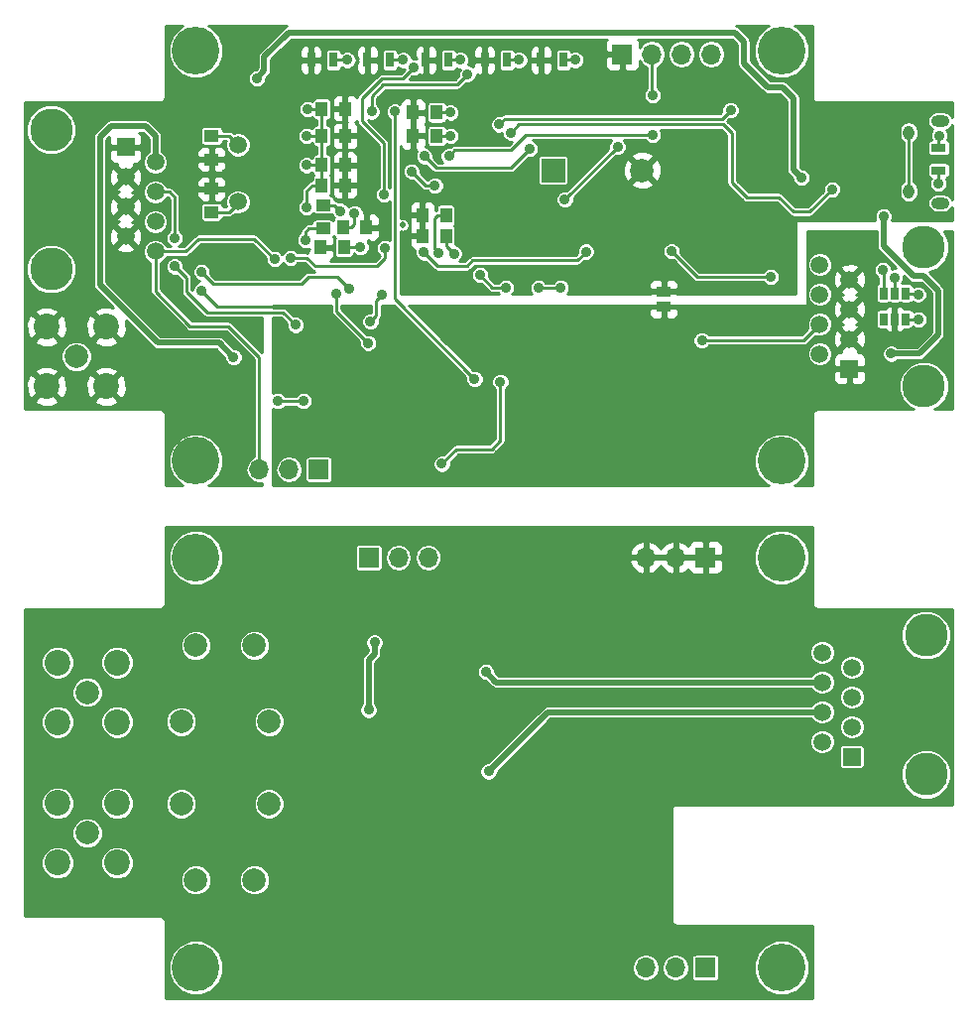
<source format=gbl>
G04 #@! TF.FileFunction,Copper,L2,Bot,Signal*
%FSLAX46Y46*%
G04 Gerber Fmt 4.6, Leading zero omitted, Abs format (unit mm)*
G04 Created by KiCad (PCBNEW 4.0.6) date Fri Apr 28 14:46:48 2017*
%MOMM*%
%LPD*%
G01*
G04 APERTURE LIST*
%ADD10C,0.100000*%
%ADD11C,4.064000*%
%ADD12R,2.000000X2.000000*%
%ADD13C,2.000000*%
%ADD14R,1.000000X1.250000*%
%ADD15R,1.250000X1.000000*%
%ADD16C,3.650000*%
%ADD17R,1.500000X1.500000*%
%ADD18C,1.500000*%
%ADD19R,1.700000X1.700000*%
%ADD20O,1.700000X1.700000*%
%ADD21R,1.270000X0.970000*%
%ADD22R,1.300000X0.700000*%
%ADD23R,0.700000X1.300000*%
%ADD24R,0.650000X1.060000*%
%ADD25O,0.950000X1.250000*%
%ADD26O,1.550000X1.000000*%
%ADD27C,2.200000*%
%ADD28C,0.900000*%
%ADD29C,0.500000*%
%ADD30C,0.250000*%
%ADD31C,0.254000*%
G04 APERTURE END LIST*
D10*
D11*
X92750000Y-59750000D03*
X42750000Y-59750000D03*
X92750000Y-24750000D03*
D12*
X73250000Y-34950000D03*
D13*
X80850000Y-34950000D03*
D14*
X53500000Y-32025000D03*
X55500000Y-32025000D03*
X53500000Y-29725000D03*
X55500000Y-29725000D03*
X63300000Y-30025000D03*
X61300000Y-30025000D03*
X53500000Y-36225000D03*
X55500000Y-36225000D03*
X53500000Y-34525000D03*
X55500000Y-34525000D03*
X55400000Y-41525000D03*
X53400000Y-41525000D03*
X64100000Y-40550000D03*
X62100000Y-40550000D03*
X55300000Y-39825000D03*
X57300000Y-39825000D03*
X64100000Y-38775000D03*
X62100000Y-38775000D03*
X63300000Y-32025000D03*
X61300000Y-32025000D03*
D15*
X44100000Y-32025000D03*
X44100000Y-34025000D03*
X44100000Y-38525000D03*
X44100000Y-36525000D03*
X53600000Y-39925000D03*
X53600000Y-37925000D03*
D16*
X30400000Y-43380000D03*
X30400000Y-31510000D03*
D17*
X36750000Y-33000000D03*
D18*
X39290000Y-34270000D03*
X36750000Y-35540000D03*
X39290000Y-36810000D03*
X36750000Y-38080000D03*
X39290000Y-39350000D03*
X36750000Y-40620000D03*
X39290000Y-41890000D03*
D19*
X79150000Y-25050000D03*
D20*
X81690000Y-25050000D03*
X84230000Y-25050000D03*
X86770000Y-25050000D03*
D21*
X82700000Y-45310000D03*
X82700000Y-46590000D03*
D22*
X106150000Y-33050000D03*
X106150000Y-34950000D03*
D23*
X64300000Y-25550000D03*
X62400000Y-25550000D03*
X69300000Y-25550000D03*
X67400000Y-25550000D03*
X74100000Y-25550000D03*
X72200000Y-25550000D03*
X59300000Y-25550000D03*
X57400000Y-25550000D03*
X54500000Y-25550000D03*
X52600000Y-25550000D03*
D18*
X46350000Y-32775000D03*
X46350000Y-37655000D03*
D11*
X42750000Y-24750000D03*
D24*
X103350000Y-47650000D03*
X102400000Y-47650000D03*
X101450000Y-47650000D03*
X101450000Y-45450000D03*
X103350000Y-45450000D03*
X102400000Y-45450000D03*
D16*
X104900000Y-41520000D03*
X104900000Y-53390000D03*
D17*
X98550000Y-51900000D03*
D18*
X96010000Y-50630000D03*
X98550000Y-49360000D03*
X96010000Y-48090000D03*
X98550000Y-46820000D03*
X96010000Y-45550000D03*
X98550000Y-44280000D03*
X96010000Y-43010000D03*
D25*
X103600000Y-36750000D03*
X103600000Y-31750000D03*
D26*
X106300000Y-37750000D03*
X106300000Y-30750000D03*
D27*
X30010000Y-53390000D03*
X30010000Y-48310000D03*
X35090000Y-48310000D03*
X35090000Y-53390000D03*
D13*
X32550000Y-50850000D03*
D19*
X53250000Y-60500000D03*
D20*
X50710000Y-60500000D03*
X48170000Y-60500000D03*
D11*
X92750000Y-103000000D03*
X92750000Y-68000000D03*
X42750000Y-103000000D03*
D13*
X49000000Y-89000000D03*
X41500000Y-89000000D03*
X49000000Y-82000000D03*
X41500000Y-82000000D03*
D27*
X30960000Y-94040000D03*
X30960000Y-88960000D03*
X36040000Y-88960000D03*
X36040000Y-94040000D03*
D13*
X33500000Y-91500000D03*
D27*
X30960000Y-82040000D03*
X30960000Y-76960000D03*
X36040000Y-76960000D03*
X36040000Y-82040000D03*
D13*
X33500000Y-79500000D03*
D19*
X86250000Y-68000000D03*
D20*
X83710000Y-68000000D03*
X81170000Y-68000000D03*
D19*
X86250000Y-103000000D03*
D20*
X83710000Y-103000000D03*
X81170000Y-103000000D03*
D16*
X105100000Y-74620000D03*
X105100000Y-86490000D03*
D17*
X98750000Y-85000000D03*
D18*
X96210000Y-83730000D03*
X98750000Y-82460000D03*
X96210000Y-81190000D03*
X98750000Y-79920000D03*
X96210000Y-78650000D03*
X98750000Y-77380000D03*
X96210000Y-76110000D03*
D19*
X57500000Y-68000000D03*
D20*
X60040000Y-68000000D03*
X62580000Y-68000000D03*
D13*
X42750000Y-95500000D03*
X47750000Y-95500000D03*
X42750000Y-75500000D03*
X47750000Y-75500000D03*
D11*
X42750000Y-68000000D03*
D28*
X51400000Y-43525000D03*
X42750000Y-40000000D03*
X43750000Y-41750000D03*
X99100000Y-37750000D03*
X98050000Y-30350000D03*
X105000000Y-31950000D03*
X68950000Y-29050000D03*
X48650000Y-33350000D03*
X92250000Y-38750000D03*
X50950000Y-25550000D03*
X45350000Y-35250000D03*
X73900000Y-44975000D03*
X72000000Y-44975000D03*
X69200000Y-44975000D03*
X67000000Y-43900000D03*
X56800000Y-41525000D03*
X64775000Y-42075000D03*
X52300000Y-29725000D03*
X52200000Y-32025000D03*
X64500000Y-30025000D03*
X52200000Y-34525000D03*
X52200000Y-38125000D03*
X45975000Y-50925000D03*
X47950000Y-27100000D03*
X94450000Y-35600000D03*
X101450000Y-38900000D03*
X102100000Y-50600000D03*
X106150000Y-36100000D03*
X82250000Y-74500000D03*
X60500000Y-81250000D03*
X55250000Y-95250000D03*
X55250000Y-83250000D03*
X52500000Y-83250000D03*
X52500000Y-95250000D03*
X55300000Y-52250000D03*
X43250000Y-45200000D03*
X70400000Y-58550000D03*
X86200000Y-53500000D03*
X84500000Y-52250000D03*
X94600000Y-53500000D03*
X69675000Y-48700000D03*
X60950000Y-53450000D03*
X61650000Y-56950000D03*
X66975000Y-50750000D03*
X75650000Y-47850000D03*
X75650000Y-50750000D03*
X80750000Y-56950000D03*
X55100000Y-38425000D03*
X54750000Y-45500000D03*
X57475000Y-49700000D03*
X56300000Y-38625000D03*
X63475000Y-42000000D03*
X64500000Y-32025000D03*
X51950000Y-54650000D03*
X49750000Y-54650000D03*
X102400000Y-44100000D03*
X52100000Y-40925000D03*
X63750000Y-60000000D03*
X68750000Y-53000000D03*
X71250000Y-33150000D03*
X62250000Y-33750000D03*
X68650000Y-31050000D03*
X88400000Y-29850000D03*
X106200000Y-32000000D03*
X97050000Y-36600000D03*
X69650000Y-31750000D03*
X59750000Y-29950000D03*
X66550000Y-52750000D03*
X60450000Y-25550000D03*
X58800000Y-37050000D03*
X61350000Y-26200000D03*
X65350000Y-25550000D03*
X63150000Y-36250000D03*
X61150000Y-35050000D03*
X57750000Y-29950000D03*
X65950000Y-26750000D03*
X70350000Y-25550000D03*
X78750000Y-32950000D03*
X74250000Y-37450000D03*
X75150000Y-25550000D03*
X55650000Y-25550000D03*
X40950000Y-40750000D03*
X40950000Y-43150000D03*
X51250000Y-48150000D03*
X57650000Y-47850000D03*
X58650000Y-45550000D03*
X43250000Y-43650000D03*
X55850000Y-45050000D03*
X49475000Y-42550000D03*
X81750000Y-28550000D03*
X81750000Y-31950000D03*
X64350000Y-33750000D03*
X104450000Y-47700000D03*
X85950000Y-49450000D03*
X104400000Y-45550000D03*
X50825000Y-42425000D03*
X58900000Y-41600000D03*
X76050000Y-41900000D03*
X83375000Y-41875000D03*
X91825000Y-44050000D03*
X62225000Y-41975000D03*
X101400000Y-43450000D03*
X58000000Y-75250000D03*
X57500000Y-81000000D03*
X67750000Y-86250000D03*
X67500000Y-77750000D03*
D29*
X60400000Y-39650000D02*
X60400000Y-39600000D01*
D30*
X51400000Y-43525000D02*
X48775000Y-43525000D01*
X47000000Y-41750000D02*
X43750000Y-41750000D01*
X48775000Y-43525000D02*
X47000000Y-41750000D01*
X55450000Y-30850000D02*
X54450000Y-30850000D01*
X55500000Y-30900000D02*
X55450000Y-30850000D01*
X55500000Y-32025000D02*
X55500000Y-30900000D01*
X55550000Y-33250000D02*
X56550000Y-33250000D01*
X55500000Y-33300000D02*
X55550000Y-33250000D01*
X55500000Y-34525000D02*
X55500000Y-33300000D01*
X55450000Y-33250000D02*
X54550000Y-33250000D01*
X55500000Y-33300000D02*
X55450000Y-33250000D01*
X44100000Y-35250000D02*
X45350000Y-35250000D01*
X44100000Y-34025000D02*
X44100000Y-35250000D01*
X44100000Y-35250000D02*
X44100000Y-36525000D01*
X72000000Y-44975000D02*
X73900000Y-44975000D01*
X68075000Y-44975000D02*
X69200000Y-44975000D01*
X67000000Y-43900000D02*
X68075000Y-44975000D01*
X56800000Y-41525000D02*
X55400000Y-41525000D01*
X64100000Y-41400000D02*
X64100000Y-40550000D01*
X64775000Y-42075000D02*
X64100000Y-41400000D01*
X53500000Y-32025000D02*
X53500000Y-29725000D01*
X53500000Y-34525000D02*
X53500000Y-32025000D01*
X53500000Y-36225000D02*
X53500000Y-34525000D01*
X52300000Y-29725000D02*
X53500000Y-29725000D01*
X52200000Y-32025000D02*
X53500000Y-32025000D01*
X64500000Y-30025000D02*
X63300000Y-30025000D01*
X52200000Y-34525000D02*
X53500000Y-34525000D01*
X52700000Y-36225000D02*
X53500000Y-36225000D01*
X52200000Y-36725000D02*
X52700000Y-36225000D01*
X52200000Y-38125000D02*
X52200000Y-36725000D01*
D29*
X39290000Y-32015000D02*
X39290000Y-34270000D01*
X38450000Y-31175000D02*
X39290000Y-32015000D01*
X35500000Y-31175000D02*
X38450000Y-31175000D01*
X34550000Y-32125000D02*
X35500000Y-31175000D01*
X34550000Y-44750000D02*
X34550000Y-32125000D01*
X39475000Y-49675000D02*
X34550000Y-44750000D01*
X44725000Y-49675000D02*
X39475000Y-49675000D01*
X45975000Y-50925000D02*
X44725000Y-49675000D01*
X93750000Y-28800000D02*
X93750000Y-34900000D01*
X92850000Y-27900000D02*
X93750000Y-28800000D01*
X91600000Y-27900000D02*
X92850000Y-27900000D01*
X89550000Y-25850000D02*
X91600000Y-27900000D01*
X89550000Y-24000000D02*
X89550000Y-25850000D01*
X88750000Y-23200000D02*
X89550000Y-24000000D01*
X50650000Y-23200000D02*
X88750000Y-23200000D01*
X48600000Y-25250000D02*
X50650000Y-23200000D01*
X48600000Y-26450000D02*
X48600000Y-25250000D01*
X47950000Y-27100000D02*
X48600000Y-26450000D01*
X93750000Y-34900000D02*
X94450000Y-35600000D01*
X101450000Y-41450000D02*
X101450000Y-38900000D01*
X104000000Y-44000000D02*
X101450000Y-41450000D01*
X104900000Y-44000000D02*
X104000000Y-44000000D01*
X106100000Y-45200000D02*
X104900000Y-44000000D01*
X106100000Y-49000000D02*
X106100000Y-45200000D01*
X104500000Y-50600000D02*
X106100000Y-49000000D01*
X102100000Y-50600000D02*
X104500000Y-50600000D01*
D30*
X106150000Y-36100000D02*
X106150000Y-34950000D01*
X53850000Y-47900000D02*
X53850000Y-49550000D01*
X52500000Y-46550000D02*
X53850000Y-47900000D01*
X44600000Y-46550000D02*
X52500000Y-46550000D01*
X43250000Y-45200000D02*
X44600000Y-46550000D01*
X54600000Y-37925000D02*
X53600000Y-37925000D01*
X55100000Y-38425000D02*
X54600000Y-37925000D01*
X54750000Y-46975000D02*
X54750000Y-45500000D01*
X57475000Y-49700000D02*
X54750000Y-46975000D01*
X56000000Y-39825000D02*
X55300000Y-39825000D01*
X56300000Y-39525000D02*
X56000000Y-39825000D01*
X56300000Y-39425000D02*
X56300000Y-39525000D01*
X56300000Y-38625000D02*
X56300000Y-39425000D01*
X63350000Y-38775000D02*
X64100000Y-38775000D01*
X63100000Y-39025000D02*
X63350000Y-38775000D01*
X63100000Y-41625000D02*
X63100000Y-39025000D01*
X63475000Y-42000000D02*
X63100000Y-41625000D01*
X64500000Y-32025000D02*
X63300000Y-32025000D01*
X46350000Y-32775000D02*
X45600000Y-32025000D01*
X45600000Y-32025000D02*
X44100000Y-32025000D01*
X46350000Y-37655000D02*
X46350000Y-37775000D01*
X46350000Y-37775000D02*
X45600000Y-38525000D01*
X45600000Y-38525000D02*
X44100000Y-38525000D01*
X51950000Y-54650000D02*
X49750000Y-54650000D01*
X102400000Y-45450000D02*
X102400000Y-44100000D01*
X52400000Y-39925000D02*
X53600000Y-39925000D01*
X52100000Y-40225000D02*
X52400000Y-39925000D01*
X52100000Y-40925000D02*
X52100000Y-40225000D01*
X65000000Y-58750000D02*
X68000000Y-58750000D01*
X65000000Y-58750000D02*
X63750000Y-60000000D01*
X68750000Y-58000000D02*
X68750000Y-53000000D01*
X68000000Y-58750000D02*
X68750000Y-58000000D01*
X70650000Y-33750000D02*
X69650000Y-34750000D01*
X71250000Y-33150000D02*
X70650000Y-33750000D01*
X63250000Y-34750000D02*
X62250000Y-33750000D01*
X69650000Y-34750000D02*
X63250000Y-34750000D01*
X69150000Y-30550000D02*
X87700000Y-30550000D01*
X68650000Y-31050000D02*
X69150000Y-30550000D01*
X87700000Y-30550000D02*
X88400000Y-29850000D01*
X106150000Y-32050000D02*
X106150000Y-33050000D01*
X106200000Y-32000000D02*
X106150000Y-32050000D01*
X86950000Y-31050000D02*
X87800000Y-31050000D01*
X86950000Y-31050000D02*
X70350000Y-31050000D01*
X69650000Y-31750000D02*
X70350000Y-31050000D01*
X95150000Y-38500000D02*
X97050000Y-36600000D01*
X93750000Y-38500000D02*
X95150000Y-38500000D01*
X92500000Y-37250000D02*
X93750000Y-38500000D01*
X89750000Y-37250000D02*
X92500000Y-37250000D01*
X88500000Y-36000000D02*
X89750000Y-37250000D01*
X88500000Y-31750000D02*
X88500000Y-36000000D01*
X87800000Y-31050000D02*
X88500000Y-31750000D01*
X59750000Y-45950000D02*
X59750000Y-29950000D01*
X66550000Y-52750000D02*
X59750000Y-45950000D01*
X60450000Y-25550000D02*
X59300000Y-25550000D01*
X58800000Y-32650000D02*
X58800000Y-37050000D01*
X56950000Y-30800000D02*
X58800000Y-32650000D01*
X56950000Y-28813602D02*
X56950000Y-30800000D01*
X58613602Y-27150000D02*
X56950000Y-28813602D01*
X60400000Y-27150000D02*
X58613602Y-27150000D01*
X61350000Y-26200000D02*
X60400000Y-27150000D01*
X65350000Y-25550000D02*
X64300000Y-25550000D01*
X62350000Y-36250000D02*
X63150000Y-36250000D01*
X61150000Y-35050000D02*
X62350000Y-36250000D01*
X57750000Y-28650000D02*
X57750000Y-29950000D01*
X58750000Y-27650000D02*
X57750000Y-28650000D01*
X65050000Y-27650000D02*
X58750000Y-27650000D01*
X65950000Y-26750000D02*
X65050000Y-27650000D01*
X70350000Y-25550000D02*
X69300000Y-25550000D01*
X74250000Y-37450000D02*
X78750000Y-32950000D01*
X75150000Y-25550000D02*
X74100000Y-25550000D01*
X55650000Y-25550000D02*
X54500000Y-25550000D01*
X40950000Y-43150000D02*
X41950000Y-44150000D01*
X50200000Y-47100000D02*
X51250000Y-48150000D01*
X43750000Y-47100000D02*
X50200000Y-47100000D01*
X41950000Y-45300000D02*
X43750000Y-47100000D01*
X41950000Y-44150000D02*
X41950000Y-45300000D01*
X40510000Y-36810000D02*
X39290000Y-36810000D01*
X40950000Y-37250000D02*
X40510000Y-36810000D01*
X40950000Y-37450000D02*
X40950000Y-37250000D01*
X40950000Y-37850000D02*
X40950000Y-37450000D01*
X40950000Y-40750000D02*
X40950000Y-37850000D01*
X58150000Y-47350000D02*
X57650000Y-47850000D01*
X58150000Y-46050000D02*
X58150000Y-47350000D01*
X58650000Y-45550000D02*
X58150000Y-46050000D01*
X44250000Y-44650000D02*
X43250000Y-43650000D01*
X51750000Y-44650000D02*
X44250000Y-44650000D01*
X52350000Y-44050000D02*
X51750000Y-44650000D01*
X54850000Y-44050000D02*
X52350000Y-44050000D01*
X55850000Y-45050000D02*
X54850000Y-44050000D01*
X39290000Y-41890000D02*
X39290000Y-45290000D01*
X48170000Y-50920000D02*
X48170000Y-60500000D01*
X45500000Y-48250000D02*
X48170000Y-50920000D01*
X42250000Y-48250000D02*
X45500000Y-48250000D01*
X39290000Y-45290000D02*
X42250000Y-48250000D01*
X39290000Y-41890000D02*
X41910000Y-41890000D01*
X47725000Y-40800000D02*
X49475000Y-42550000D01*
X43000000Y-40800000D02*
X47725000Y-40800000D01*
X41910000Y-41890000D02*
X43000000Y-40800000D01*
X81690000Y-28490000D02*
X81690000Y-25050000D01*
X81750000Y-28550000D02*
X81690000Y-28490000D01*
X70950000Y-31950000D02*
X81750000Y-31950000D01*
X69650000Y-33250000D02*
X70950000Y-31950000D01*
X64850000Y-33250000D02*
X69650000Y-33250000D01*
X64350000Y-33750000D02*
X64850000Y-33250000D01*
X104400000Y-47650000D02*
X103350000Y-47650000D01*
X104450000Y-47700000D02*
X104400000Y-47650000D01*
X96010000Y-48090000D02*
X95100000Y-49000000D01*
X94650000Y-49450000D02*
X85950000Y-49450000D01*
X95100000Y-49000000D02*
X94650000Y-49450000D01*
X104300000Y-45450000D02*
X103350000Y-45450000D01*
X104400000Y-45550000D02*
X104300000Y-45450000D01*
X103600000Y-36750000D02*
X103600000Y-31750000D01*
X65875000Y-43150000D02*
X63400000Y-43150000D01*
X50825000Y-42425000D02*
X52200000Y-42425000D01*
X52200000Y-42425000D02*
X52925000Y-43150000D01*
X52925000Y-43150000D02*
X58200000Y-43150000D01*
X58200000Y-43150000D02*
X58900000Y-42450000D01*
X58900000Y-42450000D02*
X58900000Y-41600000D01*
X65875000Y-43150000D02*
X66375000Y-42650000D01*
X66375000Y-42650000D02*
X75300000Y-42650000D01*
X75300000Y-42650000D02*
X76050000Y-41900000D01*
X83375000Y-41875000D02*
X85550000Y-44050000D01*
X85550000Y-44050000D02*
X91825000Y-44050000D01*
X63400000Y-43150000D02*
X62225000Y-41975000D01*
X101450000Y-43500000D02*
X101450000Y-45450000D01*
X101400000Y-43450000D02*
X101450000Y-43500000D01*
D29*
X58000000Y-76250000D02*
X58000000Y-75250000D01*
X57500000Y-76750000D02*
X58000000Y-76250000D01*
X57500000Y-81000000D02*
X57500000Y-76750000D01*
X72810000Y-81190000D02*
X67750000Y-86250000D01*
X72810000Y-81190000D02*
X96210000Y-81190000D01*
X96210000Y-78650000D02*
X68400000Y-78650000D01*
X68400000Y-78650000D02*
X67500000Y-77750000D01*
D31*
G36*
X41415479Y-22748971D02*
X40751303Y-23411989D01*
X40391410Y-24278707D01*
X40390591Y-25217176D01*
X40748971Y-26084521D01*
X41411989Y-26748697D01*
X42278707Y-27108590D01*
X43217176Y-27109409D01*
X44084521Y-26751029D01*
X44748697Y-26088011D01*
X45108590Y-25221293D01*
X45109409Y-24282824D01*
X44751029Y-23415479D01*
X44088011Y-22751303D01*
X43848863Y-22652000D01*
X50504207Y-22652000D01*
X50429192Y-22666922D01*
X50241999Y-22791999D01*
X50241997Y-22792002D01*
X48191999Y-24841999D01*
X48066922Y-25029192D01*
X48022999Y-25250000D01*
X48023000Y-25250005D01*
X48023000Y-26210999D01*
X47911033Y-26322966D01*
X47796123Y-26322866D01*
X47510440Y-26440908D01*
X47291676Y-26659290D01*
X47173135Y-26944767D01*
X47172866Y-27253877D01*
X47290908Y-27539560D01*
X47509290Y-27758324D01*
X47794767Y-27876865D01*
X48103877Y-27877134D01*
X48389560Y-27759092D01*
X48608324Y-27540710D01*
X48726865Y-27255233D01*
X48726966Y-27139035D01*
X49007998Y-26858003D01*
X49008001Y-26858001D01*
X49133078Y-26670808D01*
X49148204Y-26594767D01*
X49177001Y-26450000D01*
X49177000Y-26449995D01*
X49177000Y-25835750D01*
X51615000Y-25835750D01*
X51615000Y-26326310D01*
X51711673Y-26559699D01*
X51890302Y-26738327D01*
X52123691Y-26835000D01*
X52314250Y-26835000D01*
X52473000Y-26676250D01*
X52473000Y-25677000D01*
X52727000Y-25677000D01*
X52727000Y-26676250D01*
X52885750Y-26835000D01*
X53076309Y-26835000D01*
X53309698Y-26738327D01*
X53488327Y-26559699D01*
X53585000Y-26326310D01*
X53585000Y-25835750D01*
X53426250Y-25677000D01*
X52727000Y-25677000D01*
X52473000Y-25677000D01*
X51773750Y-25677000D01*
X51615000Y-25835750D01*
X49177000Y-25835750D01*
X49177000Y-25489002D01*
X49892311Y-24773690D01*
X51615000Y-24773690D01*
X51615000Y-25264250D01*
X51773750Y-25423000D01*
X52473000Y-25423000D01*
X52473000Y-24423750D01*
X52727000Y-24423750D01*
X52727000Y-25423000D01*
X53426250Y-25423000D01*
X53585000Y-25264250D01*
X53585000Y-24900000D01*
X53816594Y-24900000D01*
X53816594Y-26200000D01*
X53839395Y-26321179D01*
X53911012Y-26432474D01*
X54020286Y-26507138D01*
X54150000Y-26533406D01*
X54850000Y-26533406D01*
X54971179Y-26510605D01*
X55082474Y-26438988D01*
X55157138Y-26329714D01*
X55183406Y-26200000D01*
X55183406Y-26182395D01*
X55209290Y-26208324D01*
X55494767Y-26326865D01*
X55803877Y-26327134D01*
X56089560Y-26209092D01*
X56308324Y-25990710D01*
X56426865Y-25705233D01*
X56426890Y-25677002D01*
X56573748Y-25677002D01*
X56415000Y-25835750D01*
X56415000Y-26326310D01*
X56511673Y-26559699D01*
X56690302Y-26738327D01*
X56923691Y-26835000D01*
X57114250Y-26835000D01*
X57273000Y-26676250D01*
X57273000Y-25677000D01*
X57527000Y-25677000D01*
X57527000Y-26676250D01*
X57685750Y-26835000D01*
X57876309Y-26835000D01*
X58109698Y-26738327D01*
X58288327Y-26559699D01*
X58385000Y-26326310D01*
X58385000Y-25835750D01*
X58226250Y-25677000D01*
X57527000Y-25677000D01*
X57273000Y-25677000D01*
X57253000Y-25677000D01*
X57253000Y-25423000D01*
X57273000Y-25423000D01*
X57273000Y-24423750D01*
X57527000Y-24423750D01*
X57527000Y-25423000D01*
X58226250Y-25423000D01*
X58385000Y-25264250D01*
X58385000Y-24773690D01*
X58288327Y-24540301D01*
X58109698Y-24361673D01*
X57876309Y-24265000D01*
X57685750Y-24265000D01*
X57527000Y-24423750D01*
X57273000Y-24423750D01*
X57114250Y-24265000D01*
X56923691Y-24265000D01*
X56690302Y-24361673D01*
X56511673Y-24540301D01*
X56415000Y-24773690D01*
X56415000Y-25264250D01*
X56573748Y-25422998D01*
X56427111Y-25422998D01*
X56427134Y-25396123D01*
X56309092Y-25110440D01*
X56090710Y-24891676D01*
X55805233Y-24773135D01*
X55496123Y-24772866D01*
X55210440Y-24890908D01*
X55183406Y-24917895D01*
X55183406Y-24900000D01*
X55160605Y-24778821D01*
X55088988Y-24667526D01*
X54979714Y-24592862D01*
X54850000Y-24566594D01*
X54150000Y-24566594D01*
X54028821Y-24589395D01*
X53917526Y-24661012D01*
X53842862Y-24770286D01*
X53816594Y-24900000D01*
X53585000Y-24900000D01*
X53585000Y-24773690D01*
X53488327Y-24540301D01*
X53309698Y-24361673D01*
X53076309Y-24265000D01*
X52885750Y-24265000D01*
X52727000Y-24423750D01*
X52473000Y-24423750D01*
X52314250Y-24265000D01*
X52123691Y-24265000D01*
X51890302Y-24361673D01*
X51711673Y-24540301D01*
X51615000Y-24773690D01*
X49892311Y-24773690D01*
X50889001Y-23777000D01*
X77824975Y-23777000D01*
X77761673Y-23840302D01*
X77665000Y-24073691D01*
X77665000Y-24764250D01*
X77823750Y-24923000D01*
X79023000Y-24923000D01*
X79023000Y-24903000D01*
X79277000Y-24903000D01*
X79277000Y-24923000D01*
X79297000Y-24923000D01*
X79297000Y-25177000D01*
X79277000Y-25177000D01*
X79277000Y-26376250D01*
X79435750Y-26535000D01*
X80126310Y-26535000D01*
X80359699Y-26438327D01*
X80538327Y-26259698D01*
X80635000Y-26026309D01*
X80635000Y-25571976D01*
X80857735Y-25905324D01*
X81238000Y-26159408D01*
X81238000Y-27963222D01*
X81091676Y-28109290D01*
X80973135Y-28394767D01*
X80972866Y-28703877D01*
X81090908Y-28989560D01*
X81309290Y-29208324D01*
X81594767Y-29326865D01*
X81903877Y-29327134D01*
X82189560Y-29209092D01*
X82408324Y-28990710D01*
X82526865Y-28705233D01*
X82527134Y-28396123D01*
X82409092Y-28110440D01*
X82190710Y-27891676D01*
X82142000Y-27871450D01*
X82142000Y-26159408D01*
X82522265Y-25905324D01*
X82777406Y-25523477D01*
X82867000Y-25073059D01*
X82867000Y-25026941D01*
X83053000Y-25026941D01*
X83053000Y-25073059D01*
X83142594Y-25523477D01*
X83397735Y-25905324D01*
X83779582Y-26160465D01*
X84230000Y-26250059D01*
X84680418Y-26160465D01*
X85062265Y-25905324D01*
X85317406Y-25523477D01*
X85407000Y-25073059D01*
X85407000Y-25026941D01*
X85593000Y-25026941D01*
X85593000Y-25073059D01*
X85682594Y-25523477D01*
X85937735Y-25905324D01*
X86319582Y-26160465D01*
X86770000Y-26250059D01*
X87220418Y-26160465D01*
X87602265Y-25905324D01*
X87857406Y-25523477D01*
X87947000Y-25073059D01*
X87947000Y-25026941D01*
X87857406Y-24576523D01*
X87602265Y-24194676D01*
X87220418Y-23939535D01*
X86770000Y-23849941D01*
X86319582Y-23939535D01*
X85937735Y-24194676D01*
X85682594Y-24576523D01*
X85593000Y-25026941D01*
X85407000Y-25026941D01*
X85317406Y-24576523D01*
X85062265Y-24194676D01*
X84680418Y-23939535D01*
X84230000Y-23849941D01*
X83779582Y-23939535D01*
X83397735Y-24194676D01*
X83142594Y-24576523D01*
X83053000Y-25026941D01*
X82867000Y-25026941D01*
X82777406Y-24576523D01*
X82522265Y-24194676D01*
X82140418Y-23939535D01*
X81690000Y-23849941D01*
X81239582Y-23939535D01*
X80857735Y-24194676D01*
X80635000Y-24528024D01*
X80635000Y-24073691D01*
X80538327Y-23840302D01*
X80475025Y-23777000D01*
X88510998Y-23777000D01*
X88973000Y-24239002D01*
X88973000Y-25849995D01*
X88972999Y-25850000D01*
X89016922Y-26070808D01*
X89141999Y-26258001D01*
X91191997Y-28307998D01*
X91191999Y-28308001D01*
X91379192Y-28433078D01*
X91600000Y-28477001D01*
X91600005Y-28477000D01*
X92610998Y-28477000D01*
X93173000Y-29039001D01*
X93173000Y-34899995D01*
X93172999Y-34900000D01*
X93216922Y-35120808D01*
X93341999Y-35308001D01*
X93672966Y-35638968D01*
X93672866Y-35753877D01*
X93790908Y-36039560D01*
X94009290Y-36258324D01*
X94294767Y-36376865D01*
X94603877Y-36377134D01*
X94889560Y-36259092D01*
X95108324Y-36040710D01*
X95226865Y-35755233D01*
X95227134Y-35446123D01*
X95109092Y-35160440D01*
X94890710Y-34941676D01*
X94605233Y-34823135D01*
X94489035Y-34823034D01*
X94327000Y-34660998D01*
X94327000Y-31581349D01*
X102798000Y-31581349D01*
X102798000Y-31918651D01*
X102859049Y-32225563D01*
X103032900Y-32485751D01*
X103148000Y-32562658D01*
X103148000Y-35937342D01*
X103032900Y-36014249D01*
X102859049Y-36274437D01*
X102798000Y-36581349D01*
X102798000Y-36918651D01*
X102859049Y-37225563D01*
X103032900Y-37485751D01*
X103293088Y-37659602D01*
X103600000Y-37720651D01*
X103906912Y-37659602D01*
X104167100Y-37485751D01*
X104340951Y-37225563D01*
X104402000Y-36918651D01*
X104402000Y-36581349D01*
X104340951Y-36274437D01*
X104167100Y-36014249D01*
X104052000Y-35937342D01*
X104052000Y-34600000D01*
X105166594Y-34600000D01*
X105166594Y-35300000D01*
X105189395Y-35421179D01*
X105261012Y-35532474D01*
X105370286Y-35607138D01*
X105500000Y-35633406D01*
X105517605Y-35633406D01*
X105491676Y-35659290D01*
X105373135Y-35944767D01*
X105372866Y-36253877D01*
X105490908Y-36539560D01*
X105709290Y-36758324D01*
X105994767Y-36876865D01*
X106303877Y-36877134D01*
X106589560Y-36759092D01*
X106808324Y-36540710D01*
X106926865Y-36255233D01*
X106927134Y-35946123D01*
X106809092Y-35660440D01*
X106782105Y-35633406D01*
X106800000Y-35633406D01*
X106921179Y-35610605D01*
X107032474Y-35538988D01*
X107107138Y-35429714D01*
X107133406Y-35300000D01*
X107133406Y-34600000D01*
X107110605Y-34478821D01*
X107038988Y-34367526D01*
X106929714Y-34292862D01*
X106800000Y-34266594D01*
X105500000Y-34266594D01*
X105378821Y-34289395D01*
X105267526Y-34361012D01*
X105192862Y-34470286D01*
X105166594Y-34600000D01*
X104052000Y-34600000D01*
X104052000Y-32562658D01*
X104167100Y-32485751D01*
X104340951Y-32225563D01*
X104402000Y-31918651D01*
X104402000Y-31581349D01*
X104340951Y-31274437D01*
X104167100Y-31014249D01*
X103906912Y-30840398D01*
X103600000Y-30779349D01*
X103293088Y-30840398D01*
X103032900Y-31014249D01*
X102859049Y-31274437D01*
X102798000Y-31581349D01*
X94327000Y-31581349D01*
X94327000Y-28800000D01*
X94283078Y-28579192D01*
X94158001Y-28391999D01*
X94157998Y-28391997D01*
X93258001Y-27491999D01*
X93070808Y-27366922D01*
X92850000Y-27322999D01*
X92849995Y-27323000D01*
X91839001Y-27323000D01*
X90127000Y-25610998D01*
X90127000Y-24000005D01*
X90127001Y-24000000D01*
X90083078Y-23779192D01*
X89958001Y-23591999D01*
X89158001Y-22791999D01*
X88970808Y-22666922D01*
X88895793Y-22652000D01*
X91650167Y-22652000D01*
X91415479Y-22748971D01*
X90751303Y-23411989D01*
X90391410Y-24278707D01*
X90390591Y-25217176D01*
X90748971Y-26084521D01*
X91411989Y-26748697D01*
X92278707Y-27108590D01*
X93217176Y-27109409D01*
X94084521Y-26751029D01*
X94748697Y-26088011D01*
X95108590Y-25221293D01*
X95109409Y-24282824D01*
X94751029Y-23415479D01*
X94088011Y-22751303D01*
X93848863Y-22652000D01*
X95348000Y-22652000D01*
X95348000Y-28750000D01*
X95378600Y-28903839D01*
X95465743Y-29034257D01*
X95596161Y-29121400D01*
X95750000Y-29152000D01*
X107348000Y-29152000D01*
X107348000Y-30414608D01*
X107181366Y-30165223D01*
X106913068Y-29985952D01*
X106596589Y-29923000D01*
X106003411Y-29923000D01*
X105686932Y-29985952D01*
X105418634Y-30165223D01*
X105239363Y-30433521D01*
X105176411Y-30750000D01*
X105239363Y-31066479D01*
X105418634Y-31334777D01*
X105627067Y-31474048D01*
X105541676Y-31559290D01*
X105423135Y-31844767D01*
X105422866Y-32153877D01*
X105510759Y-32366594D01*
X105500000Y-32366594D01*
X105378821Y-32389395D01*
X105267526Y-32461012D01*
X105192862Y-32570286D01*
X105166594Y-32700000D01*
X105166594Y-33400000D01*
X105189395Y-33521179D01*
X105261012Y-33632474D01*
X105370286Y-33707138D01*
X105500000Y-33733406D01*
X106800000Y-33733406D01*
X106921179Y-33710605D01*
X107032474Y-33638988D01*
X107107138Y-33529714D01*
X107133406Y-33400000D01*
X107133406Y-32700000D01*
X107110605Y-32578821D01*
X107038988Y-32467526D01*
X106929714Y-32392862D01*
X106882189Y-32383238D01*
X106976865Y-32155233D01*
X106977134Y-31846123D01*
X106859092Y-31560440D01*
X106829396Y-31530692D01*
X106913068Y-31514048D01*
X107181366Y-31334777D01*
X107348000Y-31085392D01*
X107348000Y-37414608D01*
X107181366Y-37165223D01*
X106913068Y-36985952D01*
X106596589Y-36923000D01*
X106003411Y-36923000D01*
X105686932Y-36985952D01*
X105418634Y-37165223D01*
X105239363Y-37433521D01*
X105176411Y-37750000D01*
X105239363Y-38066479D01*
X105418634Y-38334777D01*
X105686932Y-38514048D01*
X106003411Y-38577000D01*
X106596589Y-38577000D01*
X106913068Y-38514048D01*
X107181366Y-38334777D01*
X107348000Y-38085392D01*
X107348000Y-39223000D01*
X102157202Y-39223000D01*
X102226865Y-39055233D01*
X102227134Y-38746123D01*
X102109092Y-38460440D01*
X101890710Y-38241676D01*
X101605233Y-38123135D01*
X101296123Y-38122866D01*
X101010440Y-38240908D01*
X100791676Y-38459290D01*
X100673135Y-38744767D01*
X100672866Y-39053877D01*
X100742746Y-39223000D01*
X94050000Y-39223000D01*
X94000590Y-39233006D01*
X93958965Y-39261447D01*
X93931685Y-39303841D01*
X93923000Y-39350000D01*
X93923000Y-45523000D01*
X83897250Y-45523000D01*
X83811250Y-45437000D01*
X82827000Y-45437000D01*
X82827000Y-45457000D01*
X82573000Y-45457000D01*
X82573000Y-45437000D01*
X81588750Y-45437000D01*
X81502750Y-45523000D01*
X74450846Y-45523000D01*
X74558324Y-45415710D01*
X74676865Y-45130233D01*
X74677134Y-44821123D01*
X74626546Y-44698690D01*
X81430000Y-44698690D01*
X81430000Y-45024250D01*
X81588750Y-45183000D01*
X82573000Y-45183000D01*
X82573000Y-44348750D01*
X82827000Y-44348750D01*
X82827000Y-45183000D01*
X83811250Y-45183000D01*
X83970000Y-45024250D01*
X83970000Y-44698690D01*
X83873327Y-44465301D01*
X83694698Y-44286673D01*
X83461309Y-44190000D01*
X82985750Y-44190000D01*
X82827000Y-44348750D01*
X82573000Y-44348750D01*
X82414250Y-44190000D01*
X81938691Y-44190000D01*
X81705302Y-44286673D01*
X81526673Y-44465301D01*
X81430000Y-44698690D01*
X74626546Y-44698690D01*
X74559092Y-44535440D01*
X74340710Y-44316676D01*
X74055233Y-44198135D01*
X73746123Y-44197866D01*
X73460440Y-44315908D01*
X73252986Y-44523000D01*
X72646674Y-44523000D01*
X72440710Y-44316676D01*
X72155233Y-44198135D01*
X71846123Y-44197866D01*
X71560440Y-44315908D01*
X71341676Y-44534290D01*
X71223135Y-44819767D01*
X71222866Y-45128877D01*
X71340908Y-45414560D01*
X71449159Y-45523000D01*
X69750846Y-45523000D01*
X69858324Y-45415710D01*
X69976865Y-45130233D01*
X69977134Y-44821123D01*
X69859092Y-44535440D01*
X69640710Y-44316676D01*
X69355233Y-44198135D01*
X69046123Y-44197866D01*
X68760440Y-44315908D01*
X68552986Y-44523000D01*
X68262225Y-44523000D01*
X67776880Y-44037656D01*
X67777134Y-43746123D01*
X67659092Y-43460440D01*
X67440710Y-43241676D01*
X67155233Y-43123135D01*
X66846123Y-43122866D01*
X66560440Y-43240908D01*
X66341676Y-43459290D01*
X66223135Y-43744767D01*
X66222866Y-44053877D01*
X66340908Y-44339560D01*
X66559290Y-44558324D01*
X66844767Y-44676865D01*
X67137896Y-44677120D01*
X67755388Y-45294613D01*
X67902027Y-45392594D01*
X68075000Y-45427000D01*
X68553326Y-45427000D01*
X68649158Y-45523000D01*
X60202000Y-45523000D01*
X60202000Y-40835750D01*
X60965000Y-40835750D01*
X60965000Y-41301310D01*
X61061673Y-41534699D01*
X61240302Y-41713327D01*
X61455346Y-41802401D01*
X61448135Y-41819767D01*
X61447866Y-42128877D01*
X61565908Y-42414560D01*
X61784290Y-42633324D01*
X62069767Y-42751865D01*
X62362896Y-42752120D01*
X63080388Y-43469612D01*
X63227027Y-43567594D01*
X63400000Y-43602000D01*
X65875000Y-43602000D01*
X66047973Y-43567594D01*
X66194612Y-43469612D01*
X66562224Y-43102000D01*
X75300000Y-43102000D01*
X75472973Y-43067594D01*
X75619612Y-42969612D01*
X75912344Y-42676880D01*
X76203877Y-42677134D01*
X76489560Y-42559092D01*
X76708324Y-42340710D01*
X76826865Y-42055233D01*
X76826887Y-42028877D01*
X82597866Y-42028877D01*
X82715908Y-42314560D01*
X82934290Y-42533324D01*
X83219767Y-42651865D01*
X83512896Y-42652120D01*
X85230387Y-44369612D01*
X85377026Y-44467594D01*
X85387177Y-44469613D01*
X85550000Y-44502000D01*
X91178326Y-44502000D01*
X91384290Y-44708324D01*
X91669767Y-44826865D01*
X91978877Y-44827134D01*
X92264560Y-44709092D01*
X92483324Y-44490710D01*
X92601865Y-44205233D01*
X92602134Y-43896123D01*
X92484092Y-43610440D01*
X92265710Y-43391676D01*
X91980233Y-43273135D01*
X91671123Y-43272866D01*
X91385440Y-43390908D01*
X91177986Y-43598000D01*
X85737225Y-43598000D01*
X84151880Y-42012656D01*
X84152134Y-41721123D01*
X84034092Y-41435440D01*
X83815710Y-41216676D01*
X83530233Y-41098135D01*
X83221123Y-41097866D01*
X82935440Y-41215908D01*
X82716676Y-41434290D01*
X82598135Y-41719767D01*
X82597866Y-42028877D01*
X76826887Y-42028877D01*
X76827134Y-41746123D01*
X76709092Y-41460440D01*
X76490710Y-41241676D01*
X76205233Y-41123135D01*
X75896123Y-41122866D01*
X75610440Y-41240908D01*
X75391676Y-41459290D01*
X75273135Y-41744767D01*
X75272880Y-42037896D01*
X75112776Y-42198000D01*
X66375000Y-42198000D01*
X66202027Y-42232406D01*
X66055388Y-42330388D01*
X65687776Y-42698000D01*
X65250715Y-42698000D01*
X65433324Y-42515710D01*
X65551865Y-42230233D01*
X65552134Y-41921123D01*
X65434092Y-41635440D01*
X65215710Y-41416676D01*
X64930233Y-41298135D01*
X64908474Y-41298116D01*
X64933406Y-41175000D01*
X64933406Y-39925000D01*
X64910605Y-39803821D01*
X64838988Y-39692526D01*
X64795476Y-39662796D01*
X64832474Y-39638988D01*
X64907138Y-39529714D01*
X64933406Y-39400000D01*
X64933406Y-38150000D01*
X64910605Y-38028821D01*
X64838988Y-37917526D01*
X64729714Y-37842862D01*
X64600000Y-37816594D01*
X63600000Y-37816594D01*
X63478821Y-37839395D01*
X63367526Y-37911012D01*
X63292862Y-38020286D01*
X63266594Y-38150000D01*
X63266594Y-38339590D01*
X63235000Y-38345875D01*
X63235000Y-38023690D01*
X63138327Y-37790301D01*
X62959698Y-37611673D01*
X62726309Y-37515000D01*
X62385750Y-37515000D01*
X62227000Y-37673750D01*
X62227000Y-38648000D01*
X62247000Y-38648000D01*
X62247000Y-38902000D01*
X62227000Y-38902000D01*
X62227000Y-40423000D01*
X62247000Y-40423000D01*
X62247000Y-40677000D01*
X62227000Y-40677000D01*
X62227000Y-40697000D01*
X61973000Y-40697000D01*
X61973000Y-40677000D01*
X61123750Y-40677000D01*
X60965000Y-40835750D01*
X60202000Y-40835750D01*
X60202000Y-40187615D01*
X60400000Y-40227000D01*
X60620808Y-40183078D01*
X60808001Y-40058001D01*
X60933078Y-39870808D01*
X60977000Y-39650000D01*
X60977000Y-39600000D01*
X60933078Y-39379192D01*
X60808001Y-39191999D01*
X60620808Y-39066922D01*
X60589780Y-39060750D01*
X60965000Y-39060750D01*
X60965000Y-39526310D01*
X61021412Y-39662500D01*
X60965000Y-39798690D01*
X60965000Y-40264250D01*
X61123750Y-40423000D01*
X61973000Y-40423000D01*
X61973000Y-38902000D01*
X61123750Y-38902000D01*
X60965000Y-39060750D01*
X60589780Y-39060750D01*
X60400000Y-39023000D01*
X60202000Y-39062385D01*
X60202000Y-38023690D01*
X60965000Y-38023690D01*
X60965000Y-38489250D01*
X61123750Y-38648000D01*
X61973000Y-38648000D01*
X61973000Y-37673750D01*
X61814250Y-37515000D01*
X61473691Y-37515000D01*
X61240302Y-37611673D01*
X61061673Y-37790301D01*
X60965000Y-38023690D01*
X60202000Y-38023690D01*
X60202000Y-35203877D01*
X60372866Y-35203877D01*
X60490908Y-35489560D01*
X60709290Y-35708324D01*
X60994767Y-35826865D01*
X61287896Y-35827120D01*
X62030388Y-36569612D01*
X62177027Y-36667594D01*
X62350000Y-36702000D01*
X62503326Y-36702000D01*
X62709290Y-36908324D01*
X62994767Y-37026865D01*
X63303877Y-37027134D01*
X63589560Y-36909092D01*
X63808324Y-36690710D01*
X63926865Y-36405233D01*
X63927134Y-36096123D01*
X63809092Y-35810440D01*
X63590710Y-35591676D01*
X63305233Y-35473135D01*
X62996123Y-35472866D01*
X62710440Y-35590908D01*
X62520120Y-35780896D01*
X61926880Y-35187656D01*
X61927134Y-34896123D01*
X61809092Y-34610440D01*
X61590710Y-34391676D01*
X61305233Y-34273135D01*
X60996123Y-34272866D01*
X60710440Y-34390908D01*
X60491676Y-34609290D01*
X60373135Y-34894767D01*
X60372866Y-35203877D01*
X60202000Y-35203877D01*
X60202000Y-32865636D01*
X60261673Y-33009699D01*
X60440302Y-33188327D01*
X60673691Y-33285000D01*
X61014250Y-33285000D01*
X61173000Y-33126250D01*
X61173000Y-32152000D01*
X61427000Y-32152000D01*
X61427000Y-33126250D01*
X61585750Y-33285000D01*
X61616008Y-33285000D01*
X61591676Y-33309290D01*
X61473135Y-33594767D01*
X61472866Y-33903877D01*
X61590908Y-34189560D01*
X61809290Y-34408324D01*
X62094767Y-34526865D01*
X62387896Y-34527120D01*
X62930388Y-35069613D01*
X63077027Y-35167594D01*
X63250000Y-35202000D01*
X69650000Y-35202000D01*
X69822973Y-35167594D01*
X69969612Y-35069612D01*
X70969613Y-34069612D01*
X70969615Y-34069609D01*
X71089224Y-33950000D01*
X71916594Y-33950000D01*
X71916594Y-35950000D01*
X71939395Y-36071179D01*
X72011012Y-36182474D01*
X72120286Y-36257138D01*
X72250000Y-36283406D01*
X74250000Y-36283406D01*
X74371179Y-36260605D01*
X74482474Y-36188988D01*
X74557138Y-36079714D01*
X74583406Y-35950000D01*
X74583406Y-33950000D01*
X74560605Y-33828821D01*
X74488988Y-33717526D01*
X74379714Y-33642862D01*
X74250000Y-33616594D01*
X72250000Y-33616594D01*
X72128821Y-33639395D01*
X72017526Y-33711012D01*
X71942862Y-33820286D01*
X71916594Y-33950000D01*
X71089224Y-33950000D01*
X71112344Y-33926880D01*
X71403877Y-33927134D01*
X71689560Y-33809092D01*
X71908324Y-33590710D01*
X72026865Y-33305233D01*
X72027134Y-32996123D01*
X71909092Y-32710440D01*
X71690710Y-32491676D01*
X71474747Y-32402000D01*
X78199154Y-32402000D01*
X78091676Y-32509290D01*
X77973135Y-32794767D01*
X77972880Y-33087896D01*
X74387656Y-36673120D01*
X74096123Y-36672866D01*
X73810440Y-36790908D01*
X73591676Y-37009290D01*
X73473135Y-37294767D01*
X73472866Y-37603877D01*
X73590908Y-37889560D01*
X73809290Y-38108324D01*
X74094767Y-38226865D01*
X74403877Y-38227134D01*
X74689560Y-38109092D01*
X74908324Y-37890710D01*
X75026865Y-37605233D01*
X75027120Y-37312104D01*
X76236692Y-36102532D01*
X79877073Y-36102532D01*
X79975736Y-36369387D01*
X80585461Y-36595908D01*
X81235460Y-36571856D01*
X81724264Y-36369387D01*
X81822927Y-36102532D01*
X80850000Y-35129605D01*
X79877073Y-36102532D01*
X76236692Y-36102532D01*
X77653763Y-34685461D01*
X79204092Y-34685461D01*
X79228144Y-35335460D01*
X79430613Y-35824264D01*
X79697468Y-35922927D01*
X80670395Y-34950000D01*
X81029605Y-34950000D01*
X82002532Y-35922927D01*
X82269387Y-35824264D01*
X82495908Y-35214539D01*
X82471856Y-34564540D01*
X82269387Y-34075736D01*
X82002532Y-33977073D01*
X81029605Y-34950000D01*
X80670395Y-34950000D01*
X79697468Y-33977073D01*
X79430613Y-34075736D01*
X79204092Y-34685461D01*
X77653763Y-34685461D01*
X78541756Y-33797468D01*
X79877073Y-33797468D01*
X80850000Y-34770395D01*
X81822927Y-33797468D01*
X81724264Y-33530613D01*
X81114539Y-33304092D01*
X80464540Y-33328144D01*
X79975736Y-33530613D01*
X79877073Y-33797468D01*
X78541756Y-33797468D01*
X78612344Y-33726880D01*
X78903877Y-33727134D01*
X79189560Y-33609092D01*
X79408324Y-33390710D01*
X79526865Y-33105233D01*
X79527134Y-32796123D01*
X79409092Y-32510440D01*
X79300841Y-32402000D01*
X81103326Y-32402000D01*
X81309290Y-32608324D01*
X81594767Y-32726865D01*
X81903877Y-32727134D01*
X82189560Y-32609092D01*
X82408324Y-32390710D01*
X82526865Y-32105233D01*
X82527134Y-31796123D01*
X82409092Y-31510440D01*
X82400667Y-31502000D01*
X87612776Y-31502000D01*
X88048000Y-31937225D01*
X88048000Y-36000000D01*
X88082406Y-36172973D01*
X88180388Y-36319612D01*
X89430388Y-37569612D01*
X89577027Y-37667594D01*
X89750000Y-37702000D01*
X92312776Y-37702000D01*
X93430388Y-38819612D01*
X93577027Y-38917594D01*
X93750000Y-38952000D01*
X95150000Y-38952000D01*
X95322973Y-38917594D01*
X95469612Y-38819612D01*
X96912344Y-37376880D01*
X97203877Y-37377134D01*
X97489560Y-37259092D01*
X97708324Y-37040710D01*
X97826865Y-36755233D01*
X97827134Y-36446123D01*
X97709092Y-36160440D01*
X97490710Y-35941676D01*
X97205233Y-35823135D01*
X96896123Y-35822866D01*
X96610440Y-35940908D01*
X96391676Y-36159290D01*
X96273135Y-36444767D01*
X96272880Y-36737896D01*
X94962776Y-38048000D01*
X93937224Y-38048000D01*
X92819612Y-36930388D01*
X92672973Y-36832406D01*
X92500000Y-36798000D01*
X89937224Y-36798000D01*
X88952000Y-35812776D01*
X88952000Y-31750000D01*
X88920557Y-31591922D01*
X88917594Y-31577026D01*
X88819612Y-31430387D01*
X88139224Y-30750000D01*
X88262344Y-30626880D01*
X88553877Y-30627134D01*
X88839560Y-30509092D01*
X89058324Y-30290710D01*
X89176865Y-30005233D01*
X89177134Y-29696123D01*
X89059092Y-29410440D01*
X88840710Y-29191676D01*
X88555233Y-29073135D01*
X88246123Y-29072866D01*
X87960440Y-29190908D01*
X87741676Y-29409290D01*
X87623135Y-29694767D01*
X87622880Y-29987896D01*
X87512776Y-30098000D01*
X69150000Y-30098000D01*
X68977027Y-30132406D01*
X68830388Y-30230388D01*
X68787656Y-30273120D01*
X68496123Y-30272866D01*
X68210440Y-30390908D01*
X67991676Y-30609290D01*
X67873135Y-30894767D01*
X67872866Y-31203877D01*
X67990908Y-31489560D01*
X68209290Y-31708324D01*
X68494767Y-31826865D01*
X68803877Y-31827134D01*
X68872958Y-31798590D01*
X68872866Y-31903877D01*
X68990908Y-32189560D01*
X69209290Y-32408324D01*
X69494767Y-32526865D01*
X69733703Y-32527073D01*
X69462776Y-32798000D01*
X64850000Y-32798000D01*
X64677027Y-32832406D01*
X64530388Y-32930388D01*
X64487656Y-32973120D01*
X64196123Y-32972866D01*
X63910440Y-33090908D01*
X63691676Y-33309290D01*
X63573135Y-33594767D01*
X63572866Y-33903877D01*
X63690908Y-34189560D01*
X63799159Y-34298000D01*
X63437225Y-34298000D01*
X63026880Y-33887656D01*
X63027134Y-33596123D01*
X62909092Y-33310440D01*
X62690710Y-33091676D01*
X62405233Y-32973135D01*
X62353491Y-32973090D01*
X62435000Y-32776310D01*
X62435000Y-32310750D01*
X62276250Y-32152000D01*
X61427000Y-32152000D01*
X61173000Y-32152000D01*
X61153000Y-32152000D01*
X61153000Y-31898000D01*
X61173000Y-31898000D01*
X61173000Y-30152000D01*
X61427000Y-30152000D01*
X61427000Y-31898000D01*
X62276250Y-31898000D01*
X62435000Y-31739250D01*
X62435000Y-31400000D01*
X62466594Y-31400000D01*
X62466594Y-32650000D01*
X62489395Y-32771179D01*
X62561012Y-32882474D01*
X62670286Y-32957138D01*
X62800000Y-32983406D01*
X63800000Y-32983406D01*
X63921179Y-32960605D01*
X64032474Y-32888988D01*
X64107138Y-32779714D01*
X64121432Y-32709128D01*
X64344767Y-32801865D01*
X64653877Y-32802134D01*
X64939560Y-32684092D01*
X65158324Y-32465710D01*
X65276865Y-32180233D01*
X65277134Y-31871123D01*
X65159092Y-31585440D01*
X64940710Y-31366676D01*
X64655233Y-31248135D01*
X64346123Y-31247866D01*
X64122190Y-31340393D01*
X64110605Y-31278821D01*
X64038988Y-31167526D01*
X63929714Y-31092862D01*
X63800000Y-31066594D01*
X62800000Y-31066594D01*
X62678821Y-31089395D01*
X62567526Y-31161012D01*
X62492862Y-31270286D01*
X62466594Y-31400000D01*
X62435000Y-31400000D01*
X62435000Y-31273690D01*
X62338327Y-31040301D01*
X62323026Y-31025000D01*
X62338327Y-31009699D01*
X62435000Y-30776310D01*
X62435000Y-30310750D01*
X62276250Y-30152000D01*
X61427000Y-30152000D01*
X61173000Y-30152000D01*
X61153000Y-30152000D01*
X61153000Y-29898000D01*
X61173000Y-29898000D01*
X61173000Y-28923750D01*
X61427000Y-28923750D01*
X61427000Y-29898000D01*
X62276250Y-29898000D01*
X62435000Y-29739250D01*
X62435000Y-29400000D01*
X62466594Y-29400000D01*
X62466594Y-30650000D01*
X62489395Y-30771179D01*
X62561012Y-30882474D01*
X62670286Y-30957138D01*
X62800000Y-30983406D01*
X63800000Y-30983406D01*
X63921179Y-30960605D01*
X64032474Y-30888988D01*
X64107138Y-30779714D01*
X64121432Y-30709128D01*
X64344767Y-30801865D01*
X64653877Y-30802134D01*
X64939560Y-30684092D01*
X65158324Y-30465710D01*
X65276865Y-30180233D01*
X65277134Y-29871123D01*
X65159092Y-29585440D01*
X64940710Y-29366676D01*
X64655233Y-29248135D01*
X64346123Y-29247866D01*
X64122190Y-29340393D01*
X64110605Y-29278821D01*
X64038988Y-29167526D01*
X63929714Y-29092862D01*
X63800000Y-29066594D01*
X62800000Y-29066594D01*
X62678821Y-29089395D01*
X62567526Y-29161012D01*
X62492862Y-29270286D01*
X62466594Y-29400000D01*
X62435000Y-29400000D01*
X62435000Y-29273690D01*
X62338327Y-29040301D01*
X62159698Y-28861673D01*
X61926309Y-28765000D01*
X61585750Y-28765000D01*
X61427000Y-28923750D01*
X61173000Y-28923750D01*
X61014250Y-28765000D01*
X60673691Y-28765000D01*
X60440302Y-28861673D01*
X60261673Y-29040301D01*
X60165000Y-29273690D01*
X60165000Y-29281000D01*
X59905233Y-29173135D01*
X59596123Y-29172866D01*
X59310440Y-29290908D01*
X59091676Y-29509290D01*
X58973135Y-29794767D01*
X58972866Y-30103877D01*
X59090908Y-30389560D01*
X59298000Y-30597014D01*
X59298000Y-36449066D01*
X59252000Y-36402986D01*
X59252000Y-32650000D01*
X59217594Y-32477027D01*
X59119612Y-32330388D01*
X57460220Y-30670996D01*
X57594767Y-30726865D01*
X57903877Y-30727134D01*
X58189560Y-30609092D01*
X58408324Y-30390710D01*
X58526865Y-30105233D01*
X58527134Y-29796123D01*
X58409092Y-29510440D01*
X58202000Y-29302986D01*
X58202000Y-28837224D01*
X58937225Y-28102000D01*
X65050000Y-28102000D01*
X65222973Y-28067594D01*
X65369612Y-27969612D01*
X65812344Y-27526880D01*
X66103877Y-27527134D01*
X66389560Y-27409092D01*
X66608324Y-27190710D01*
X66726865Y-26905233D01*
X66726997Y-26753527D01*
X66923691Y-26835000D01*
X67114250Y-26835000D01*
X67273000Y-26676250D01*
X67273000Y-25677000D01*
X67527000Y-25677000D01*
X67527000Y-26676250D01*
X67685750Y-26835000D01*
X67876309Y-26835000D01*
X68109698Y-26738327D01*
X68288327Y-26559699D01*
X68385000Y-26326310D01*
X68385000Y-25835750D01*
X68226250Y-25677000D01*
X67527000Y-25677000D01*
X67273000Y-25677000D01*
X66573750Y-25677000D01*
X66415000Y-25835750D01*
X66415000Y-26116008D01*
X66390710Y-26091676D01*
X66105233Y-25973135D01*
X66015654Y-25973057D01*
X66126865Y-25705233D01*
X66127134Y-25396123D01*
X66009092Y-25110440D01*
X65790710Y-24891676D01*
X65506570Y-24773690D01*
X66415000Y-24773690D01*
X66415000Y-25264250D01*
X66573750Y-25423000D01*
X67273000Y-25423000D01*
X67273000Y-24423750D01*
X67527000Y-24423750D01*
X67527000Y-25423000D01*
X68226250Y-25423000D01*
X68385000Y-25264250D01*
X68385000Y-24900000D01*
X68616594Y-24900000D01*
X68616594Y-26200000D01*
X68639395Y-26321179D01*
X68711012Y-26432474D01*
X68820286Y-26507138D01*
X68950000Y-26533406D01*
X69650000Y-26533406D01*
X69771179Y-26510605D01*
X69882474Y-26438988D01*
X69957138Y-26329714D01*
X69976102Y-26236067D01*
X70194767Y-26326865D01*
X70503877Y-26327134D01*
X70789560Y-26209092D01*
X71008324Y-25990710D01*
X71072669Y-25835750D01*
X71215000Y-25835750D01*
X71215000Y-26326310D01*
X71311673Y-26559699D01*
X71490302Y-26738327D01*
X71723691Y-26835000D01*
X71914250Y-26835000D01*
X72073000Y-26676250D01*
X72073000Y-25677000D01*
X72327000Y-25677000D01*
X72327000Y-26676250D01*
X72485750Y-26835000D01*
X72676309Y-26835000D01*
X72909698Y-26738327D01*
X73088327Y-26559699D01*
X73185000Y-26326310D01*
X73185000Y-25835750D01*
X73026250Y-25677000D01*
X72327000Y-25677000D01*
X72073000Y-25677000D01*
X71373750Y-25677000D01*
X71215000Y-25835750D01*
X71072669Y-25835750D01*
X71126865Y-25705233D01*
X71127134Y-25396123D01*
X71009092Y-25110440D01*
X70790710Y-24891676D01*
X70506570Y-24773690D01*
X71215000Y-24773690D01*
X71215000Y-25264250D01*
X71373750Y-25423000D01*
X72073000Y-25423000D01*
X72073000Y-24423750D01*
X72327000Y-24423750D01*
X72327000Y-25423000D01*
X73026250Y-25423000D01*
X73185000Y-25264250D01*
X73185000Y-24900000D01*
X73416594Y-24900000D01*
X73416594Y-26200000D01*
X73439395Y-26321179D01*
X73511012Y-26432474D01*
X73620286Y-26507138D01*
X73750000Y-26533406D01*
X74450000Y-26533406D01*
X74571179Y-26510605D01*
X74682474Y-26438988D01*
X74757138Y-26329714D01*
X74776102Y-26236067D01*
X74994767Y-26326865D01*
X75303877Y-26327134D01*
X75589560Y-26209092D01*
X75808324Y-25990710D01*
X75926865Y-25705233D01*
X75927134Y-25396123D01*
X75902189Y-25335750D01*
X77665000Y-25335750D01*
X77665000Y-26026309D01*
X77761673Y-26259698D01*
X77940301Y-26438327D01*
X78173690Y-26535000D01*
X78864250Y-26535000D01*
X79023000Y-26376250D01*
X79023000Y-25177000D01*
X77823750Y-25177000D01*
X77665000Y-25335750D01*
X75902189Y-25335750D01*
X75809092Y-25110440D01*
X75590710Y-24891676D01*
X75305233Y-24773135D01*
X74996123Y-24772866D01*
X74776555Y-24863590D01*
X74760605Y-24778821D01*
X74688988Y-24667526D01*
X74579714Y-24592862D01*
X74450000Y-24566594D01*
X73750000Y-24566594D01*
X73628821Y-24589395D01*
X73517526Y-24661012D01*
X73442862Y-24770286D01*
X73416594Y-24900000D01*
X73185000Y-24900000D01*
X73185000Y-24773690D01*
X73088327Y-24540301D01*
X72909698Y-24361673D01*
X72676309Y-24265000D01*
X72485750Y-24265000D01*
X72327000Y-24423750D01*
X72073000Y-24423750D01*
X71914250Y-24265000D01*
X71723691Y-24265000D01*
X71490302Y-24361673D01*
X71311673Y-24540301D01*
X71215000Y-24773690D01*
X70506570Y-24773690D01*
X70505233Y-24773135D01*
X70196123Y-24772866D01*
X69976555Y-24863590D01*
X69960605Y-24778821D01*
X69888988Y-24667526D01*
X69779714Y-24592862D01*
X69650000Y-24566594D01*
X68950000Y-24566594D01*
X68828821Y-24589395D01*
X68717526Y-24661012D01*
X68642862Y-24770286D01*
X68616594Y-24900000D01*
X68385000Y-24900000D01*
X68385000Y-24773690D01*
X68288327Y-24540301D01*
X68109698Y-24361673D01*
X67876309Y-24265000D01*
X67685750Y-24265000D01*
X67527000Y-24423750D01*
X67273000Y-24423750D01*
X67114250Y-24265000D01*
X66923691Y-24265000D01*
X66690302Y-24361673D01*
X66511673Y-24540301D01*
X66415000Y-24773690D01*
X65506570Y-24773690D01*
X65505233Y-24773135D01*
X65196123Y-24772866D01*
X64976555Y-24863590D01*
X64960605Y-24778821D01*
X64888988Y-24667526D01*
X64779714Y-24592862D01*
X64650000Y-24566594D01*
X63950000Y-24566594D01*
X63828821Y-24589395D01*
X63717526Y-24661012D01*
X63642862Y-24770286D01*
X63616594Y-24900000D01*
X63616594Y-26200000D01*
X63639395Y-26321179D01*
X63711012Y-26432474D01*
X63820286Y-26507138D01*
X63950000Y-26533406D01*
X64650000Y-26533406D01*
X64771179Y-26510605D01*
X64882474Y-26438988D01*
X64957138Y-26329714D01*
X64976102Y-26236067D01*
X65194767Y-26326865D01*
X65284346Y-26326943D01*
X65173135Y-26594767D01*
X65172880Y-26887896D01*
X64862776Y-27198000D01*
X60991224Y-27198000D01*
X61212344Y-26976880D01*
X61503877Y-26977134D01*
X61789560Y-26859092D01*
X61845951Y-26802799D01*
X61923691Y-26835000D01*
X62114250Y-26835000D01*
X62273000Y-26676250D01*
X62273000Y-25677000D01*
X62527000Y-25677000D01*
X62527000Y-26676250D01*
X62685750Y-26835000D01*
X62876309Y-26835000D01*
X63109698Y-26738327D01*
X63288327Y-26559699D01*
X63385000Y-26326310D01*
X63385000Y-25835750D01*
X63226250Y-25677000D01*
X62527000Y-25677000D01*
X62273000Y-25677000D01*
X62253000Y-25677000D01*
X62253000Y-25423000D01*
X62273000Y-25423000D01*
X62273000Y-24423750D01*
X62527000Y-24423750D01*
X62527000Y-25423000D01*
X63226250Y-25423000D01*
X63385000Y-25264250D01*
X63385000Y-24773690D01*
X63288327Y-24540301D01*
X63109698Y-24361673D01*
X62876309Y-24265000D01*
X62685750Y-24265000D01*
X62527000Y-24423750D01*
X62273000Y-24423750D01*
X62114250Y-24265000D01*
X61923691Y-24265000D01*
X61690302Y-24361673D01*
X61511673Y-24540301D01*
X61415000Y-24773690D01*
X61415000Y-25264250D01*
X61573748Y-25422998D01*
X61415000Y-25422998D01*
X61415000Y-25423056D01*
X61227111Y-25422893D01*
X61227134Y-25396123D01*
X61109092Y-25110440D01*
X60890710Y-24891676D01*
X60605233Y-24773135D01*
X60296123Y-24772866D01*
X60010440Y-24890908D01*
X59983406Y-24917895D01*
X59983406Y-24900000D01*
X59960605Y-24778821D01*
X59888988Y-24667526D01*
X59779714Y-24592862D01*
X59650000Y-24566594D01*
X58950000Y-24566594D01*
X58828821Y-24589395D01*
X58717526Y-24661012D01*
X58642862Y-24770286D01*
X58616594Y-24900000D01*
X58616594Y-26200000D01*
X58639395Y-26321179D01*
X58711012Y-26432474D01*
X58820286Y-26507138D01*
X58950000Y-26533406D01*
X59650000Y-26533406D01*
X59771179Y-26510605D01*
X59882474Y-26438988D01*
X59957138Y-26329714D01*
X59983406Y-26200000D01*
X59983406Y-26182395D01*
X60009290Y-26208324D01*
X60294767Y-26326865D01*
X60572889Y-26327107D01*
X60572880Y-26337896D01*
X60212776Y-26698000D01*
X58613602Y-26698000D01*
X58440629Y-26732406D01*
X58293990Y-26830387D01*
X56630388Y-28493990D01*
X56532406Y-28640629D01*
X56516852Y-28718826D01*
X56359698Y-28561673D01*
X56126309Y-28465000D01*
X55785750Y-28465000D01*
X55627000Y-28623750D01*
X55627000Y-29598000D01*
X55647000Y-29598000D01*
X55647000Y-29852000D01*
X55627000Y-29852000D01*
X55627000Y-30826250D01*
X55675750Y-30875000D01*
X55627000Y-30923750D01*
X55627000Y-31898000D01*
X56476250Y-31898000D01*
X56635000Y-31739250D01*
X56635000Y-31273690D01*
X56538327Y-31040301D01*
X56373025Y-30875000D01*
X56498000Y-30750026D01*
X56498000Y-30800000D01*
X56532406Y-30972973D01*
X56630388Y-31119612D01*
X58348000Y-32837224D01*
X58348000Y-36403326D01*
X58141676Y-36609290D01*
X58023135Y-36894767D01*
X58022866Y-37203877D01*
X58140908Y-37489560D01*
X58359290Y-37708324D01*
X58644767Y-37826865D01*
X58953877Y-37827134D01*
X59239560Y-37709092D01*
X59298000Y-37650754D01*
X59298000Y-40923941D01*
X59055233Y-40823135D01*
X58746123Y-40822866D01*
X58460440Y-40940908D01*
X58241676Y-41159290D01*
X58123135Y-41444767D01*
X58122866Y-41753877D01*
X58240908Y-42039560D01*
X58448000Y-42247014D01*
X58448000Y-42262775D01*
X58012776Y-42698000D01*
X54236345Y-42698000D01*
X54259698Y-42688327D01*
X54438327Y-42509699D01*
X54535000Y-42276310D01*
X54535000Y-41810750D01*
X54376250Y-41652000D01*
X53527000Y-41652000D01*
X53527000Y-41672000D01*
X53273000Y-41672000D01*
X53273000Y-41652000D01*
X53253000Y-41652000D01*
X53253000Y-41398000D01*
X53273000Y-41398000D01*
X53273000Y-41378000D01*
X53527000Y-41378000D01*
X53527000Y-41398000D01*
X54376250Y-41398000D01*
X54535000Y-41239250D01*
X54535000Y-40773690D01*
X54477450Y-40634752D01*
X54504669Y-40594916D01*
X54561012Y-40682474D01*
X54623628Y-40725258D01*
X54592862Y-40770286D01*
X54566594Y-40900000D01*
X54566594Y-42150000D01*
X54589395Y-42271179D01*
X54661012Y-42382474D01*
X54770286Y-42457138D01*
X54900000Y-42483406D01*
X55900000Y-42483406D01*
X56021179Y-42460605D01*
X56132474Y-42388988D01*
X56207138Y-42279714D01*
X56233406Y-42150000D01*
X56233406Y-42057220D01*
X56359290Y-42183324D01*
X56644767Y-42301865D01*
X56953877Y-42302134D01*
X57239560Y-42184092D01*
X57458324Y-41965710D01*
X57576865Y-41680233D01*
X57577134Y-41371123D01*
X57459092Y-41085440D01*
X57427002Y-41053294D01*
X57427002Y-40926252D01*
X57585750Y-41085000D01*
X57926309Y-41085000D01*
X58159698Y-40988327D01*
X58338327Y-40809699D01*
X58435000Y-40576310D01*
X58435000Y-40110750D01*
X58276250Y-39952000D01*
X57427000Y-39952000D01*
X57427000Y-39972000D01*
X57173000Y-39972000D01*
X57173000Y-39952000D01*
X57153000Y-39952000D01*
X57153000Y-39698000D01*
X57173000Y-39698000D01*
X57173000Y-38723750D01*
X57427000Y-38723750D01*
X57427000Y-39698000D01*
X58276250Y-39698000D01*
X58435000Y-39539250D01*
X58435000Y-39073690D01*
X58338327Y-38840301D01*
X58159698Y-38661673D01*
X57926309Y-38565000D01*
X57585750Y-38565000D01*
X57427000Y-38723750D01*
X57173000Y-38723750D01*
X57076998Y-38627748D01*
X57077134Y-38471123D01*
X56959092Y-38185440D01*
X56740710Y-37966676D01*
X56455233Y-37848135D01*
X56146123Y-37847866D01*
X55860440Y-37965908D01*
X55782974Y-38043239D01*
X55759092Y-37985440D01*
X55540710Y-37766676D01*
X55255233Y-37648135D01*
X54962104Y-37647880D01*
X54919612Y-37605388D01*
X54772973Y-37507406D01*
X54600000Y-37473000D01*
X54558406Y-37473000D01*
X54558406Y-37425000D01*
X54535605Y-37303821D01*
X54499163Y-37247188D01*
X54640302Y-37388327D01*
X54873691Y-37485000D01*
X55214250Y-37485000D01*
X55373000Y-37326250D01*
X55373000Y-36352000D01*
X55627000Y-36352000D01*
X55627000Y-37326250D01*
X55785750Y-37485000D01*
X56126309Y-37485000D01*
X56359698Y-37388327D01*
X56538327Y-37209699D01*
X56635000Y-36976310D01*
X56635000Y-36510750D01*
X56476250Y-36352000D01*
X55627000Y-36352000D01*
X55373000Y-36352000D01*
X54523750Y-36352000D01*
X54365000Y-36510750D01*
X54365000Y-36976310D01*
X54450838Y-37183541D01*
X54354714Y-37117862D01*
X54227605Y-37092121D01*
X54232474Y-37088988D01*
X54307138Y-36979714D01*
X54333406Y-36850000D01*
X54333406Y-35600000D01*
X54310605Y-35478821D01*
X54242941Y-35373669D01*
X54307138Y-35279714D01*
X54333406Y-35150000D01*
X54333406Y-34810750D01*
X54365000Y-34810750D01*
X54365000Y-35276310D01*
X54405879Y-35375000D01*
X54365000Y-35473690D01*
X54365000Y-35939250D01*
X54523750Y-36098000D01*
X55373000Y-36098000D01*
X55373000Y-34652000D01*
X55627000Y-34652000D01*
X55627000Y-36098000D01*
X56476250Y-36098000D01*
X56635000Y-35939250D01*
X56635000Y-35473690D01*
X56594121Y-35375000D01*
X56635000Y-35276310D01*
X56635000Y-34810750D01*
X56476250Y-34652000D01*
X55627000Y-34652000D01*
X55373000Y-34652000D01*
X54523750Y-34652000D01*
X54365000Y-34810750D01*
X54333406Y-34810750D01*
X54333406Y-33900000D01*
X54310605Y-33778821D01*
X54238988Y-33667526D01*
X54129714Y-33592862D01*
X54000000Y-33566594D01*
X53952000Y-33566594D01*
X53952000Y-32983406D01*
X54000000Y-32983406D01*
X54121179Y-32960605D01*
X54232474Y-32888988D01*
X54307138Y-32779714D01*
X54333406Y-32650000D01*
X54333406Y-32310750D01*
X54365000Y-32310750D01*
X54365000Y-32776310D01*
X54461673Y-33009699D01*
X54640302Y-33188327D01*
X54849549Y-33275000D01*
X54640302Y-33361673D01*
X54461673Y-33540301D01*
X54365000Y-33773690D01*
X54365000Y-34239250D01*
X54523750Y-34398000D01*
X55373000Y-34398000D01*
X55373000Y-33423750D01*
X55224250Y-33275000D01*
X55373000Y-33126250D01*
X55373000Y-32152000D01*
X55627000Y-32152000D01*
X55627000Y-33126250D01*
X55775750Y-33275000D01*
X55627000Y-33423750D01*
X55627000Y-34398000D01*
X56476250Y-34398000D01*
X56635000Y-34239250D01*
X56635000Y-33773690D01*
X56538327Y-33540301D01*
X56359698Y-33361673D01*
X56150451Y-33275000D01*
X56359698Y-33188327D01*
X56538327Y-33009699D01*
X56635000Y-32776310D01*
X56635000Y-32310750D01*
X56476250Y-32152000D01*
X55627000Y-32152000D01*
X55373000Y-32152000D01*
X54523750Y-32152000D01*
X54365000Y-32310750D01*
X54333406Y-32310750D01*
X54333406Y-31400000D01*
X54310605Y-31278821D01*
X54238988Y-31167526D01*
X54129714Y-31092862D01*
X54000000Y-31066594D01*
X53952000Y-31066594D01*
X53952000Y-30683406D01*
X54000000Y-30683406D01*
X54121179Y-30660605D01*
X54232474Y-30588988D01*
X54307138Y-30479714D01*
X54333406Y-30350000D01*
X54333406Y-30010750D01*
X54365000Y-30010750D01*
X54365000Y-30476310D01*
X54461673Y-30709699D01*
X54626975Y-30875000D01*
X54461673Y-31040301D01*
X54365000Y-31273690D01*
X54365000Y-31739250D01*
X54523750Y-31898000D01*
X55373000Y-31898000D01*
X55373000Y-30923750D01*
X55324250Y-30875000D01*
X55373000Y-30826250D01*
X55373000Y-29852000D01*
X54523750Y-29852000D01*
X54365000Y-30010750D01*
X54333406Y-30010750D01*
X54333406Y-29100000D01*
X54310605Y-28978821D01*
X54307304Y-28973690D01*
X54365000Y-28973690D01*
X54365000Y-29439250D01*
X54523750Y-29598000D01*
X55373000Y-29598000D01*
X55373000Y-28623750D01*
X55214250Y-28465000D01*
X54873691Y-28465000D01*
X54640302Y-28561673D01*
X54461673Y-28740301D01*
X54365000Y-28973690D01*
X54307304Y-28973690D01*
X54238988Y-28867526D01*
X54129714Y-28792862D01*
X54000000Y-28766594D01*
X53000000Y-28766594D01*
X52878821Y-28789395D01*
X52767526Y-28861012D01*
X52692862Y-28970286D01*
X52678568Y-29040872D01*
X52455233Y-28948135D01*
X52146123Y-28947866D01*
X51860440Y-29065908D01*
X51641676Y-29284290D01*
X51523135Y-29569767D01*
X51522866Y-29878877D01*
X51640908Y-30164560D01*
X51859290Y-30383324D01*
X52144767Y-30501865D01*
X52453877Y-30502134D01*
X52677810Y-30409607D01*
X52689395Y-30471179D01*
X52761012Y-30582474D01*
X52870286Y-30657138D01*
X53000000Y-30683406D01*
X53048000Y-30683406D01*
X53048000Y-31066594D01*
X53000000Y-31066594D01*
X52878821Y-31089395D01*
X52767526Y-31161012D01*
X52692862Y-31270286D01*
X52667839Y-31393852D01*
X52640710Y-31366676D01*
X52355233Y-31248135D01*
X52046123Y-31247866D01*
X51760440Y-31365908D01*
X51541676Y-31584290D01*
X51423135Y-31869767D01*
X51422866Y-32178877D01*
X51540908Y-32464560D01*
X51759290Y-32683324D01*
X52044767Y-32801865D01*
X52353877Y-32802134D01*
X52639560Y-32684092D01*
X52667720Y-32655982D01*
X52689395Y-32771179D01*
X52761012Y-32882474D01*
X52870286Y-32957138D01*
X53000000Y-32983406D01*
X53048000Y-32983406D01*
X53048000Y-33566594D01*
X53000000Y-33566594D01*
X52878821Y-33589395D01*
X52767526Y-33661012D01*
X52692862Y-33770286D01*
X52667839Y-33893852D01*
X52640710Y-33866676D01*
X52355233Y-33748135D01*
X52046123Y-33747866D01*
X51760440Y-33865908D01*
X51541676Y-34084290D01*
X51423135Y-34369767D01*
X51422866Y-34678877D01*
X51540908Y-34964560D01*
X51759290Y-35183324D01*
X52044767Y-35301865D01*
X52353877Y-35302134D01*
X52639560Y-35184092D01*
X52667720Y-35155982D01*
X52689395Y-35271179D01*
X52757059Y-35376331D01*
X52692862Y-35470286D01*
X52666594Y-35600000D01*
X52666594Y-35779645D01*
X52527027Y-35807406D01*
X52380388Y-35905388D01*
X51880388Y-36405388D01*
X51782406Y-36552027D01*
X51748000Y-36725000D01*
X51748000Y-37478326D01*
X51541676Y-37684290D01*
X51423135Y-37969767D01*
X51422866Y-38278877D01*
X51540908Y-38564560D01*
X51759290Y-38783324D01*
X52044767Y-38901865D01*
X52353877Y-38902134D01*
X52639560Y-38784092D01*
X52754052Y-38669800D01*
X52845286Y-38732138D01*
X52975000Y-38758406D01*
X54225000Y-38758406D01*
X54346179Y-38735605D01*
X54378920Y-38714537D01*
X54440908Y-38864560D01*
X54555200Y-38979052D01*
X54492862Y-39070286D01*
X54467121Y-39197395D01*
X54463988Y-39192526D01*
X54354714Y-39117862D01*
X54225000Y-39091594D01*
X52975000Y-39091594D01*
X52853821Y-39114395D01*
X52742526Y-39186012D01*
X52667862Y-39295286D01*
X52641594Y-39425000D01*
X52641594Y-39473000D01*
X52400000Y-39473000D01*
X52227027Y-39507406D01*
X52080388Y-39605388D01*
X51780388Y-39905388D01*
X51682406Y-40052027D01*
X51648000Y-40225000D01*
X51648000Y-40278326D01*
X51441676Y-40484290D01*
X51323135Y-40769767D01*
X51322866Y-41078877D01*
X51440908Y-41364560D01*
X51659290Y-41583324D01*
X51944767Y-41701865D01*
X52253877Y-41702134D01*
X52375206Y-41652002D01*
X52423748Y-41652002D01*
X52265000Y-41810750D01*
X52265000Y-41985929D01*
X52200000Y-41973000D01*
X51471674Y-41973000D01*
X51265710Y-41766676D01*
X50980233Y-41648135D01*
X50671123Y-41647866D01*
X50385440Y-41765908D01*
X50166676Y-41984290D01*
X50120110Y-42096433D01*
X49915710Y-41891676D01*
X49630233Y-41773135D01*
X49337104Y-41772880D01*
X48044612Y-40480388D01*
X47897973Y-40382406D01*
X47725000Y-40348000D01*
X43000000Y-40348000D01*
X42827027Y-40382406D01*
X42680388Y-40480388D01*
X41722776Y-41438000D01*
X41319597Y-41438000D01*
X41389560Y-41409092D01*
X41608324Y-41190710D01*
X41726865Y-40905233D01*
X41727134Y-40596123D01*
X41609092Y-40310440D01*
X41402000Y-40102986D01*
X41402000Y-38025000D01*
X43141594Y-38025000D01*
X43141594Y-39025000D01*
X43164395Y-39146179D01*
X43236012Y-39257474D01*
X43345286Y-39332138D01*
X43475000Y-39358406D01*
X44725000Y-39358406D01*
X44846179Y-39335605D01*
X44957474Y-39263988D01*
X45032138Y-39154714D01*
X45058406Y-39025000D01*
X45058406Y-38977000D01*
X45600000Y-38977000D01*
X45772973Y-38942594D01*
X45919612Y-38844612D01*
X46062462Y-38701762D01*
X46134832Y-38731813D01*
X46563289Y-38732187D01*
X46959275Y-38568569D01*
X47262504Y-38265868D01*
X47426813Y-37870168D01*
X47427187Y-37441711D01*
X47263569Y-37045725D01*
X46960868Y-36742496D01*
X46565168Y-36578187D01*
X46136711Y-36577813D01*
X45740725Y-36741431D01*
X45437496Y-37044132D01*
X45273187Y-37439832D01*
X45272813Y-37868289D01*
X45357398Y-38073000D01*
X45058406Y-38073000D01*
X45058406Y-38025000D01*
X45035605Y-37903821D01*
X44963988Y-37792526D01*
X44854714Y-37717862D01*
X44725000Y-37691594D01*
X43475000Y-37691594D01*
X43353821Y-37714395D01*
X43242526Y-37786012D01*
X43167862Y-37895286D01*
X43141594Y-38025000D01*
X41402000Y-38025000D01*
X41402000Y-37250000D01*
X41367594Y-37077027D01*
X41269612Y-36930388D01*
X41149974Y-36810750D01*
X42840000Y-36810750D01*
X42840000Y-37151309D01*
X42936673Y-37384698D01*
X43115301Y-37563327D01*
X43348690Y-37660000D01*
X43814250Y-37660000D01*
X43973000Y-37501250D01*
X43973000Y-36652000D01*
X44227000Y-36652000D01*
X44227000Y-37501250D01*
X44385750Y-37660000D01*
X44851310Y-37660000D01*
X45084699Y-37563327D01*
X45263327Y-37384698D01*
X45360000Y-37151309D01*
X45360000Y-36810750D01*
X45201250Y-36652000D01*
X44227000Y-36652000D01*
X43973000Y-36652000D01*
X42998750Y-36652000D01*
X42840000Y-36810750D01*
X41149974Y-36810750D01*
X40829612Y-36490388D01*
X40682973Y-36392406D01*
X40510000Y-36358000D01*
X40268554Y-36358000D01*
X40203569Y-36200725D01*
X39902061Y-35898691D01*
X42840000Y-35898691D01*
X42840000Y-36239250D01*
X42998750Y-36398000D01*
X43973000Y-36398000D01*
X43973000Y-35548750D01*
X44227000Y-35548750D01*
X44227000Y-36398000D01*
X45201250Y-36398000D01*
X45360000Y-36239250D01*
X45360000Y-35898691D01*
X45263327Y-35665302D01*
X45084699Y-35486673D01*
X44851310Y-35390000D01*
X44385750Y-35390000D01*
X44227000Y-35548750D01*
X43973000Y-35548750D01*
X43814250Y-35390000D01*
X43348690Y-35390000D01*
X43115301Y-35486673D01*
X42936673Y-35665302D01*
X42840000Y-35898691D01*
X39902061Y-35898691D01*
X39900868Y-35897496D01*
X39505168Y-35733187D01*
X39076711Y-35732813D01*
X38680725Y-35896431D01*
X38377496Y-36199132D01*
X38213187Y-36594832D01*
X38212813Y-37023289D01*
X38376431Y-37419275D01*
X38679132Y-37722504D01*
X39074832Y-37886813D01*
X39503289Y-37887187D01*
X39899275Y-37723569D01*
X40202504Y-37420868D01*
X40268472Y-37262000D01*
X40322776Y-37262000D01*
X40498000Y-37437224D01*
X40498000Y-40103326D01*
X40291676Y-40309290D01*
X40173135Y-40594767D01*
X40172866Y-40903877D01*
X40290908Y-41189560D01*
X40509290Y-41408324D01*
X40580757Y-41438000D01*
X40268554Y-41438000D01*
X40203569Y-41280725D01*
X39900868Y-40977496D01*
X39505168Y-40813187D01*
X39076711Y-40812813D01*
X38680725Y-40976431D01*
X38377496Y-41279132D01*
X38213187Y-41674832D01*
X38212813Y-42103289D01*
X38376431Y-42499275D01*
X38679132Y-42802504D01*
X38838000Y-42868472D01*
X38838000Y-45290000D01*
X38872406Y-45462973D01*
X38970388Y-45609612D01*
X41930388Y-48569612D01*
X42077027Y-48667594D01*
X42250000Y-48702000D01*
X45312776Y-48702000D01*
X47718000Y-51107224D01*
X47718000Y-59390592D01*
X47337735Y-59644676D01*
X47082594Y-60026523D01*
X46993000Y-60476941D01*
X46993000Y-60523059D01*
X47082594Y-60973477D01*
X47337735Y-61355324D01*
X47719582Y-61610465D01*
X48170000Y-61700059D01*
X48348000Y-61664652D01*
X48348000Y-61848000D01*
X43849833Y-61848000D01*
X44084521Y-61751029D01*
X44748697Y-61088011D01*
X45108590Y-60221293D01*
X45109409Y-59282824D01*
X44751029Y-58415479D01*
X44088011Y-57751303D01*
X43221293Y-57391410D01*
X42282824Y-57390591D01*
X41415479Y-57748971D01*
X40751303Y-58411989D01*
X40391410Y-59278707D01*
X40390591Y-60217176D01*
X40748971Y-61084521D01*
X41411989Y-61748697D01*
X41651137Y-61848000D01*
X40152000Y-61848000D01*
X40152000Y-55750000D01*
X40121400Y-55596161D01*
X40034257Y-55465743D01*
X39903839Y-55378600D01*
X39750000Y-55348000D01*
X28152000Y-55348000D01*
X28152000Y-54614868D01*
X28964737Y-54614868D01*
X29075641Y-54892099D01*
X29721593Y-55135323D01*
X30411453Y-55112836D01*
X30944359Y-54892099D01*
X31055263Y-54614868D01*
X34044737Y-54614868D01*
X34155641Y-54892099D01*
X34801593Y-55135323D01*
X35491453Y-55112836D01*
X36024359Y-54892099D01*
X36135263Y-54614868D01*
X35090000Y-53569605D01*
X34044737Y-54614868D01*
X31055263Y-54614868D01*
X30010000Y-53569605D01*
X28964737Y-54614868D01*
X28152000Y-54614868D01*
X28152000Y-53101593D01*
X28264677Y-53101593D01*
X28287164Y-53791453D01*
X28507901Y-54324359D01*
X28785132Y-54435263D01*
X29830395Y-53390000D01*
X30189605Y-53390000D01*
X31234868Y-54435263D01*
X31512099Y-54324359D01*
X31755323Y-53678407D01*
X31736521Y-53101593D01*
X33344677Y-53101593D01*
X33367164Y-53791453D01*
X33587901Y-54324359D01*
X33865132Y-54435263D01*
X34910395Y-53390000D01*
X35269605Y-53390000D01*
X36314868Y-54435263D01*
X36592099Y-54324359D01*
X36835323Y-53678407D01*
X36812836Y-52988547D01*
X36592099Y-52455641D01*
X36314868Y-52344737D01*
X35269605Y-53390000D01*
X34910395Y-53390000D01*
X33865132Y-52344737D01*
X33587901Y-52455641D01*
X33344677Y-53101593D01*
X31736521Y-53101593D01*
X31732836Y-52988547D01*
X31512099Y-52455641D01*
X31234868Y-52344737D01*
X30189605Y-53390000D01*
X29830395Y-53390000D01*
X28785132Y-52344737D01*
X28507901Y-52455641D01*
X28264677Y-53101593D01*
X28152000Y-53101593D01*
X28152000Y-52165132D01*
X28964737Y-52165132D01*
X30010000Y-53210395D01*
X31055263Y-52165132D01*
X30944359Y-51887901D01*
X30298407Y-51644677D01*
X29608547Y-51667164D01*
X29075641Y-51887901D01*
X28964737Y-52165132D01*
X28152000Y-52165132D01*
X28152000Y-51112798D01*
X31222771Y-51112798D01*
X31424369Y-51600703D01*
X31797334Y-51974319D01*
X32284885Y-52176769D01*
X32812798Y-52177229D01*
X32842075Y-52165132D01*
X34044737Y-52165132D01*
X35090000Y-53210395D01*
X36135263Y-52165132D01*
X36024359Y-51887901D01*
X35378407Y-51644677D01*
X34688547Y-51667164D01*
X34155641Y-51887901D01*
X34044737Y-52165132D01*
X32842075Y-52165132D01*
X33300703Y-51975631D01*
X33674319Y-51602666D01*
X33876769Y-51115115D01*
X33877229Y-50587202D01*
X33675631Y-50099297D01*
X33302666Y-49725681D01*
X32843140Y-49534868D01*
X34044737Y-49534868D01*
X34155641Y-49812099D01*
X34801593Y-50055323D01*
X35491453Y-50032836D01*
X36024359Y-49812099D01*
X36135263Y-49534868D01*
X35090000Y-48489605D01*
X34044737Y-49534868D01*
X32843140Y-49534868D01*
X32815115Y-49523231D01*
X32287202Y-49522771D01*
X31799297Y-49724369D01*
X31425681Y-50097334D01*
X31223231Y-50584885D01*
X31222771Y-51112798D01*
X28152000Y-51112798D01*
X28152000Y-49534868D01*
X28964737Y-49534868D01*
X29075641Y-49812099D01*
X29721593Y-50055323D01*
X30411453Y-50032836D01*
X30944359Y-49812099D01*
X31055263Y-49534868D01*
X30010000Y-48489605D01*
X28964737Y-49534868D01*
X28152000Y-49534868D01*
X28152000Y-48021593D01*
X28264677Y-48021593D01*
X28287164Y-48711453D01*
X28507901Y-49244359D01*
X28785132Y-49355263D01*
X29830395Y-48310000D01*
X30189605Y-48310000D01*
X31234868Y-49355263D01*
X31512099Y-49244359D01*
X31755323Y-48598407D01*
X31736521Y-48021593D01*
X33344677Y-48021593D01*
X33367164Y-48711453D01*
X33587901Y-49244359D01*
X33865132Y-49355263D01*
X34910395Y-48310000D01*
X33865132Y-47264737D01*
X33587901Y-47375641D01*
X33344677Y-48021593D01*
X31736521Y-48021593D01*
X31732836Y-47908547D01*
X31512099Y-47375641D01*
X31234868Y-47264737D01*
X30189605Y-48310000D01*
X29830395Y-48310000D01*
X28785132Y-47264737D01*
X28507901Y-47375641D01*
X28264677Y-48021593D01*
X28152000Y-48021593D01*
X28152000Y-47085132D01*
X28964737Y-47085132D01*
X30010000Y-48130395D01*
X31055263Y-47085132D01*
X30944359Y-46807901D01*
X30298407Y-46564677D01*
X29608547Y-46587164D01*
X29075641Y-46807901D01*
X28964737Y-47085132D01*
X28152000Y-47085132D01*
X28152000Y-43806181D01*
X28247627Y-43806181D01*
X28574560Y-44597417D01*
X29179398Y-45203313D01*
X29970063Y-45531625D01*
X30826181Y-45532373D01*
X31617417Y-45205440D01*
X32223313Y-44600602D01*
X32551625Y-43809937D01*
X32552373Y-42953819D01*
X32225440Y-42162583D01*
X31620602Y-41556687D01*
X30829937Y-41228375D01*
X29973819Y-41227627D01*
X29182583Y-41554560D01*
X28576687Y-42159398D01*
X28248375Y-42950063D01*
X28247627Y-43806181D01*
X28152000Y-43806181D01*
X28152000Y-31936181D01*
X28247627Y-31936181D01*
X28574560Y-32727417D01*
X29179398Y-33333313D01*
X29970063Y-33661625D01*
X30826181Y-33662373D01*
X31617417Y-33335440D01*
X32223313Y-32730602D01*
X32474780Y-32125000D01*
X33972999Y-32125000D01*
X33973000Y-32125005D01*
X33973000Y-44749995D01*
X33972999Y-44750000D01*
X34016922Y-44970808D01*
X34141999Y-45158001D01*
X35651507Y-46667509D01*
X35378407Y-46564677D01*
X34688547Y-46587164D01*
X34155641Y-46807901D01*
X34044737Y-47085132D01*
X35090000Y-48130395D01*
X35104143Y-48116253D01*
X35283748Y-48295858D01*
X35269605Y-48310000D01*
X36314868Y-49355263D01*
X36592099Y-49244359D01*
X36835323Y-48598407D01*
X36812836Y-47908547D01*
X36756473Y-47772474D01*
X39066997Y-50082998D01*
X39066999Y-50083001D01*
X39181175Y-50159290D01*
X39254192Y-50208078D01*
X39475000Y-50252001D01*
X39475005Y-50252000D01*
X44485998Y-50252000D01*
X45197966Y-50963968D01*
X45197866Y-51078877D01*
X45315908Y-51364560D01*
X45534290Y-51583324D01*
X45819767Y-51701865D01*
X46128877Y-51702134D01*
X46414560Y-51584092D01*
X46633324Y-51365710D01*
X46751865Y-51080233D01*
X46752134Y-50771123D01*
X46634092Y-50485440D01*
X46415710Y-50266676D01*
X46130233Y-50148135D01*
X46014036Y-50148034D01*
X45133001Y-49266999D01*
X44945808Y-49141922D01*
X44725000Y-49097999D01*
X44724995Y-49098000D01*
X39714001Y-49098000D01*
X35127000Y-44510998D01*
X35127000Y-41591517D01*
X35958088Y-41591517D01*
X36026077Y-41832460D01*
X36545171Y-42017201D01*
X37095448Y-41989230D01*
X37473923Y-41832460D01*
X37541912Y-41591517D01*
X36750000Y-40799605D01*
X35958088Y-41591517D01*
X35127000Y-41591517D01*
X35127000Y-40415171D01*
X35352799Y-40415171D01*
X35380770Y-40965448D01*
X35537540Y-41343923D01*
X35778483Y-41411912D01*
X36570395Y-40620000D01*
X36929605Y-40620000D01*
X37721517Y-41411912D01*
X37962460Y-41343923D01*
X38147201Y-40824829D01*
X38119230Y-40274552D01*
X37962460Y-39896077D01*
X37721517Y-39828088D01*
X36929605Y-40620000D01*
X36570395Y-40620000D01*
X35778483Y-39828088D01*
X35537540Y-39896077D01*
X35352799Y-40415171D01*
X35127000Y-40415171D01*
X35127000Y-39051517D01*
X35958088Y-39051517D01*
X36026077Y-39292460D01*
X36175511Y-39345642D01*
X36026077Y-39407540D01*
X35958088Y-39648483D01*
X36750000Y-40440395D01*
X37541912Y-39648483D01*
X37517873Y-39563289D01*
X38212813Y-39563289D01*
X38376431Y-39959275D01*
X38679132Y-40262504D01*
X39074832Y-40426813D01*
X39503289Y-40427187D01*
X39899275Y-40263569D01*
X40202504Y-39960868D01*
X40366813Y-39565168D01*
X40367187Y-39136711D01*
X40203569Y-38740725D01*
X39900868Y-38437496D01*
X39505168Y-38273187D01*
X39076711Y-38272813D01*
X38680725Y-38436431D01*
X38377496Y-38739132D01*
X38213187Y-39134832D01*
X38212813Y-39563289D01*
X37517873Y-39563289D01*
X37473923Y-39407540D01*
X37324489Y-39354358D01*
X37473923Y-39292460D01*
X37541912Y-39051517D01*
X36750000Y-38259605D01*
X35958088Y-39051517D01*
X35127000Y-39051517D01*
X35127000Y-37875171D01*
X35352799Y-37875171D01*
X35380770Y-38425448D01*
X35537540Y-38803923D01*
X35778483Y-38871912D01*
X36570395Y-38080000D01*
X36929605Y-38080000D01*
X37721517Y-38871912D01*
X37962460Y-38803923D01*
X38147201Y-38284829D01*
X38119230Y-37734552D01*
X37962460Y-37356077D01*
X37721517Y-37288088D01*
X36929605Y-38080000D01*
X36570395Y-38080000D01*
X35778483Y-37288088D01*
X35537540Y-37356077D01*
X35352799Y-37875171D01*
X35127000Y-37875171D01*
X35127000Y-36511517D01*
X35958088Y-36511517D01*
X36026077Y-36752460D01*
X36175511Y-36805642D01*
X36026077Y-36867540D01*
X35958088Y-37108483D01*
X36750000Y-37900395D01*
X37541912Y-37108483D01*
X37473923Y-36867540D01*
X37324489Y-36814358D01*
X37473923Y-36752460D01*
X37541912Y-36511517D01*
X36750000Y-35719605D01*
X35958088Y-36511517D01*
X35127000Y-36511517D01*
X35127000Y-35335171D01*
X35352799Y-35335171D01*
X35380770Y-35885448D01*
X35537540Y-36263923D01*
X35778483Y-36331912D01*
X36570395Y-35540000D01*
X36929605Y-35540000D01*
X37721517Y-36331912D01*
X37962460Y-36263923D01*
X38147201Y-35744829D01*
X38119230Y-35194552D01*
X37962460Y-34816077D01*
X37721517Y-34748088D01*
X36929605Y-35540000D01*
X36570395Y-35540000D01*
X35778483Y-34748088D01*
X35537540Y-34816077D01*
X35352799Y-35335171D01*
X35127000Y-35335171D01*
X35127000Y-33285750D01*
X35365000Y-33285750D01*
X35365000Y-33876309D01*
X35461673Y-34109698D01*
X35640301Y-34288327D01*
X35873690Y-34385000D01*
X36009863Y-34385000D01*
X35958088Y-34568483D01*
X36750000Y-35360395D01*
X37541912Y-34568483D01*
X37490137Y-34385000D01*
X37626310Y-34385000D01*
X37859699Y-34288327D01*
X38038327Y-34109698D01*
X38135000Y-33876309D01*
X38135000Y-33285750D01*
X37976250Y-33127000D01*
X36877000Y-33127000D01*
X36877000Y-33147000D01*
X36623000Y-33147000D01*
X36623000Y-33127000D01*
X35523750Y-33127000D01*
X35365000Y-33285750D01*
X35127000Y-33285750D01*
X35127000Y-32364002D01*
X35365000Y-32126002D01*
X35365000Y-32714250D01*
X35523750Y-32873000D01*
X36623000Y-32873000D01*
X36623000Y-32853000D01*
X36877000Y-32853000D01*
X36877000Y-32873000D01*
X37976250Y-32873000D01*
X38135000Y-32714250D01*
X38135000Y-32123691D01*
X38038327Y-31890302D01*
X37900026Y-31752000D01*
X38210998Y-31752000D01*
X38713000Y-32254001D01*
X38713000Y-33343095D01*
X38680725Y-33356431D01*
X38377496Y-33659132D01*
X38213187Y-34054832D01*
X38212813Y-34483289D01*
X38376431Y-34879275D01*
X38679132Y-35182504D01*
X39074832Y-35346813D01*
X39503289Y-35347187D01*
X39899275Y-35183569D01*
X40202504Y-34880868D01*
X40366813Y-34485168D01*
X40366965Y-34310750D01*
X42840000Y-34310750D01*
X42840000Y-34651309D01*
X42936673Y-34884698D01*
X43115301Y-35063327D01*
X43348690Y-35160000D01*
X43814250Y-35160000D01*
X43973000Y-35001250D01*
X43973000Y-34152000D01*
X44227000Y-34152000D01*
X44227000Y-35001250D01*
X44385750Y-35160000D01*
X44851310Y-35160000D01*
X45084699Y-35063327D01*
X45263327Y-34884698D01*
X45360000Y-34651309D01*
X45360000Y-34310750D01*
X45201250Y-34152000D01*
X44227000Y-34152000D01*
X43973000Y-34152000D01*
X42998750Y-34152000D01*
X42840000Y-34310750D01*
X40366965Y-34310750D01*
X40367187Y-34056711D01*
X40203569Y-33660725D01*
X39941992Y-33398691D01*
X42840000Y-33398691D01*
X42840000Y-33739250D01*
X42998750Y-33898000D01*
X43973000Y-33898000D01*
X43973000Y-33048750D01*
X44227000Y-33048750D01*
X44227000Y-33898000D01*
X45201250Y-33898000D01*
X45360000Y-33739250D01*
X45360000Y-33398691D01*
X45263327Y-33165302D01*
X45084699Y-32986673D01*
X44851310Y-32890000D01*
X44385750Y-32890000D01*
X44227000Y-33048750D01*
X43973000Y-33048750D01*
X43814250Y-32890000D01*
X43348690Y-32890000D01*
X43115301Y-32986673D01*
X42936673Y-33165302D01*
X42840000Y-33398691D01*
X39941992Y-33398691D01*
X39900868Y-33357496D01*
X39867000Y-33343433D01*
X39867000Y-32015000D01*
X39851322Y-31936181D01*
X39823078Y-31794191D01*
X39747037Y-31680388D01*
X39698001Y-31606999D01*
X39697998Y-31606997D01*
X39616002Y-31525000D01*
X43141594Y-31525000D01*
X43141594Y-32525000D01*
X43164395Y-32646179D01*
X43236012Y-32757474D01*
X43345286Y-32832138D01*
X43475000Y-32858406D01*
X44725000Y-32858406D01*
X44846179Y-32835605D01*
X44957474Y-32763988D01*
X45032138Y-32654714D01*
X45058406Y-32525000D01*
X45058406Y-32477000D01*
X45307582Y-32477000D01*
X45273187Y-32559832D01*
X45272813Y-32988289D01*
X45436431Y-33384275D01*
X45739132Y-33687504D01*
X46134832Y-33851813D01*
X46563289Y-33852187D01*
X46959275Y-33688569D01*
X47262504Y-33385868D01*
X47426813Y-32990168D01*
X47427187Y-32561711D01*
X47263569Y-32165725D01*
X46960868Y-31862496D01*
X46565168Y-31698187D01*
X46136711Y-31697813D01*
X45977728Y-31763504D01*
X45919612Y-31705388D01*
X45772973Y-31607406D01*
X45600000Y-31573000D01*
X45058406Y-31573000D01*
X45058406Y-31525000D01*
X45035605Y-31403821D01*
X44963988Y-31292526D01*
X44854714Y-31217862D01*
X44725000Y-31191594D01*
X43475000Y-31191594D01*
X43353821Y-31214395D01*
X43242526Y-31286012D01*
X43167862Y-31395286D01*
X43141594Y-31525000D01*
X39616002Y-31525000D01*
X38858001Y-30766999D01*
X38670808Y-30641922D01*
X38450000Y-30597999D01*
X38449995Y-30598000D01*
X35500005Y-30598000D01*
X35500000Y-30597999D01*
X35279192Y-30641922D01*
X35091999Y-30766999D01*
X34141999Y-31716999D01*
X34016922Y-31904192D01*
X33972999Y-32125000D01*
X32474780Y-32125000D01*
X32551625Y-31939937D01*
X32552373Y-31083819D01*
X32225440Y-30292583D01*
X31620602Y-29686687D01*
X30829937Y-29358375D01*
X29973819Y-29357627D01*
X29182583Y-29684560D01*
X28576687Y-30289398D01*
X28248375Y-31080063D01*
X28247627Y-31936181D01*
X28152000Y-31936181D01*
X28152000Y-29152000D01*
X39750000Y-29152000D01*
X39903839Y-29121400D01*
X40034257Y-29034257D01*
X40121400Y-28903839D01*
X40152000Y-28750000D01*
X40152000Y-22652000D01*
X41650167Y-22652000D01*
X41415479Y-22748971D01*
X41415479Y-22748971D01*
G37*
X41415479Y-22748971D02*
X40751303Y-23411989D01*
X40391410Y-24278707D01*
X40390591Y-25217176D01*
X40748971Y-26084521D01*
X41411989Y-26748697D01*
X42278707Y-27108590D01*
X43217176Y-27109409D01*
X44084521Y-26751029D01*
X44748697Y-26088011D01*
X45108590Y-25221293D01*
X45109409Y-24282824D01*
X44751029Y-23415479D01*
X44088011Y-22751303D01*
X43848863Y-22652000D01*
X50504207Y-22652000D01*
X50429192Y-22666922D01*
X50241999Y-22791999D01*
X50241997Y-22792002D01*
X48191999Y-24841999D01*
X48066922Y-25029192D01*
X48022999Y-25250000D01*
X48023000Y-25250005D01*
X48023000Y-26210999D01*
X47911033Y-26322966D01*
X47796123Y-26322866D01*
X47510440Y-26440908D01*
X47291676Y-26659290D01*
X47173135Y-26944767D01*
X47172866Y-27253877D01*
X47290908Y-27539560D01*
X47509290Y-27758324D01*
X47794767Y-27876865D01*
X48103877Y-27877134D01*
X48389560Y-27759092D01*
X48608324Y-27540710D01*
X48726865Y-27255233D01*
X48726966Y-27139035D01*
X49007998Y-26858003D01*
X49008001Y-26858001D01*
X49133078Y-26670808D01*
X49148204Y-26594767D01*
X49177001Y-26450000D01*
X49177000Y-26449995D01*
X49177000Y-25835750D01*
X51615000Y-25835750D01*
X51615000Y-26326310D01*
X51711673Y-26559699D01*
X51890302Y-26738327D01*
X52123691Y-26835000D01*
X52314250Y-26835000D01*
X52473000Y-26676250D01*
X52473000Y-25677000D01*
X52727000Y-25677000D01*
X52727000Y-26676250D01*
X52885750Y-26835000D01*
X53076309Y-26835000D01*
X53309698Y-26738327D01*
X53488327Y-26559699D01*
X53585000Y-26326310D01*
X53585000Y-25835750D01*
X53426250Y-25677000D01*
X52727000Y-25677000D01*
X52473000Y-25677000D01*
X51773750Y-25677000D01*
X51615000Y-25835750D01*
X49177000Y-25835750D01*
X49177000Y-25489002D01*
X49892311Y-24773690D01*
X51615000Y-24773690D01*
X51615000Y-25264250D01*
X51773750Y-25423000D01*
X52473000Y-25423000D01*
X52473000Y-24423750D01*
X52727000Y-24423750D01*
X52727000Y-25423000D01*
X53426250Y-25423000D01*
X53585000Y-25264250D01*
X53585000Y-24900000D01*
X53816594Y-24900000D01*
X53816594Y-26200000D01*
X53839395Y-26321179D01*
X53911012Y-26432474D01*
X54020286Y-26507138D01*
X54150000Y-26533406D01*
X54850000Y-26533406D01*
X54971179Y-26510605D01*
X55082474Y-26438988D01*
X55157138Y-26329714D01*
X55183406Y-26200000D01*
X55183406Y-26182395D01*
X55209290Y-26208324D01*
X55494767Y-26326865D01*
X55803877Y-26327134D01*
X56089560Y-26209092D01*
X56308324Y-25990710D01*
X56426865Y-25705233D01*
X56426890Y-25677002D01*
X56573748Y-25677002D01*
X56415000Y-25835750D01*
X56415000Y-26326310D01*
X56511673Y-26559699D01*
X56690302Y-26738327D01*
X56923691Y-26835000D01*
X57114250Y-26835000D01*
X57273000Y-26676250D01*
X57273000Y-25677000D01*
X57527000Y-25677000D01*
X57527000Y-26676250D01*
X57685750Y-26835000D01*
X57876309Y-26835000D01*
X58109698Y-26738327D01*
X58288327Y-26559699D01*
X58385000Y-26326310D01*
X58385000Y-25835750D01*
X58226250Y-25677000D01*
X57527000Y-25677000D01*
X57273000Y-25677000D01*
X57253000Y-25677000D01*
X57253000Y-25423000D01*
X57273000Y-25423000D01*
X57273000Y-24423750D01*
X57527000Y-24423750D01*
X57527000Y-25423000D01*
X58226250Y-25423000D01*
X58385000Y-25264250D01*
X58385000Y-24773690D01*
X58288327Y-24540301D01*
X58109698Y-24361673D01*
X57876309Y-24265000D01*
X57685750Y-24265000D01*
X57527000Y-24423750D01*
X57273000Y-24423750D01*
X57114250Y-24265000D01*
X56923691Y-24265000D01*
X56690302Y-24361673D01*
X56511673Y-24540301D01*
X56415000Y-24773690D01*
X56415000Y-25264250D01*
X56573748Y-25422998D01*
X56427111Y-25422998D01*
X56427134Y-25396123D01*
X56309092Y-25110440D01*
X56090710Y-24891676D01*
X55805233Y-24773135D01*
X55496123Y-24772866D01*
X55210440Y-24890908D01*
X55183406Y-24917895D01*
X55183406Y-24900000D01*
X55160605Y-24778821D01*
X55088988Y-24667526D01*
X54979714Y-24592862D01*
X54850000Y-24566594D01*
X54150000Y-24566594D01*
X54028821Y-24589395D01*
X53917526Y-24661012D01*
X53842862Y-24770286D01*
X53816594Y-24900000D01*
X53585000Y-24900000D01*
X53585000Y-24773690D01*
X53488327Y-24540301D01*
X53309698Y-24361673D01*
X53076309Y-24265000D01*
X52885750Y-24265000D01*
X52727000Y-24423750D01*
X52473000Y-24423750D01*
X52314250Y-24265000D01*
X52123691Y-24265000D01*
X51890302Y-24361673D01*
X51711673Y-24540301D01*
X51615000Y-24773690D01*
X49892311Y-24773690D01*
X50889001Y-23777000D01*
X77824975Y-23777000D01*
X77761673Y-23840302D01*
X77665000Y-24073691D01*
X77665000Y-24764250D01*
X77823750Y-24923000D01*
X79023000Y-24923000D01*
X79023000Y-24903000D01*
X79277000Y-24903000D01*
X79277000Y-24923000D01*
X79297000Y-24923000D01*
X79297000Y-25177000D01*
X79277000Y-25177000D01*
X79277000Y-26376250D01*
X79435750Y-26535000D01*
X80126310Y-26535000D01*
X80359699Y-26438327D01*
X80538327Y-26259698D01*
X80635000Y-26026309D01*
X80635000Y-25571976D01*
X80857735Y-25905324D01*
X81238000Y-26159408D01*
X81238000Y-27963222D01*
X81091676Y-28109290D01*
X80973135Y-28394767D01*
X80972866Y-28703877D01*
X81090908Y-28989560D01*
X81309290Y-29208324D01*
X81594767Y-29326865D01*
X81903877Y-29327134D01*
X82189560Y-29209092D01*
X82408324Y-28990710D01*
X82526865Y-28705233D01*
X82527134Y-28396123D01*
X82409092Y-28110440D01*
X82190710Y-27891676D01*
X82142000Y-27871450D01*
X82142000Y-26159408D01*
X82522265Y-25905324D01*
X82777406Y-25523477D01*
X82867000Y-25073059D01*
X82867000Y-25026941D01*
X83053000Y-25026941D01*
X83053000Y-25073059D01*
X83142594Y-25523477D01*
X83397735Y-25905324D01*
X83779582Y-26160465D01*
X84230000Y-26250059D01*
X84680418Y-26160465D01*
X85062265Y-25905324D01*
X85317406Y-25523477D01*
X85407000Y-25073059D01*
X85407000Y-25026941D01*
X85593000Y-25026941D01*
X85593000Y-25073059D01*
X85682594Y-25523477D01*
X85937735Y-25905324D01*
X86319582Y-26160465D01*
X86770000Y-26250059D01*
X87220418Y-26160465D01*
X87602265Y-25905324D01*
X87857406Y-25523477D01*
X87947000Y-25073059D01*
X87947000Y-25026941D01*
X87857406Y-24576523D01*
X87602265Y-24194676D01*
X87220418Y-23939535D01*
X86770000Y-23849941D01*
X86319582Y-23939535D01*
X85937735Y-24194676D01*
X85682594Y-24576523D01*
X85593000Y-25026941D01*
X85407000Y-25026941D01*
X85317406Y-24576523D01*
X85062265Y-24194676D01*
X84680418Y-23939535D01*
X84230000Y-23849941D01*
X83779582Y-23939535D01*
X83397735Y-24194676D01*
X83142594Y-24576523D01*
X83053000Y-25026941D01*
X82867000Y-25026941D01*
X82777406Y-24576523D01*
X82522265Y-24194676D01*
X82140418Y-23939535D01*
X81690000Y-23849941D01*
X81239582Y-23939535D01*
X80857735Y-24194676D01*
X80635000Y-24528024D01*
X80635000Y-24073691D01*
X80538327Y-23840302D01*
X80475025Y-23777000D01*
X88510998Y-23777000D01*
X88973000Y-24239002D01*
X88973000Y-25849995D01*
X88972999Y-25850000D01*
X89016922Y-26070808D01*
X89141999Y-26258001D01*
X91191997Y-28307998D01*
X91191999Y-28308001D01*
X91379192Y-28433078D01*
X91600000Y-28477001D01*
X91600005Y-28477000D01*
X92610998Y-28477000D01*
X93173000Y-29039001D01*
X93173000Y-34899995D01*
X93172999Y-34900000D01*
X93216922Y-35120808D01*
X93341999Y-35308001D01*
X93672966Y-35638968D01*
X93672866Y-35753877D01*
X93790908Y-36039560D01*
X94009290Y-36258324D01*
X94294767Y-36376865D01*
X94603877Y-36377134D01*
X94889560Y-36259092D01*
X95108324Y-36040710D01*
X95226865Y-35755233D01*
X95227134Y-35446123D01*
X95109092Y-35160440D01*
X94890710Y-34941676D01*
X94605233Y-34823135D01*
X94489035Y-34823034D01*
X94327000Y-34660998D01*
X94327000Y-31581349D01*
X102798000Y-31581349D01*
X102798000Y-31918651D01*
X102859049Y-32225563D01*
X103032900Y-32485751D01*
X103148000Y-32562658D01*
X103148000Y-35937342D01*
X103032900Y-36014249D01*
X102859049Y-36274437D01*
X102798000Y-36581349D01*
X102798000Y-36918651D01*
X102859049Y-37225563D01*
X103032900Y-37485751D01*
X103293088Y-37659602D01*
X103600000Y-37720651D01*
X103906912Y-37659602D01*
X104167100Y-37485751D01*
X104340951Y-37225563D01*
X104402000Y-36918651D01*
X104402000Y-36581349D01*
X104340951Y-36274437D01*
X104167100Y-36014249D01*
X104052000Y-35937342D01*
X104052000Y-34600000D01*
X105166594Y-34600000D01*
X105166594Y-35300000D01*
X105189395Y-35421179D01*
X105261012Y-35532474D01*
X105370286Y-35607138D01*
X105500000Y-35633406D01*
X105517605Y-35633406D01*
X105491676Y-35659290D01*
X105373135Y-35944767D01*
X105372866Y-36253877D01*
X105490908Y-36539560D01*
X105709290Y-36758324D01*
X105994767Y-36876865D01*
X106303877Y-36877134D01*
X106589560Y-36759092D01*
X106808324Y-36540710D01*
X106926865Y-36255233D01*
X106927134Y-35946123D01*
X106809092Y-35660440D01*
X106782105Y-35633406D01*
X106800000Y-35633406D01*
X106921179Y-35610605D01*
X107032474Y-35538988D01*
X107107138Y-35429714D01*
X107133406Y-35300000D01*
X107133406Y-34600000D01*
X107110605Y-34478821D01*
X107038988Y-34367526D01*
X106929714Y-34292862D01*
X106800000Y-34266594D01*
X105500000Y-34266594D01*
X105378821Y-34289395D01*
X105267526Y-34361012D01*
X105192862Y-34470286D01*
X105166594Y-34600000D01*
X104052000Y-34600000D01*
X104052000Y-32562658D01*
X104167100Y-32485751D01*
X104340951Y-32225563D01*
X104402000Y-31918651D01*
X104402000Y-31581349D01*
X104340951Y-31274437D01*
X104167100Y-31014249D01*
X103906912Y-30840398D01*
X103600000Y-30779349D01*
X103293088Y-30840398D01*
X103032900Y-31014249D01*
X102859049Y-31274437D01*
X102798000Y-31581349D01*
X94327000Y-31581349D01*
X94327000Y-28800000D01*
X94283078Y-28579192D01*
X94158001Y-28391999D01*
X94157998Y-28391997D01*
X93258001Y-27491999D01*
X93070808Y-27366922D01*
X92850000Y-27322999D01*
X92849995Y-27323000D01*
X91839001Y-27323000D01*
X90127000Y-25610998D01*
X90127000Y-24000005D01*
X90127001Y-24000000D01*
X90083078Y-23779192D01*
X89958001Y-23591999D01*
X89158001Y-22791999D01*
X88970808Y-22666922D01*
X88895793Y-22652000D01*
X91650167Y-22652000D01*
X91415479Y-22748971D01*
X90751303Y-23411989D01*
X90391410Y-24278707D01*
X90390591Y-25217176D01*
X90748971Y-26084521D01*
X91411989Y-26748697D01*
X92278707Y-27108590D01*
X93217176Y-27109409D01*
X94084521Y-26751029D01*
X94748697Y-26088011D01*
X95108590Y-25221293D01*
X95109409Y-24282824D01*
X94751029Y-23415479D01*
X94088011Y-22751303D01*
X93848863Y-22652000D01*
X95348000Y-22652000D01*
X95348000Y-28750000D01*
X95378600Y-28903839D01*
X95465743Y-29034257D01*
X95596161Y-29121400D01*
X95750000Y-29152000D01*
X107348000Y-29152000D01*
X107348000Y-30414608D01*
X107181366Y-30165223D01*
X106913068Y-29985952D01*
X106596589Y-29923000D01*
X106003411Y-29923000D01*
X105686932Y-29985952D01*
X105418634Y-30165223D01*
X105239363Y-30433521D01*
X105176411Y-30750000D01*
X105239363Y-31066479D01*
X105418634Y-31334777D01*
X105627067Y-31474048D01*
X105541676Y-31559290D01*
X105423135Y-31844767D01*
X105422866Y-32153877D01*
X105510759Y-32366594D01*
X105500000Y-32366594D01*
X105378821Y-32389395D01*
X105267526Y-32461012D01*
X105192862Y-32570286D01*
X105166594Y-32700000D01*
X105166594Y-33400000D01*
X105189395Y-33521179D01*
X105261012Y-33632474D01*
X105370286Y-33707138D01*
X105500000Y-33733406D01*
X106800000Y-33733406D01*
X106921179Y-33710605D01*
X107032474Y-33638988D01*
X107107138Y-33529714D01*
X107133406Y-33400000D01*
X107133406Y-32700000D01*
X107110605Y-32578821D01*
X107038988Y-32467526D01*
X106929714Y-32392862D01*
X106882189Y-32383238D01*
X106976865Y-32155233D01*
X106977134Y-31846123D01*
X106859092Y-31560440D01*
X106829396Y-31530692D01*
X106913068Y-31514048D01*
X107181366Y-31334777D01*
X107348000Y-31085392D01*
X107348000Y-37414608D01*
X107181366Y-37165223D01*
X106913068Y-36985952D01*
X106596589Y-36923000D01*
X106003411Y-36923000D01*
X105686932Y-36985952D01*
X105418634Y-37165223D01*
X105239363Y-37433521D01*
X105176411Y-37750000D01*
X105239363Y-38066479D01*
X105418634Y-38334777D01*
X105686932Y-38514048D01*
X106003411Y-38577000D01*
X106596589Y-38577000D01*
X106913068Y-38514048D01*
X107181366Y-38334777D01*
X107348000Y-38085392D01*
X107348000Y-39223000D01*
X102157202Y-39223000D01*
X102226865Y-39055233D01*
X102227134Y-38746123D01*
X102109092Y-38460440D01*
X101890710Y-38241676D01*
X101605233Y-38123135D01*
X101296123Y-38122866D01*
X101010440Y-38240908D01*
X100791676Y-38459290D01*
X100673135Y-38744767D01*
X100672866Y-39053877D01*
X100742746Y-39223000D01*
X94050000Y-39223000D01*
X94000590Y-39233006D01*
X93958965Y-39261447D01*
X93931685Y-39303841D01*
X93923000Y-39350000D01*
X93923000Y-45523000D01*
X83897250Y-45523000D01*
X83811250Y-45437000D01*
X82827000Y-45437000D01*
X82827000Y-45457000D01*
X82573000Y-45457000D01*
X82573000Y-45437000D01*
X81588750Y-45437000D01*
X81502750Y-45523000D01*
X74450846Y-45523000D01*
X74558324Y-45415710D01*
X74676865Y-45130233D01*
X74677134Y-44821123D01*
X74626546Y-44698690D01*
X81430000Y-44698690D01*
X81430000Y-45024250D01*
X81588750Y-45183000D01*
X82573000Y-45183000D01*
X82573000Y-44348750D01*
X82827000Y-44348750D01*
X82827000Y-45183000D01*
X83811250Y-45183000D01*
X83970000Y-45024250D01*
X83970000Y-44698690D01*
X83873327Y-44465301D01*
X83694698Y-44286673D01*
X83461309Y-44190000D01*
X82985750Y-44190000D01*
X82827000Y-44348750D01*
X82573000Y-44348750D01*
X82414250Y-44190000D01*
X81938691Y-44190000D01*
X81705302Y-44286673D01*
X81526673Y-44465301D01*
X81430000Y-44698690D01*
X74626546Y-44698690D01*
X74559092Y-44535440D01*
X74340710Y-44316676D01*
X74055233Y-44198135D01*
X73746123Y-44197866D01*
X73460440Y-44315908D01*
X73252986Y-44523000D01*
X72646674Y-44523000D01*
X72440710Y-44316676D01*
X72155233Y-44198135D01*
X71846123Y-44197866D01*
X71560440Y-44315908D01*
X71341676Y-44534290D01*
X71223135Y-44819767D01*
X71222866Y-45128877D01*
X71340908Y-45414560D01*
X71449159Y-45523000D01*
X69750846Y-45523000D01*
X69858324Y-45415710D01*
X69976865Y-45130233D01*
X69977134Y-44821123D01*
X69859092Y-44535440D01*
X69640710Y-44316676D01*
X69355233Y-44198135D01*
X69046123Y-44197866D01*
X68760440Y-44315908D01*
X68552986Y-44523000D01*
X68262225Y-44523000D01*
X67776880Y-44037656D01*
X67777134Y-43746123D01*
X67659092Y-43460440D01*
X67440710Y-43241676D01*
X67155233Y-43123135D01*
X66846123Y-43122866D01*
X66560440Y-43240908D01*
X66341676Y-43459290D01*
X66223135Y-43744767D01*
X66222866Y-44053877D01*
X66340908Y-44339560D01*
X66559290Y-44558324D01*
X66844767Y-44676865D01*
X67137896Y-44677120D01*
X67755388Y-45294613D01*
X67902027Y-45392594D01*
X68075000Y-45427000D01*
X68553326Y-45427000D01*
X68649158Y-45523000D01*
X60202000Y-45523000D01*
X60202000Y-40835750D01*
X60965000Y-40835750D01*
X60965000Y-41301310D01*
X61061673Y-41534699D01*
X61240302Y-41713327D01*
X61455346Y-41802401D01*
X61448135Y-41819767D01*
X61447866Y-42128877D01*
X61565908Y-42414560D01*
X61784290Y-42633324D01*
X62069767Y-42751865D01*
X62362896Y-42752120D01*
X63080388Y-43469612D01*
X63227027Y-43567594D01*
X63400000Y-43602000D01*
X65875000Y-43602000D01*
X66047973Y-43567594D01*
X66194612Y-43469612D01*
X66562224Y-43102000D01*
X75300000Y-43102000D01*
X75472973Y-43067594D01*
X75619612Y-42969612D01*
X75912344Y-42676880D01*
X76203877Y-42677134D01*
X76489560Y-42559092D01*
X76708324Y-42340710D01*
X76826865Y-42055233D01*
X76826887Y-42028877D01*
X82597866Y-42028877D01*
X82715908Y-42314560D01*
X82934290Y-42533324D01*
X83219767Y-42651865D01*
X83512896Y-42652120D01*
X85230387Y-44369612D01*
X85377026Y-44467594D01*
X85387177Y-44469613D01*
X85550000Y-44502000D01*
X91178326Y-44502000D01*
X91384290Y-44708324D01*
X91669767Y-44826865D01*
X91978877Y-44827134D01*
X92264560Y-44709092D01*
X92483324Y-44490710D01*
X92601865Y-44205233D01*
X92602134Y-43896123D01*
X92484092Y-43610440D01*
X92265710Y-43391676D01*
X91980233Y-43273135D01*
X91671123Y-43272866D01*
X91385440Y-43390908D01*
X91177986Y-43598000D01*
X85737225Y-43598000D01*
X84151880Y-42012656D01*
X84152134Y-41721123D01*
X84034092Y-41435440D01*
X83815710Y-41216676D01*
X83530233Y-41098135D01*
X83221123Y-41097866D01*
X82935440Y-41215908D01*
X82716676Y-41434290D01*
X82598135Y-41719767D01*
X82597866Y-42028877D01*
X76826887Y-42028877D01*
X76827134Y-41746123D01*
X76709092Y-41460440D01*
X76490710Y-41241676D01*
X76205233Y-41123135D01*
X75896123Y-41122866D01*
X75610440Y-41240908D01*
X75391676Y-41459290D01*
X75273135Y-41744767D01*
X75272880Y-42037896D01*
X75112776Y-42198000D01*
X66375000Y-42198000D01*
X66202027Y-42232406D01*
X66055388Y-42330388D01*
X65687776Y-42698000D01*
X65250715Y-42698000D01*
X65433324Y-42515710D01*
X65551865Y-42230233D01*
X65552134Y-41921123D01*
X65434092Y-41635440D01*
X65215710Y-41416676D01*
X64930233Y-41298135D01*
X64908474Y-41298116D01*
X64933406Y-41175000D01*
X64933406Y-39925000D01*
X64910605Y-39803821D01*
X64838988Y-39692526D01*
X64795476Y-39662796D01*
X64832474Y-39638988D01*
X64907138Y-39529714D01*
X64933406Y-39400000D01*
X64933406Y-38150000D01*
X64910605Y-38028821D01*
X64838988Y-37917526D01*
X64729714Y-37842862D01*
X64600000Y-37816594D01*
X63600000Y-37816594D01*
X63478821Y-37839395D01*
X63367526Y-37911012D01*
X63292862Y-38020286D01*
X63266594Y-38150000D01*
X63266594Y-38339590D01*
X63235000Y-38345875D01*
X63235000Y-38023690D01*
X63138327Y-37790301D01*
X62959698Y-37611673D01*
X62726309Y-37515000D01*
X62385750Y-37515000D01*
X62227000Y-37673750D01*
X62227000Y-38648000D01*
X62247000Y-38648000D01*
X62247000Y-38902000D01*
X62227000Y-38902000D01*
X62227000Y-40423000D01*
X62247000Y-40423000D01*
X62247000Y-40677000D01*
X62227000Y-40677000D01*
X62227000Y-40697000D01*
X61973000Y-40697000D01*
X61973000Y-40677000D01*
X61123750Y-40677000D01*
X60965000Y-40835750D01*
X60202000Y-40835750D01*
X60202000Y-40187615D01*
X60400000Y-40227000D01*
X60620808Y-40183078D01*
X60808001Y-40058001D01*
X60933078Y-39870808D01*
X60977000Y-39650000D01*
X60977000Y-39600000D01*
X60933078Y-39379192D01*
X60808001Y-39191999D01*
X60620808Y-39066922D01*
X60589780Y-39060750D01*
X60965000Y-39060750D01*
X60965000Y-39526310D01*
X61021412Y-39662500D01*
X60965000Y-39798690D01*
X60965000Y-40264250D01*
X61123750Y-40423000D01*
X61973000Y-40423000D01*
X61973000Y-38902000D01*
X61123750Y-38902000D01*
X60965000Y-39060750D01*
X60589780Y-39060750D01*
X60400000Y-39023000D01*
X60202000Y-39062385D01*
X60202000Y-38023690D01*
X60965000Y-38023690D01*
X60965000Y-38489250D01*
X61123750Y-38648000D01*
X61973000Y-38648000D01*
X61973000Y-37673750D01*
X61814250Y-37515000D01*
X61473691Y-37515000D01*
X61240302Y-37611673D01*
X61061673Y-37790301D01*
X60965000Y-38023690D01*
X60202000Y-38023690D01*
X60202000Y-35203877D01*
X60372866Y-35203877D01*
X60490908Y-35489560D01*
X60709290Y-35708324D01*
X60994767Y-35826865D01*
X61287896Y-35827120D01*
X62030388Y-36569612D01*
X62177027Y-36667594D01*
X62350000Y-36702000D01*
X62503326Y-36702000D01*
X62709290Y-36908324D01*
X62994767Y-37026865D01*
X63303877Y-37027134D01*
X63589560Y-36909092D01*
X63808324Y-36690710D01*
X63926865Y-36405233D01*
X63927134Y-36096123D01*
X63809092Y-35810440D01*
X63590710Y-35591676D01*
X63305233Y-35473135D01*
X62996123Y-35472866D01*
X62710440Y-35590908D01*
X62520120Y-35780896D01*
X61926880Y-35187656D01*
X61927134Y-34896123D01*
X61809092Y-34610440D01*
X61590710Y-34391676D01*
X61305233Y-34273135D01*
X60996123Y-34272866D01*
X60710440Y-34390908D01*
X60491676Y-34609290D01*
X60373135Y-34894767D01*
X60372866Y-35203877D01*
X60202000Y-35203877D01*
X60202000Y-32865636D01*
X60261673Y-33009699D01*
X60440302Y-33188327D01*
X60673691Y-33285000D01*
X61014250Y-33285000D01*
X61173000Y-33126250D01*
X61173000Y-32152000D01*
X61427000Y-32152000D01*
X61427000Y-33126250D01*
X61585750Y-33285000D01*
X61616008Y-33285000D01*
X61591676Y-33309290D01*
X61473135Y-33594767D01*
X61472866Y-33903877D01*
X61590908Y-34189560D01*
X61809290Y-34408324D01*
X62094767Y-34526865D01*
X62387896Y-34527120D01*
X62930388Y-35069613D01*
X63077027Y-35167594D01*
X63250000Y-35202000D01*
X69650000Y-35202000D01*
X69822973Y-35167594D01*
X69969612Y-35069612D01*
X70969613Y-34069612D01*
X70969615Y-34069609D01*
X71089224Y-33950000D01*
X71916594Y-33950000D01*
X71916594Y-35950000D01*
X71939395Y-36071179D01*
X72011012Y-36182474D01*
X72120286Y-36257138D01*
X72250000Y-36283406D01*
X74250000Y-36283406D01*
X74371179Y-36260605D01*
X74482474Y-36188988D01*
X74557138Y-36079714D01*
X74583406Y-35950000D01*
X74583406Y-33950000D01*
X74560605Y-33828821D01*
X74488988Y-33717526D01*
X74379714Y-33642862D01*
X74250000Y-33616594D01*
X72250000Y-33616594D01*
X72128821Y-33639395D01*
X72017526Y-33711012D01*
X71942862Y-33820286D01*
X71916594Y-33950000D01*
X71089224Y-33950000D01*
X71112344Y-33926880D01*
X71403877Y-33927134D01*
X71689560Y-33809092D01*
X71908324Y-33590710D01*
X72026865Y-33305233D01*
X72027134Y-32996123D01*
X71909092Y-32710440D01*
X71690710Y-32491676D01*
X71474747Y-32402000D01*
X78199154Y-32402000D01*
X78091676Y-32509290D01*
X77973135Y-32794767D01*
X77972880Y-33087896D01*
X74387656Y-36673120D01*
X74096123Y-36672866D01*
X73810440Y-36790908D01*
X73591676Y-37009290D01*
X73473135Y-37294767D01*
X73472866Y-37603877D01*
X73590908Y-37889560D01*
X73809290Y-38108324D01*
X74094767Y-38226865D01*
X74403877Y-38227134D01*
X74689560Y-38109092D01*
X74908324Y-37890710D01*
X75026865Y-37605233D01*
X75027120Y-37312104D01*
X76236692Y-36102532D01*
X79877073Y-36102532D01*
X79975736Y-36369387D01*
X80585461Y-36595908D01*
X81235460Y-36571856D01*
X81724264Y-36369387D01*
X81822927Y-36102532D01*
X80850000Y-35129605D01*
X79877073Y-36102532D01*
X76236692Y-36102532D01*
X77653763Y-34685461D01*
X79204092Y-34685461D01*
X79228144Y-35335460D01*
X79430613Y-35824264D01*
X79697468Y-35922927D01*
X80670395Y-34950000D01*
X81029605Y-34950000D01*
X82002532Y-35922927D01*
X82269387Y-35824264D01*
X82495908Y-35214539D01*
X82471856Y-34564540D01*
X82269387Y-34075736D01*
X82002532Y-33977073D01*
X81029605Y-34950000D01*
X80670395Y-34950000D01*
X79697468Y-33977073D01*
X79430613Y-34075736D01*
X79204092Y-34685461D01*
X77653763Y-34685461D01*
X78541756Y-33797468D01*
X79877073Y-33797468D01*
X80850000Y-34770395D01*
X81822927Y-33797468D01*
X81724264Y-33530613D01*
X81114539Y-33304092D01*
X80464540Y-33328144D01*
X79975736Y-33530613D01*
X79877073Y-33797468D01*
X78541756Y-33797468D01*
X78612344Y-33726880D01*
X78903877Y-33727134D01*
X79189560Y-33609092D01*
X79408324Y-33390710D01*
X79526865Y-33105233D01*
X79527134Y-32796123D01*
X79409092Y-32510440D01*
X79300841Y-32402000D01*
X81103326Y-32402000D01*
X81309290Y-32608324D01*
X81594767Y-32726865D01*
X81903877Y-32727134D01*
X82189560Y-32609092D01*
X82408324Y-32390710D01*
X82526865Y-32105233D01*
X82527134Y-31796123D01*
X82409092Y-31510440D01*
X82400667Y-31502000D01*
X87612776Y-31502000D01*
X88048000Y-31937225D01*
X88048000Y-36000000D01*
X88082406Y-36172973D01*
X88180388Y-36319612D01*
X89430388Y-37569612D01*
X89577027Y-37667594D01*
X89750000Y-37702000D01*
X92312776Y-37702000D01*
X93430388Y-38819612D01*
X93577027Y-38917594D01*
X93750000Y-38952000D01*
X95150000Y-38952000D01*
X95322973Y-38917594D01*
X95469612Y-38819612D01*
X96912344Y-37376880D01*
X97203877Y-37377134D01*
X97489560Y-37259092D01*
X97708324Y-37040710D01*
X97826865Y-36755233D01*
X97827134Y-36446123D01*
X97709092Y-36160440D01*
X97490710Y-35941676D01*
X97205233Y-35823135D01*
X96896123Y-35822866D01*
X96610440Y-35940908D01*
X96391676Y-36159290D01*
X96273135Y-36444767D01*
X96272880Y-36737896D01*
X94962776Y-38048000D01*
X93937224Y-38048000D01*
X92819612Y-36930388D01*
X92672973Y-36832406D01*
X92500000Y-36798000D01*
X89937224Y-36798000D01*
X88952000Y-35812776D01*
X88952000Y-31750000D01*
X88920557Y-31591922D01*
X88917594Y-31577026D01*
X88819612Y-31430387D01*
X88139224Y-30750000D01*
X88262344Y-30626880D01*
X88553877Y-30627134D01*
X88839560Y-30509092D01*
X89058324Y-30290710D01*
X89176865Y-30005233D01*
X89177134Y-29696123D01*
X89059092Y-29410440D01*
X88840710Y-29191676D01*
X88555233Y-29073135D01*
X88246123Y-29072866D01*
X87960440Y-29190908D01*
X87741676Y-29409290D01*
X87623135Y-29694767D01*
X87622880Y-29987896D01*
X87512776Y-30098000D01*
X69150000Y-30098000D01*
X68977027Y-30132406D01*
X68830388Y-30230388D01*
X68787656Y-30273120D01*
X68496123Y-30272866D01*
X68210440Y-30390908D01*
X67991676Y-30609290D01*
X67873135Y-30894767D01*
X67872866Y-31203877D01*
X67990908Y-31489560D01*
X68209290Y-31708324D01*
X68494767Y-31826865D01*
X68803877Y-31827134D01*
X68872958Y-31798590D01*
X68872866Y-31903877D01*
X68990908Y-32189560D01*
X69209290Y-32408324D01*
X69494767Y-32526865D01*
X69733703Y-32527073D01*
X69462776Y-32798000D01*
X64850000Y-32798000D01*
X64677027Y-32832406D01*
X64530388Y-32930388D01*
X64487656Y-32973120D01*
X64196123Y-32972866D01*
X63910440Y-33090908D01*
X63691676Y-33309290D01*
X63573135Y-33594767D01*
X63572866Y-33903877D01*
X63690908Y-34189560D01*
X63799159Y-34298000D01*
X63437225Y-34298000D01*
X63026880Y-33887656D01*
X63027134Y-33596123D01*
X62909092Y-33310440D01*
X62690710Y-33091676D01*
X62405233Y-32973135D01*
X62353491Y-32973090D01*
X62435000Y-32776310D01*
X62435000Y-32310750D01*
X62276250Y-32152000D01*
X61427000Y-32152000D01*
X61173000Y-32152000D01*
X61153000Y-32152000D01*
X61153000Y-31898000D01*
X61173000Y-31898000D01*
X61173000Y-30152000D01*
X61427000Y-30152000D01*
X61427000Y-31898000D01*
X62276250Y-31898000D01*
X62435000Y-31739250D01*
X62435000Y-31400000D01*
X62466594Y-31400000D01*
X62466594Y-32650000D01*
X62489395Y-32771179D01*
X62561012Y-32882474D01*
X62670286Y-32957138D01*
X62800000Y-32983406D01*
X63800000Y-32983406D01*
X63921179Y-32960605D01*
X64032474Y-32888988D01*
X64107138Y-32779714D01*
X64121432Y-32709128D01*
X64344767Y-32801865D01*
X64653877Y-32802134D01*
X64939560Y-32684092D01*
X65158324Y-32465710D01*
X65276865Y-32180233D01*
X65277134Y-31871123D01*
X65159092Y-31585440D01*
X64940710Y-31366676D01*
X64655233Y-31248135D01*
X64346123Y-31247866D01*
X64122190Y-31340393D01*
X64110605Y-31278821D01*
X64038988Y-31167526D01*
X63929714Y-31092862D01*
X63800000Y-31066594D01*
X62800000Y-31066594D01*
X62678821Y-31089395D01*
X62567526Y-31161012D01*
X62492862Y-31270286D01*
X62466594Y-31400000D01*
X62435000Y-31400000D01*
X62435000Y-31273690D01*
X62338327Y-31040301D01*
X62323026Y-31025000D01*
X62338327Y-31009699D01*
X62435000Y-30776310D01*
X62435000Y-30310750D01*
X62276250Y-30152000D01*
X61427000Y-30152000D01*
X61173000Y-30152000D01*
X61153000Y-30152000D01*
X61153000Y-29898000D01*
X61173000Y-29898000D01*
X61173000Y-28923750D01*
X61427000Y-28923750D01*
X61427000Y-29898000D01*
X62276250Y-29898000D01*
X62435000Y-29739250D01*
X62435000Y-29400000D01*
X62466594Y-29400000D01*
X62466594Y-30650000D01*
X62489395Y-30771179D01*
X62561012Y-30882474D01*
X62670286Y-30957138D01*
X62800000Y-30983406D01*
X63800000Y-30983406D01*
X63921179Y-30960605D01*
X64032474Y-30888988D01*
X64107138Y-30779714D01*
X64121432Y-30709128D01*
X64344767Y-30801865D01*
X64653877Y-30802134D01*
X64939560Y-30684092D01*
X65158324Y-30465710D01*
X65276865Y-30180233D01*
X65277134Y-29871123D01*
X65159092Y-29585440D01*
X64940710Y-29366676D01*
X64655233Y-29248135D01*
X64346123Y-29247866D01*
X64122190Y-29340393D01*
X64110605Y-29278821D01*
X64038988Y-29167526D01*
X63929714Y-29092862D01*
X63800000Y-29066594D01*
X62800000Y-29066594D01*
X62678821Y-29089395D01*
X62567526Y-29161012D01*
X62492862Y-29270286D01*
X62466594Y-29400000D01*
X62435000Y-29400000D01*
X62435000Y-29273690D01*
X62338327Y-29040301D01*
X62159698Y-28861673D01*
X61926309Y-28765000D01*
X61585750Y-28765000D01*
X61427000Y-28923750D01*
X61173000Y-28923750D01*
X61014250Y-28765000D01*
X60673691Y-28765000D01*
X60440302Y-28861673D01*
X60261673Y-29040301D01*
X60165000Y-29273690D01*
X60165000Y-29281000D01*
X59905233Y-29173135D01*
X59596123Y-29172866D01*
X59310440Y-29290908D01*
X59091676Y-29509290D01*
X58973135Y-29794767D01*
X58972866Y-30103877D01*
X59090908Y-30389560D01*
X59298000Y-30597014D01*
X59298000Y-36449066D01*
X59252000Y-36402986D01*
X59252000Y-32650000D01*
X59217594Y-32477027D01*
X59119612Y-32330388D01*
X57460220Y-30670996D01*
X57594767Y-30726865D01*
X57903877Y-30727134D01*
X58189560Y-30609092D01*
X58408324Y-30390710D01*
X58526865Y-30105233D01*
X58527134Y-29796123D01*
X58409092Y-29510440D01*
X58202000Y-29302986D01*
X58202000Y-28837224D01*
X58937225Y-28102000D01*
X65050000Y-28102000D01*
X65222973Y-28067594D01*
X65369612Y-27969612D01*
X65812344Y-27526880D01*
X66103877Y-27527134D01*
X66389560Y-27409092D01*
X66608324Y-27190710D01*
X66726865Y-26905233D01*
X66726997Y-26753527D01*
X66923691Y-26835000D01*
X67114250Y-26835000D01*
X67273000Y-26676250D01*
X67273000Y-25677000D01*
X67527000Y-25677000D01*
X67527000Y-26676250D01*
X67685750Y-26835000D01*
X67876309Y-26835000D01*
X68109698Y-26738327D01*
X68288327Y-26559699D01*
X68385000Y-26326310D01*
X68385000Y-25835750D01*
X68226250Y-25677000D01*
X67527000Y-25677000D01*
X67273000Y-25677000D01*
X66573750Y-25677000D01*
X66415000Y-25835750D01*
X66415000Y-26116008D01*
X66390710Y-26091676D01*
X66105233Y-25973135D01*
X66015654Y-25973057D01*
X66126865Y-25705233D01*
X66127134Y-25396123D01*
X66009092Y-25110440D01*
X65790710Y-24891676D01*
X65506570Y-24773690D01*
X66415000Y-24773690D01*
X66415000Y-25264250D01*
X66573750Y-25423000D01*
X67273000Y-25423000D01*
X67273000Y-24423750D01*
X67527000Y-24423750D01*
X67527000Y-25423000D01*
X68226250Y-25423000D01*
X68385000Y-25264250D01*
X68385000Y-24900000D01*
X68616594Y-24900000D01*
X68616594Y-26200000D01*
X68639395Y-26321179D01*
X68711012Y-26432474D01*
X68820286Y-26507138D01*
X68950000Y-26533406D01*
X69650000Y-26533406D01*
X69771179Y-26510605D01*
X69882474Y-26438988D01*
X69957138Y-26329714D01*
X69976102Y-26236067D01*
X70194767Y-26326865D01*
X70503877Y-26327134D01*
X70789560Y-26209092D01*
X71008324Y-25990710D01*
X71072669Y-25835750D01*
X71215000Y-25835750D01*
X71215000Y-26326310D01*
X71311673Y-26559699D01*
X71490302Y-26738327D01*
X71723691Y-26835000D01*
X71914250Y-26835000D01*
X72073000Y-26676250D01*
X72073000Y-25677000D01*
X72327000Y-25677000D01*
X72327000Y-26676250D01*
X72485750Y-26835000D01*
X72676309Y-26835000D01*
X72909698Y-26738327D01*
X73088327Y-26559699D01*
X73185000Y-26326310D01*
X73185000Y-25835750D01*
X73026250Y-25677000D01*
X72327000Y-25677000D01*
X72073000Y-25677000D01*
X71373750Y-25677000D01*
X71215000Y-25835750D01*
X71072669Y-25835750D01*
X71126865Y-25705233D01*
X71127134Y-25396123D01*
X71009092Y-25110440D01*
X70790710Y-24891676D01*
X70506570Y-24773690D01*
X71215000Y-24773690D01*
X71215000Y-25264250D01*
X71373750Y-25423000D01*
X72073000Y-25423000D01*
X72073000Y-24423750D01*
X72327000Y-24423750D01*
X72327000Y-25423000D01*
X73026250Y-25423000D01*
X73185000Y-25264250D01*
X73185000Y-24900000D01*
X73416594Y-24900000D01*
X73416594Y-26200000D01*
X73439395Y-26321179D01*
X73511012Y-26432474D01*
X73620286Y-26507138D01*
X73750000Y-26533406D01*
X74450000Y-26533406D01*
X74571179Y-26510605D01*
X74682474Y-26438988D01*
X74757138Y-26329714D01*
X74776102Y-26236067D01*
X74994767Y-26326865D01*
X75303877Y-26327134D01*
X75589560Y-26209092D01*
X75808324Y-25990710D01*
X75926865Y-25705233D01*
X75927134Y-25396123D01*
X75902189Y-25335750D01*
X77665000Y-25335750D01*
X77665000Y-26026309D01*
X77761673Y-26259698D01*
X77940301Y-26438327D01*
X78173690Y-26535000D01*
X78864250Y-26535000D01*
X79023000Y-26376250D01*
X79023000Y-25177000D01*
X77823750Y-25177000D01*
X77665000Y-25335750D01*
X75902189Y-25335750D01*
X75809092Y-25110440D01*
X75590710Y-24891676D01*
X75305233Y-24773135D01*
X74996123Y-24772866D01*
X74776555Y-24863590D01*
X74760605Y-24778821D01*
X74688988Y-24667526D01*
X74579714Y-24592862D01*
X74450000Y-24566594D01*
X73750000Y-24566594D01*
X73628821Y-24589395D01*
X73517526Y-24661012D01*
X73442862Y-24770286D01*
X73416594Y-24900000D01*
X73185000Y-24900000D01*
X73185000Y-24773690D01*
X73088327Y-24540301D01*
X72909698Y-24361673D01*
X72676309Y-24265000D01*
X72485750Y-24265000D01*
X72327000Y-24423750D01*
X72073000Y-24423750D01*
X71914250Y-24265000D01*
X71723691Y-24265000D01*
X71490302Y-24361673D01*
X71311673Y-24540301D01*
X71215000Y-24773690D01*
X70506570Y-24773690D01*
X70505233Y-24773135D01*
X70196123Y-24772866D01*
X69976555Y-24863590D01*
X69960605Y-24778821D01*
X69888988Y-24667526D01*
X69779714Y-24592862D01*
X69650000Y-24566594D01*
X68950000Y-24566594D01*
X68828821Y-24589395D01*
X68717526Y-24661012D01*
X68642862Y-24770286D01*
X68616594Y-24900000D01*
X68385000Y-24900000D01*
X68385000Y-24773690D01*
X68288327Y-24540301D01*
X68109698Y-24361673D01*
X67876309Y-24265000D01*
X67685750Y-24265000D01*
X67527000Y-24423750D01*
X67273000Y-24423750D01*
X67114250Y-24265000D01*
X66923691Y-24265000D01*
X66690302Y-24361673D01*
X66511673Y-24540301D01*
X66415000Y-24773690D01*
X65506570Y-24773690D01*
X65505233Y-24773135D01*
X65196123Y-24772866D01*
X64976555Y-24863590D01*
X64960605Y-24778821D01*
X64888988Y-24667526D01*
X64779714Y-24592862D01*
X64650000Y-24566594D01*
X63950000Y-24566594D01*
X63828821Y-24589395D01*
X63717526Y-24661012D01*
X63642862Y-24770286D01*
X63616594Y-24900000D01*
X63616594Y-26200000D01*
X63639395Y-26321179D01*
X63711012Y-26432474D01*
X63820286Y-26507138D01*
X63950000Y-26533406D01*
X64650000Y-26533406D01*
X64771179Y-26510605D01*
X64882474Y-26438988D01*
X64957138Y-26329714D01*
X64976102Y-26236067D01*
X65194767Y-26326865D01*
X65284346Y-26326943D01*
X65173135Y-26594767D01*
X65172880Y-26887896D01*
X64862776Y-27198000D01*
X60991224Y-27198000D01*
X61212344Y-26976880D01*
X61503877Y-26977134D01*
X61789560Y-26859092D01*
X61845951Y-26802799D01*
X61923691Y-26835000D01*
X62114250Y-26835000D01*
X62273000Y-26676250D01*
X62273000Y-25677000D01*
X62527000Y-25677000D01*
X62527000Y-26676250D01*
X62685750Y-26835000D01*
X62876309Y-26835000D01*
X63109698Y-26738327D01*
X63288327Y-26559699D01*
X63385000Y-26326310D01*
X63385000Y-25835750D01*
X63226250Y-25677000D01*
X62527000Y-25677000D01*
X62273000Y-25677000D01*
X62253000Y-25677000D01*
X62253000Y-25423000D01*
X62273000Y-25423000D01*
X62273000Y-24423750D01*
X62527000Y-24423750D01*
X62527000Y-25423000D01*
X63226250Y-25423000D01*
X63385000Y-25264250D01*
X63385000Y-24773690D01*
X63288327Y-24540301D01*
X63109698Y-24361673D01*
X62876309Y-24265000D01*
X62685750Y-24265000D01*
X62527000Y-24423750D01*
X62273000Y-24423750D01*
X62114250Y-24265000D01*
X61923691Y-24265000D01*
X61690302Y-24361673D01*
X61511673Y-24540301D01*
X61415000Y-24773690D01*
X61415000Y-25264250D01*
X61573748Y-25422998D01*
X61415000Y-25422998D01*
X61415000Y-25423056D01*
X61227111Y-25422893D01*
X61227134Y-25396123D01*
X61109092Y-25110440D01*
X60890710Y-24891676D01*
X60605233Y-24773135D01*
X60296123Y-24772866D01*
X60010440Y-24890908D01*
X59983406Y-24917895D01*
X59983406Y-24900000D01*
X59960605Y-24778821D01*
X59888988Y-24667526D01*
X59779714Y-24592862D01*
X59650000Y-24566594D01*
X58950000Y-24566594D01*
X58828821Y-24589395D01*
X58717526Y-24661012D01*
X58642862Y-24770286D01*
X58616594Y-24900000D01*
X58616594Y-26200000D01*
X58639395Y-26321179D01*
X58711012Y-26432474D01*
X58820286Y-26507138D01*
X58950000Y-26533406D01*
X59650000Y-26533406D01*
X59771179Y-26510605D01*
X59882474Y-26438988D01*
X59957138Y-26329714D01*
X59983406Y-26200000D01*
X59983406Y-26182395D01*
X60009290Y-26208324D01*
X60294767Y-26326865D01*
X60572889Y-26327107D01*
X60572880Y-26337896D01*
X60212776Y-26698000D01*
X58613602Y-26698000D01*
X58440629Y-26732406D01*
X58293990Y-26830387D01*
X56630388Y-28493990D01*
X56532406Y-28640629D01*
X56516852Y-28718826D01*
X56359698Y-28561673D01*
X56126309Y-28465000D01*
X55785750Y-28465000D01*
X55627000Y-28623750D01*
X55627000Y-29598000D01*
X55647000Y-29598000D01*
X55647000Y-29852000D01*
X55627000Y-29852000D01*
X55627000Y-30826250D01*
X55675750Y-30875000D01*
X55627000Y-30923750D01*
X55627000Y-31898000D01*
X56476250Y-31898000D01*
X56635000Y-31739250D01*
X56635000Y-31273690D01*
X56538327Y-31040301D01*
X56373025Y-30875000D01*
X56498000Y-30750026D01*
X56498000Y-30800000D01*
X56532406Y-30972973D01*
X56630388Y-31119612D01*
X58348000Y-32837224D01*
X58348000Y-36403326D01*
X58141676Y-36609290D01*
X58023135Y-36894767D01*
X58022866Y-37203877D01*
X58140908Y-37489560D01*
X58359290Y-37708324D01*
X58644767Y-37826865D01*
X58953877Y-37827134D01*
X59239560Y-37709092D01*
X59298000Y-37650754D01*
X59298000Y-40923941D01*
X59055233Y-40823135D01*
X58746123Y-40822866D01*
X58460440Y-40940908D01*
X58241676Y-41159290D01*
X58123135Y-41444767D01*
X58122866Y-41753877D01*
X58240908Y-42039560D01*
X58448000Y-42247014D01*
X58448000Y-42262775D01*
X58012776Y-42698000D01*
X54236345Y-42698000D01*
X54259698Y-42688327D01*
X54438327Y-42509699D01*
X54535000Y-42276310D01*
X54535000Y-41810750D01*
X54376250Y-41652000D01*
X53527000Y-41652000D01*
X53527000Y-41672000D01*
X53273000Y-41672000D01*
X53273000Y-41652000D01*
X53253000Y-41652000D01*
X53253000Y-41398000D01*
X53273000Y-41398000D01*
X53273000Y-41378000D01*
X53527000Y-41378000D01*
X53527000Y-41398000D01*
X54376250Y-41398000D01*
X54535000Y-41239250D01*
X54535000Y-40773690D01*
X54477450Y-40634752D01*
X54504669Y-40594916D01*
X54561012Y-40682474D01*
X54623628Y-40725258D01*
X54592862Y-40770286D01*
X54566594Y-40900000D01*
X54566594Y-42150000D01*
X54589395Y-42271179D01*
X54661012Y-42382474D01*
X54770286Y-42457138D01*
X54900000Y-42483406D01*
X55900000Y-42483406D01*
X56021179Y-42460605D01*
X56132474Y-42388988D01*
X56207138Y-42279714D01*
X56233406Y-42150000D01*
X56233406Y-42057220D01*
X56359290Y-42183324D01*
X56644767Y-42301865D01*
X56953877Y-42302134D01*
X57239560Y-42184092D01*
X57458324Y-41965710D01*
X57576865Y-41680233D01*
X57577134Y-41371123D01*
X57459092Y-41085440D01*
X57427002Y-41053294D01*
X57427002Y-40926252D01*
X57585750Y-41085000D01*
X57926309Y-41085000D01*
X58159698Y-40988327D01*
X58338327Y-40809699D01*
X58435000Y-40576310D01*
X58435000Y-40110750D01*
X58276250Y-39952000D01*
X57427000Y-39952000D01*
X57427000Y-39972000D01*
X57173000Y-39972000D01*
X57173000Y-39952000D01*
X57153000Y-39952000D01*
X57153000Y-39698000D01*
X57173000Y-39698000D01*
X57173000Y-38723750D01*
X57427000Y-38723750D01*
X57427000Y-39698000D01*
X58276250Y-39698000D01*
X58435000Y-39539250D01*
X58435000Y-39073690D01*
X58338327Y-38840301D01*
X58159698Y-38661673D01*
X57926309Y-38565000D01*
X57585750Y-38565000D01*
X57427000Y-38723750D01*
X57173000Y-38723750D01*
X57076998Y-38627748D01*
X57077134Y-38471123D01*
X56959092Y-38185440D01*
X56740710Y-37966676D01*
X56455233Y-37848135D01*
X56146123Y-37847866D01*
X55860440Y-37965908D01*
X55782974Y-38043239D01*
X55759092Y-37985440D01*
X55540710Y-37766676D01*
X55255233Y-37648135D01*
X54962104Y-37647880D01*
X54919612Y-37605388D01*
X54772973Y-37507406D01*
X54600000Y-37473000D01*
X54558406Y-37473000D01*
X54558406Y-37425000D01*
X54535605Y-37303821D01*
X54499163Y-37247188D01*
X54640302Y-37388327D01*
X54873691Y-37485000D01*
X55214250Y-37485000D01*
X55373000Y-37326250D01*
X55373000Y-36352000D01*
X55627000Y-36352000D01*
X55627000Y-37326250D01*
X55785750Y-37485000D01*
X56126309Y-37485000D01*
X56359698Y-37388327D01*
X56538327Y-37209699D01*
X56635000Y-36976310D01*
X56635000Y-36510750D01*
X56476250Y-36352000D01*
X55627000Y-36352000D01*
X55373000Y-36352000D01*
X54523750Y-36352000D01*
X54365000Y-36510750D01*
X54365000Y-36976310D01*
X54450838Y-37183541D01*
X54354714Y-37117862D01*
X54227605Y-37092121D01*
X54232474Y-37088988D01*
X54307138Y-36979714D01*
X54333406Y-36850000D01*
X54333406Y-35600000D01*
X54310605Y-35478821D01*
X54242941Y-35373669D01*
X54307138Y-35279714D01*
X54333406Y-35150000D01*
X54333406Y-34810750D01*
X54365000Y-34810750D01*
X54365000Y-35276310D01*
X54405879Y-35375000D01*
X54365000Y-35473690D01*
X54365000Y-35939250D01*
X54523750Y-36098000D01*
X55373000Y-36098000D01*
X55373000Y-34652000D01*
X55627000Y-34652000D01*
X55627000Y-36098000D01*
X56476250Y-36098000D01*
X56635000Y-35939250D01*
X56635000Y-35473690D01*
X56594121Y-35375000D01*
X56635000Y-35276310D01*
X56635000Y-34810750D01*
X56476250Y-34652000D01*
X55627000Y-34652000D01*
X55373000Y-34652000D01*
X54523750Y-34652000D01*
X54365000Y-34810750D01*
X54333406Y-34810750D01*
X54333406Y-33900000D01*
X54310605Y-33778821D01*
X54238988Y-33667526D01*
X54129714Y-33592862D01*
X54000000Y-33566594D01*
X53952000Y-33566594D01*
X53952000Y-32983406D01*
X54000000Y-32983406D01*
X54121179Y-32960605D01*
X54232474Y-32888988D01*
X54307138Y-32779714D01*
X54333406Y-32650000D01*
X54333406Y-32310750D01*
X54365000Y-32310750D01*
X54365000Y-32776310D01*
X54461673Y-33009699D01*
X54640302Y-33188327D01*
X54849549Y-33275000D01*
X54640302Y-33361673D01*
X54461673Y-33540301D01*
X54365000Y-33773690D01*
X54365000Y-34239250D01*
X54523750Y-34398000D01*
X55373000Y-34398000D01*
X55373000Y-33423750D01*
X55224250Y-33275000D01*
X55373000Y-33126250D01*
X55373000Y-32152000D01*
X55627000Y-32152000D01*
X55627000Y-33126250D01*
X55775750Y-33275000D01*
X55627000Y-33423750D01*
X55627000Y-34398000D01*
X56476250Y-34398000D01*
X56635000Y-34239250D01*
X56635000Y-33773690D01*
X56538327Y-33540301D01*
X56359698Y-33361673D01*
X56150451Y-33275000D01*
X56359698Y-33188327D01*
X56538327Y-33009699D01*
X56635000Y-32776310D01*
X56635000Y-32310750D01*
X56476250Y-32152000D01*
X55627000Y-32152000D01*
X55373000Y-32152000D01*
X54523750Y-32152000D01*
X54365000Y-32310750D01*
X54333406Y-32310750D01*
X54333406Y-31400000D01*
X54310605Y-31278821D01*
X54238988Y-31167526D01*
X54129714Y-31092862D01*
X54000000Y-31066594D01*
X53952000Y-31066594D01*
X53952000Y-30683406D01*
X54000000Y-30683406D01*
X54121179Y-30660605D01*
X54232474Y-30588988D01*
X54307138Y-30479714D01*
X54333406Y-30350000D01*
X54333406Y-30010750D01*
X54365000Y-30010750D01*
X54365000Y-30476310D01*
X54461673Y-30709699D01*
X54626975Y-30875000D01*
X54461673Y-31040301D01*
X54365000Y-31273690D01*
X54365000Y-31739250D01*
X54523750Y-31898000D01*
X55373000Y-31898000D01*
X55373000Y-30923750D01*
X55324250Y-30875000D01*
X55373000Y-30826250D01*
X55373000Y-29852000D01*
X54523750Y-29852000D01*
X54365000Y-30010750D01*
X54333406Y-30010750D01*
X54333406Y-29100000D01*
X54310605Y-28978821D01*
X54307304Y-28973690D01*
X54365000Y-28973690D01*
X54365000Y-29439250D01*
X54523750Y-29598000D01*
X55373000Y-29598000D01*
X55373000Y-28623750D01*
X55214250Y-28465000D01*
X54873691Y-28465000D01*
X54640302Y-28561673D01*
X54461673Y-28740301D01*
X54365000Y-28973690D01*
X54307304Y-28973690D01*
X54238988Y-28867526D01*
X54129714Y-28792862D01*
X54000000Y-28766594D01*
X53000000Y-28766594D01*
X52878821Y-28789395D01*
X52767526Y-28861012D01*
X52692862Y-28970286D01*
X52678568Y-29040872D01*
X52455233Y-28948135D01*
X52146123Y-28947866D01*
X51860440Y-29065908D01*
X51641676Y-29284290D01*
X51523135Y-29569767D01*
X51522866Y-29878877D01*
X51640908Y-30164560D01*
X51859290Y-30383324D01*
X52144767Y-30501865D01*
X52453877Y-30502134D01*
X52677810Y-30409607D01*
X52689395Y-30471179D01*
X52761012Y-30582474D01*
X52870286Y-30657138D01*
X53000000Y-30683406D01*
X53048000Y-30683406D01*
X53048000Y-31066594D01*
X53000000Y-31066594D01*
X52878821Y-31089395D01*
X52767526Y-31161012D01*
X52692862Y-31270286D01*
X52667839Y-31393852D01*
X52640710Y-31366676D01*
X52355233Y-31248135D01*
X52046123Y-31247866D01*
X51760440Y-31365908D01*
X51541676Y-31584290D01*
X51423135Y-31869767D01*
X51422866Y-32178877D01*
X51540908Y-32464560D01*
X51759290Y-32683324D01*
X52044767Y-32801865D01*
X52353877Y-32802134D01*
X52639560Y-32684092D01*
X52667720Y-32655982D01*
X52689395Y-32771179D01*
X52761012Y-32882474D01*
X52870286Y-32957138D01*
X53000000Y-32983406D01*
X53048000Y-32983406D01*
X53048000Y-33566594D01*
X53000000Y-33566594D01*
X52878821Y-33589395D01*
X52767526Y-33661012D01*
X52692862Y-33770286D01*
X52667839Y-33893852D01*
X52640710Y-33866676D01*
X52355233Y-33748135D01*
X52046123Y-33747866D01*
X51760440Y-33865908D01*
X51541676Y-34084290D01*
X51423135Y-34369767D01*
X51422866Y-34678877D01*
X51540908Y-34964560D01*
X51759290Y-35183324D01*
X52044767Y-35301865D01*
X52353877Y-35302134D01*
X52639560Y-35184092D01*
X52667720Y-35155982D01*
X52689395Y-35271179D01*
X52757059Y-35376331D01*
X52692862Y-35470286D01*
X52666594Y-35600000D01*
X52666594Y-35779645D01*
X52527027Y-35807406D01*
X52380388Y-35905388D01*
X51880388Y-36405388D01*
X51782406Y-36552027D01*
X51748000Y-36725000D01*
X51748000Y-37478326D01*
X51541676Y-37684290D01*
X51423135Y-37969767D01*
X51422866Y-38278877D01*
X51540908Y-38564560D01*
X51759290Y-38783324D01*
X52044767Y-38901865D01*
X52353877Y-38902134D01*
X52639560Y-38784092D01*
X52754052Y-38669800D01*
X52845286Y-38732138D01*
X52975000Y-38758406D01*
X54225000Y-38758406D01*
X54346179Y-38735605D01*
X54378920Y-38714537D01*
X54440908Y-38864560D01*
X54555200Y-38979052D01*
X54492862Y-39070286D01*
X54467121Y-39197395D01*
X54463988Y-39192526D01*
X54354714Y-39117862D01*
X54225000Y-39091594D01*
X52975000Y-39091594D01*
X52853821Y-39114395D01*
X52742526Y-39186012D01*
X52667862Y-39295286D01*
X52641594Y-39425000D01*
X52641594Y-39473000D01*
X52400000Y-39473000D01*
X52227027Y-39507406D01*
X52080388Y-39605388D01*
X51780388Y-39905388D01*
X51682406Y-40052027D01*
X51648000Y-40225000D01*
X51648000Y-40278326D01*
X51441676Y-40484290D01*
X51323135Y-40769767D01*
X51322866Y-41078877D01*
X51440908Y-41364560D01*
X51659290Y-41583324D01*
X51944767Y-41701865D01*
X52253877Y-41702134D01*
X52375206Y-41652002D01*
X52423748Y-41652002D01*
X52265000Y-41810750D01*
X52265000Y-41985929D01*
X52200000Y-41973000D01*
X51471674Y-41973000D01*
X51265710Y-41766676D01*
X50980233Y-41648135D01*
X50671123Y-41647866D01*
X50385440Y-41765908D01*
X50166676Y-41984290D01*
X50120110Y-42096433D01*
X49915710Y-41891676D01*
X49630233Y-41773135D01*
X49337104Y-41772880D01*
X48044612Y-40480388D01*
X47897973Y-40382406D01*
X47725000Y-40348000D01*
X43000000Y-40348000D01*
X42827027Y-40382406D01*
X42680388Y-40480388D01*
X41722776Y-41438000D01*
X41319597Y-41438000D01*
X41389560Y-41409092D01*
X41608324Y-41190710D01*
X41726865Y-40905233D01*
X41727134Y-40596123D01*
X41609092Y-40310440D01*
X41402000Y-40102986D01*
X41402000Y-38025000D01*
X43141594Y-38025000D01*
X43141594Y-39025000D01*
X43164395Y-39146179D01*
X43236012Y-39257474D01*
X43345286Y-39332138D01*
X43475000Y-39358406D01*
X44725000Y-39358406D01*
X44846179Y-39335605D01*
X44957474Y-39263988D01*
X45032138Y-39154714D01*
X45058406Y-39025000D01*
X45058406Y-38977000D01*
X45600000Y-38977000D01*
X45772973Y-38942594D01*
X45919612Y-38844612D01*
X46062462Y-38701762D01*
X46134832Y-38731813D01*
X46563289Y-38732187D01*
X46959275Y-38568569D01*
X47262504Y-38265868D01*
X47426813Y-37870168D01*
X47427187Y-37441711D01*
X47263569Y-37045725D01*
X46960868Y-36742496D01*
X46565168Y-36578187D01*
X46136711Y-36577813D01*
X45740725Y-36741431D01*
X45437496Y-37044132D01*
X45273187Y-37439832D01*
X45272813Y-37868289D01*
X45357398Y-38073000D01*
X45058406Y-38073000D01*
X45058406Y-38025000D01*
X45035605Y-37903821D01*
X44963988Y-37792526D01*
X44854714Y-37717862D01*
X44725000Y-37691594D01*
X43475000Y-37691594D01*
X43353821Y-37714395D01*
X43242526Y-37786012D01*
X43167862Y-37895286D01*
X43141594Y-38025000D01*
X41402000Y-38025000D01*
X41402000Y-37250000D01*
X41367594Y-37077027D01*
X41269612Y-36930388D01*
X41149974Y-36810750D01*
X42840000Y-36810750D01*
X42840000Y-37151309D01*
X42936673Y-37384698D01*
X43115301Y-37563327D01*
X43348690Y-37660000D01*
X43814250Y-37660000D01*
X43973000Y-37501250D01*
X43973000Y-36652000D01*
X44227000Y-36652000D01*
X44227000Y-37501250D01*
X44385750Y-37660000D01*
X44851310Y-37660000D01*
X45084699Y-37563327D01*
X45263327Y-37384698D01*
X45360000Y-37151309D01*
X45360000Y-36810750D01*
X45201250Y-36652000D01*
X44227000Y-36652000D01*
X43973000Y-36652000D01*
X42998750Y-36652000D01*
X42840000Y-36810750D01*
X41149974Y-36810750D01*
X40829612Y-36490388D01*
X40682973Y-36392406D01*
X40510000Y-36358000D01*
X40268554Y-36358000D01*
X40203569Y-36200725D01*
X39902061Y-35898691D01*
X42840000Y-35898691D01*
X42840000Y-36239250D01*
X42998750Y-36398000D01*
X43973000Y-36398000D01*
X43973000Y-35548750D01*
X44227000Y-35548750D01*
X44227000Y-36398000D01*
X45201250Y-36398000D01*
X45360000Y-36239250D01*
X45360000Y-35898691D01*
X45263327Y-35665302D01*
X45084699Y-35486673D01*
X44851310Y-35390000D01*
X44385750Y-35390000D01*
X44227000Y-35548750D01*
X43973000Y-35548750D01*
X43814250Y-35390000D01*
X43348690Y-35390000D01*
X43115301Y-35486673D01*
X42936673Y-35665302D01*
X42840000Y-35898691D01*
X39902061Y-35898691D01*
X39900868Y-35897496D01*
X39505168Y-35733187D01*
X39076711Y-35732813D01*
X38680725Y-35896431D01*
X38377496Y-36199132D01*
X38213187Y-36594832D01*
X38212813Y-37023289D01*
X38376431Y-37419275D01*
X38679132Y-37722504D01*
X39074832Y-37886813D01*
X39503289Y-37887187D01*
X39899275Y-37723569D01*
X40202504Y-37420868D01*
X40268472Y-37262000D01*
X40322776Y-37262000D01*
X40498000Y-37437224D01*
X40498000Y-40103326D01*
X40291676Y-40309290D01*
X40173135Y-40594767D01*
X40172866Y-40903877D01*
X40290908Y-41189560D01*
X40509290Y-41408324D01*
X40580757Y-41438000D01*
X40268554Y-41438000D01*
X40203569Y-41280725D01*
X39900868Y-40977496D01*
X39505168Y-40813187D01*
X39076711Y-40812813D01*
X38680725Y-40976431D01*
X38377496Y-41279132D01*
X38213187Y-41674832D01*
X38212813Y-42103289D01*
X38376431Y-42499275D01*
X38679132Y-42802504D01*
X38838000Y-42868472D01*
X38838000Y-45290000D01*
X38872406Y-45462973D01*
X38970388Y-45609612D01*
X41930388Y-48569612D01*
X42077027Y-48667594D01*
X42250000Y-48702000D01*
X45312776Y-48702000D01*
X47718000Y-51107224D01*
X47718000Y-59390592D01*
X47337735Y-59644676D01*
X47082594Y-60026523D01*
X46993000Y-60476941D01*
X46993000Y-60523059D01*
X47082594Y-60973477D01*
X47337735Y-61355324D01*
X47719582Y-61610465D01*
X48170000Y-61700059D01*
X48348000Y-61664652D01*
X48348000Y-61848000D01*
X43849833Y-61848000D01*
X44084521Y-61751029D01*
X44748697Y-61088011D01*
X45108590Y-60221293D01*
X45109409Y-59282824D01*
X44751029Y-58415479D01*
X44088011Y-57751303D01*
X43221293Y-57391410D01*
X42282824Y-57390591D01*
X41415479Y-57748971D01*
X40751303Y-58411989D01*
X40391410Y-59278707D01*
X40390591Y-60217176D01*
X40748971Y-61084521D01*
X41411989Y-61748697D01*
X41651137Y-61848000D01*
X40152000Y-61848000D01*
X40152000Y-55750000D01*
X40121400Y-55596161D01*
X40034257Y-55465743D01*
X39903839Y-55378600D01*
X39750000Y-55348000D01*
X28152000Y-55348000D01*
X28152000Y-54614868D01*
X28964737Y-54614868D01*
X29075641Y-54892099D01*
X29721593Y-55135323D01*
X30411453Y-55112836D01*
X30944359Y-54892099D01*
X31055263Y-54614868D01*
X34044737Y-54614868D01*
X34155641Y-54892099D01*
X34801593Y-55135323D01*
X35491453Y-55112836D01*
X36024359Y-54892099D01*
X36135263Y-54614868D01*
X35090000Y-53569605D01*
X34044737Y-54614868D01*
X31055263Y-54614868D01*
X30010000Y-53569605D01*
X28964737Y-54614868D01*
X28152000Y-54614868D01*
X28152000Y-53101593D01*
X28264677Y-53101593D01*
X28287164Y-53791453D01*
X28507901Y-54324359D01*
X28785132Y-54435263D01*
X29830395Y-53390000D01*
X30189605Y-53390000D01*
X31234868Y-54435263D01*
X31512099Y-54324359D01*
X31755323Y-53678407D01*
X31736521Y-53101593D01*
X33344677Y-53101593D01*
X33367164Y-53791453D01*
X33587901Y-54324359D01*
X33865132Y-54435263D01*
X34910395Y-53390000D01*
X35269605Y-53390000D01*
X36314868Y-54435263D01*
X36592099Y-54324359D01*
X36835323Y-53678407D01*
X36812836Y-52988547D01*
X36592099Y-52455641D01*
X36314868Y-52344737D01*
X35269605Y-53390000D01*
X34910395Y-53390000D01*
X33865132Y-52344737D01*
X33587901Y-52455641D01*
X33344677Y-53101593D01*
X31736521Y-53101593D01*
X31732836Y-52988547D01*
X31512099Y-52455641D01*
X31234868Y-52344737D01*
X30189605Y-53390000D01*
X29830395Y-53390000D01*
X28785132Y-52344737D01*
X28507901Y-52455641D01*
X28264677Y-53101593D01*
X28152000Y-53101593D01*
X28152000Y-52165132D01*
X28964737Y-52165132D01*
X30010000Y-53210395D01*
X31055263Y-52165132D01*
X30944359Y-51887901D01*
X30298407Y-51644677D01*
X29608547Y-51667164D01*
X29075641Y-51887901D01*
X28964737Y-52165132D01*
X28152000Y-52165132D01*
X28152000Y-51112798D01*
X31222771Y-51112798D01*
X31424369Y-51600703D01*
X31797334Y-51974319D01*
X32284885Y-52176769D01*
X32812798Y-52177229D01*
X32842075Y-52165132D01*
X34044737Y-52165132D01*
X35090000Y-53210395D01*
X36135263Y-52165132D01*
X36024359Y-51887901D01*
X35378407Y-51644677D01*
X34688547Y-51667164D01*
X34155641Y-51887901D01*
X34044737Y-52165132D01*
X32842075Y-52165132D01*
X33300703Y-51975631D01*
X33674319Y-51602666D01*
X33876769Y-51115115D01*
X33877229Y-50587202D01*
X33675631Y-50099297D01*
X33302666Y-49725681D01*
X32843140Y-49534868D01*
X34044737Y-49534868D01*
X34155641Y-49812099D01*
X34801593Y-50055323D01*
X35491453Y-50032836D01*
X36024359Y-49812099D01*
X36135263Y-49534868D01*
X35090000Y-48489605D01*
X34044737Y-49534868D01*
X32843140Y-49534868D01*
X32815115Y-49523231D01*
X32287202Y-49522771D01*
X31799297Y-49724369D01*
X31425681Y-50097334D01*
X31223231Y-50584885D01*
X31222771Y-51112798D01*
X28152000Y-51112798D01*
X28152000Y-49534868D01*
X28964737Y-49534868D01*
X29075641Y-49812099D01*
X29721593Y-50055323D01*
X30411453Y-50032836D01*
X30944359Y-49812099D01*
X31055263Y-49534868D01*
X30010000Y-48489605D01*
X28964737Y-49534868D01*
X28152000Y-49534868D01*
X28152000Y-48021593D01*
X28264677Y-48021593D01*
X28287164Y-48711453D01*
X28507901Y-49244359D01*
X28785132Y-49355263D01*
X29830395Y-48310000D01*
X30189605Y-48310000D01*
X31234868Y-49355263D01*
X31512099Y-49244359D01*
X31755323Y-48598407D01*
X31736521Y-48021593D01*
X33344677Y-48021593D01*
X33367164Y-48711453D01*
X33587901Y-49244359D01*
X33865132Y-49355263D01*
X34910395Y-48310000D01*
X33865132Y-47264737D01*
X33587901Y-47375641D01*
X33344677Y-48021593D01*
X31736521Y-48021593D01*
X31732836Y-47908547D01*
X31512099Y-47375641D01*
X31234868Y-47264737D01*
X30189605Y-48310000D01*
X29830395Y-48310000D01*
X28785132Y-47264737D01*
X28507901Y-47375641D01*
X28264677Y-48021593D01*
X28152000Y-48021593D01*
X28152000Y-47085132D01*
X28964737Y-47085132D01*
X30010000Y-48130395D01*
X31055263Y-47085132D01*
X30944359Y-46807901D01*
X30298407Y-46564677D01*
X29608547Y-46587164D01*
X29075641Y-46807901D01*
X28964737Y-47085132D01*
X28152000Y-47085132D01*
X28152000Y-43806181D01*
X28247627Y-43806181D01*
X28574560Y-44597417D01*
X29179398Y-45203313D01*
X29970063Y-45531625D01*
X30826181Y-45532373D01*
X31617417Y-45205440D01*
X32223313Y-44600602D01*
X32551625Y-43809937D01*
X32552373Y-42953819D01*
X32225440Y-42162583D01*
X31620602Y-41556687D01*
X30829937Y-41228375D01*
X29973819Y-41227627D01*
X29182583Y-41554560D01*
X28576687Y-42159398D01*
X28248375Y-42950063D01*
X28247627Y-43806181D01*
X28152000Y-43806181D01*
X28152000Y-31936181D01*
X28247627Y-31936181D01*
X28574560Y-32727417D01*
X29179398Y-33333313D01*
X29970063Y-33661625D01*
X30826181Y-33662373D01*
X31617417Y-33335440D01*
X32223313Y-32730602D01*
X32474780Y-32125000D01*
X33972999Y-32125000D01*
X33973000Y-32125005D01*
X33973000Y-44749995D01*
X33972999Y-44750000D01*
X34016922Y-44970808D01*
X34141999Y-45158001D01*
X35651507Y-46667509D01*
X35378407Y-46564677D01*
X34688547Y-46587164D01*
X34155641Y-46807901D01*
X34044737Y-47085132D01*
X35090000Y-48130395D01*
X35104143Y-48116253D01*
X35283748Y-48295858D01*
X35269605Y-48310000D01*
X36314868Y-49355263D01*
X36592099Y-49244359D01*
X36835323Y-48598407D01*
X36812836Y-47908547D01*
X36756473Y-47772474D01*
X39066997Y-50082998D01*
X39066999Y-50083001D01*
X39181175Y-50159290D01*
X39254192Y-50208078D01*
X39475000Y-50252001D01*
X39475005Y-50252000D01*
X44485998Y-50252000D01*
X45197966Y-50963968D01*
X45197866Y-51078877D01*
X45315908Y-51364560D01*
X45534290Y-51583324D01*
X45819767Y-51701865D01*
X46128877Y-51702134D01*
X46414560Y-51584092D01*
X46633324Y-51365710D01*
X46751865Y-51080233D01*
X46752134Y-50771123D01*
X46634092Y-50485440D01*
X46415710Y-50266676D01*
X46130233Y-50148135D01*
X46014036Y-50148034D01*
X45133001Y-49266999D01*
X44945808Y-49141922D01*
X44725000Y-49097999D01*
X44724995Y-49098000D01*
X39714001Y-49098000D01*
X35127000Y-44510998D01*
X35127000Y-41591517D01*
X35958088Y-41591517D01*
X36026077Y-41832460D01*
X36545171Y-42017201D01*
X37095448Y-41989230D01*
X37473923Y-41832460D01*
X37541912Y-41591517D01*
X36750000Y-40799605D01*
X35958088Y-41591517D01*
X35127000Y-41591517D01*
X35127000Y-40415171D01*
X35352799Y-40415171D01*
X35380770Y-40965448D01*
X35537540Y-41343923D01*
X35778483Y-41411912D01*
X36570395Y-40620000D01*
X36929605Y-40620000D01*
X37721517Y-41411912D01*
X37962460Y-41343923D01*
X38147201Y-40824829D01*
X38119230Y-40274552D01*
X37962460Y-39896077D01*
X37721517Y-39828088D01*
X36929605Y-40620000D01*
X36570395Y-40620000D01*
X35778483Y-39828088D01*
X35537540Y-39896077D01*
X35352799Y-40415171D01*
X35127000Y-40415171D01*
X35127000Y-39051517D01*
X35958088Y-39051517D01*
X36026077Y-39292460D01*
X36175511Y-39345642D01*
X36026077Y-39407540D01*
X35958088Y-39648483D01*
X36750000Y-40440395D01*
X37541912Y-39648483D01*
X37517873Y-39563289D01*
X38212813Y-39563289D01*
X38376431Y-39959275D01*
X38679132Y-40262504D01*
X39074832Y-40426813D01*
X39503289Y-40427187D01*
X39899275Y-40263569D01*
X40202504Y-39960868D01*
X40366813Y-39565168D01*
X40367187Y-39136711D01*
X40203569Y-38740725D01*
X39900868Y-38437496D01*
X39505168Y-38273187D01*
X39076711Y-38272813D01*
X38680725Y-38436431D01*
X38377496Y-38739132D01*
X38213187Y-39134832D01*
X38212813Y-39563289D01*
X37517873Y-39563289D01*
X37473923Y-39407540D01*
X37324489Y-39354358D01*
X37473923Y-39292460D01*
X37541912Y-39051517D01*
X36750000Y-38259605D01*
X35958088Y-39051517D01*
X35127000Y-39051517D01*
X35127000Y-37875171D01*
X35352799Y-37875171D01*
X35380770Y-38425448D01*
X35537540Y-38803923D01*
X35778483Y-38871912D01*
X36570395Y-38080000D01*
X36929605Y-38080000D01*
X37721517Y-38871912D01*
X37962460Y-38803923D01*
X38147201Y-38284829D01*
X38119230Y-37734552D01*
X37962460Y-37356077D01*
X37721517Y-37288088D01*
X36929605Y-38080000D01*
X36570395Y-38080000D01*
X35778483Y-37288088D01*
X35537540Y-37356077D01*
X35352799Y-37875171D01*
X35127000Y-37875171D01*
X35127000Y-36511517D01*
X35958088Y-36511517D01*
X36026077Y-36752460D01*
X36175511Y-36805642D01*
X36026077Y-36867540D01*
X35958088Y-37108483D01*
X36750000Y-37900395D01*
X37541912Y-37108483D01*
X37473923Y-36867540D01*
X37324489Y-36814358D01*
X37473923Y-36752460D01*
X37541912Y-36511517D01*
X36750000Y-35719605D01*
X35958088Y-36511517D01*
X35127000Y-36511517D01*
X35127000Y-35335171D01*
X35352799Y-35335171D01*
X35380770Y-35885448D01*
X35537540Y-36263923D01*
X35778483Y-36331912D01*
X36570395Y-35540000D01*
X36929605Y-35540000D01*
X37721517Y-36331912D01*
X37962460Y-36263923D01*
X38147201Y-35744829D01*
X38119230Y-35194552D01*
X37962460Y-34816077D01*
X37721517Y-34748088D01*
X36929605Y-35540000D01*
X36570395Y-35540000D01*
X35778483Y-34748088D01*
X35537540Y-34816077D01*
X35352799Y-35335171D01*
X35127000Y-35335171D01*
X35127000Y-33285750D01*
X35365000Y-33285750D01*
X35365000Y-33876309D01*
X35461673Y-34109698D01*
X35640301Y-34288327D01*
X35873690Y-34385000D01*
X36009863Y-34385000D01*
X35958088Y-34568483D01*
X36750000Y-35360395D01*
X37541912Y-34568483D01*
X37490137Y-34385000D01*
X37626310Y-34385000D01*
X37859699Y-34288327D01*
X38038327Y-34109698D01*
X38135000Y-33876309D01*
X38135000Y-33285750D01*
X37976250Y-33127000D01*
X36877000Y-33127000D01*
X36877000Y-33147000D01*
X36623000Y-33147000D01*
X36623000Y-33127000D01*
X35523750Y-33127000D01*
X35365000Y-33285750D01*
X35127000Y-33285750D01*
X35127000Y-32364002D01*
X35365000Y-32126002D01*
X35365000Y-32714250D01*
X35523750Y-32873000D01*
X36623000Y-32873000D01*
X36623000Y-32853000D01*
X36877000Y-32853000D01*
X36877000Y-32873000D01*
X37976250Y-32873000D01*
X38135000Y-32714250D01*
X38135000Y-32123691D01*
X38038327Y-31890302D01*
X37900026Y-31752000D01*
X38210998Y-31752000D01*
X38713000Y-32254001D01*
X38713000Y-33343095D01*
X38680725Y-33356431D01*
X38377496Y-33659132D01*
X38213187Y-34054832D01*
X38212813Y-34483289D01*
X38376431Y-34879275D01*
X38679132Y-35182504D01*
X39074832Y-35346813D01*
X39503289Y-35347187D01*
X39899275Y-35183569D01*
X40202504Y-34880868D01*
X40366813Y-34485168D01*
X40366965Y-34310750D01*
X42840000Y-34310750D01*
X42840000Y-34651309D01*
X42936673Y-34884698D01*
X43115301Y-35063327D01*
X43348690Y-35160000D01*
X43814250Y-35160000D01*
X43973000Y-35001250D01*
X43973000Y-34152000D01*
X44227000Y-34152000D01*
X44227000Y-35001250D01*
X44385750Y-35160000D01*
X44851310Y-35160000D01*
X45084699Y-35063327D01*
X45263327Y-34884698D01*
X45360000Y-34651309D01*
X45360000Y-34310750D01*
X45201250Y-34152000D01*
X44227000Y-34152000D01*
X43973000Y-34152000D01*
X42998750Y-34152000D01*
X42840000Y-34310750D01*
X40366965Y-34310750D01*
X40367187Y-34056711D01*
X40203569Y-33660725D01*
X39941992Y-33398691D01*
X42840000Y-33398691D01*
X42840000Y-33739250D01*
X42998750Y-33898000D01*
X43973000Y-33898000D01*
X43973000Y-33048750D01*
X44227000Y-33048750D01*
X44227000Y-33898000D01*
X45201250Y-33898000D01*
X45360000Y-33739250D01*
X45360000Y-33398691D01*
X45263327Y-33165302D01*
X45084699Y-32986673D01*
X44851310Y-32890000D01*
X44385750Y-32890000D01*
X44227000Y-33048750D01*
X43973000Y-33048750D01*
X43814250Y-32890000D01*
X43348690Y-32890000D01*
X43115301Y-32986673D01*
X42936673Y-33165302D01*
X42840000Y-33398691D01*
X39941992Y-33398691D01*
X39900868Y-33357496D01*
X39867000Y-33343433D01*
X39867000Y-32015000D01*
X39851322Y-31936181D01*
X39823078Y-31794191D01*
X39747037Y-31680388D01*
X39698001Y-31606999D01*
X39697998Y-31606997D01*
X39616002Y-31525000D01*
X43141594Y-31525000D01*
X43141594Y-32525000D01*
X43164395Y-32646179D01*
X43236012Y-32757474D01*
X43345286Y-32832138D01*
X43475000Y-32858406D01*
X44725000Y-32858406D01*
X44846179Y-32835605D01*
X44957474Y-32763988D01*
X45032138Y-32654714D01*
X45058406Y-32525000D01*
X45058406Y-32477000D01*
X45307582Y-32477000D01*
X45273187Y-32559832D01*
X45272813Y-32988289D01*
X45436431Y-33384275D01*
X45739132Y-33687504D01*
X46134832Y-33851813D01*
X46563289Y-33852187D01*
X46959275Y-33688569D01*
X47262504Y-33385868D01*
X47426813Y-32990168D01*
X47427187Y-32561711D01*
X47263569Y-32165725D01*
X46960868Y-31862496D01*
X46565168Y-31698187D01*
X46136711Y-31697813D01*
X45977728Y-31763504D01*
X45919612Y-31705388D01*
X45772973Y-31607406D01*
X45600000Y-31573000D01*
X45058406Y-31573000D01*
X45058406Y-31525000D01*
X45035605Y-31403821D01*
X44963988Y-31292526D01*
X44854714Y-31217862D01*
X44725000Y-31191594D01*
X43475000Y-31191594D01*
X43353821Y-31214395D01*
X43242526Y-31286012D01*
X43167862Y-31395286D01*
X43141594Y-31525000D01*
X39616002Y-31525000D01*
X38858001Y-30766999D01*
X38670808Y-30641922D01*
X38450000Y-30597999D01*
X38449995Y-30598000D01*
X35500005Y-30598000D01*
X35500000Y-30597999D01*
X35279192Y-30641922D01*
X35091999Y-30766999D01*
X34141999Y-31716999D01*
X34016922Y-31904192D01*
X33972999Y-32125000D01*
X32474780Y-32125000D01*
X32551625Y-31939937D01*
X32552373Y-31083819D01*
X32225440Y-30292583D01*
X31620602Y-29686687D01*
X30829937Y-29358375D01*
X29973819Y-29357627D01*
X29182583Y-29684560D01*
X28576687Y-30289398D01*
X28248375Y-31080063D01*
X28247627Y-31936181D01*
X28152000Y-31936181D01*
X28152000Y-29152000D01*
X39750000Y-29152000D01*
X39903839Y-29121400D01*
X40034257Y-29034257D01*
X40121400Y-28903839D01*
X40152000Y-28750000D01*
X40152000Y-22652000D01*
X41650167Y-22652000D01*
X41415479Y-22748971D01*
G36*
X48698120Y-42412344D02*
X48697866Y-42703877D01*
X48815908Y-42989560D01*
X49034290Y-43208324D01*
X49319767Y-43326865D01*
X49628877Y-43327134D01*
X49914560Y-43209092D01*
X50133324Y-42990710D01*
X50179890Y-42878567D01*
X50384290Y-43083324D01*
X50669767Y-43201865D01*
X50978877Y-43202134D01*
X51264560Y-43084092D01*
X51472014Y-42877000D01*
X52012776Y-42877000D01*
X52605388Y-43469612D01*
X52752027Y-43567594D01*
X52904890Y-43598000D01*
X52350000Y-43598000D01*
X52177027Y-43632406D01*
X52030388Y-43730388D01*
X51562776Y-44198000D01*
X44437225Y-44198000D01*
X44026880Y-43787656D01*
X44027134Y-43496123D01*
X43909092Y-43210440D01*
X43690710Y-42991676D01*
X43405233Y-42873135D01*
X43096123Y-42872866D01*
X42810440Y-42990908D01*
X42591676Y-43209290D01*
X42473135Y-43494767D01*
X42472866Y-43803877D01*
X42590908Y-44089560D01*
X42809290Y-44308324D01*
X43090616Y-44425141D01*
X42810440Y-44540908D01*
X42591676Y-44759290D01*
X42473135Y-45044767D01*
X42473014Y-45183790D01*
X42402000Y-45112776D01*
X42402000Y-44150000D01*
X42367594Y-43977027D01*
X42362639Y-43969612D01*
X42269613Y-43830388D01*
X41726880Y-43287656D01*
X41727134Y-42996123D01*
X41609092Y-42710440D01*
X41390710Y-42491676D01*
X41105233Y-42373135D01*
X40796123Y-42372866D01*
X40510440Y-42490908D01*
X40291676Y-42709290D01*
X40173135Y-42994767D01*
X40172866Y-43303877D01*
X40290908Y-43589560D01*
X40509290Y-43808324D01*
X40794767Y-43926865D01*
X41087896Y-43927120D01*
X41498000Y-44337225D01*
X41498000Y-45300000D01*
X41532406Y-45472973D01*
X41630388Y-45619612D01*
X43430387Y-47419612D01*
X43519465Y-47479132D01*
X43577027Y-47517594D01*
X43750000Y-47552000D01*
X48348000Y-47552000D01*
X48348000Y-50458776D01*
X45819612Y-47930388D01*
X45672973Y-47832406D01*
X45500000Y-47798000D01*
X42437224Y-47798000D01*
X39742000Y-45102776D01*
X39742000Y-42868554D01*
X39899275Y-42803569D01*
X40202504Y-42500868D01*
X40268472Y-42342000D01*
X41910000Y-42342000D01*
X42082973Y-42307594D01*
X42229612Y-42209612D01*
X43187224Y-41252000D01*
X47537776Y-41252000D01*
X48698120Y-42412344D01*
X48698120Y-42412344D01*
G37*
X48698120Y-42412344D02*
X48697866Y-42703877D01*
X48815908Y-42989560D01*
X49034290Y-43208324D01*
X49319767Y-43326865D01*
X49628877Y-43327134D01*
X49914560Y-43209092D01*
X50133324Y-42990710D01*
X50179890Y-42878567D01*
X50384290Y-43083324D01*
X50669767Y-43201865D01*
X50978877Y-43202134D01*
X51264560Y-43084092D01*
X51472014Y-42877000D01*
X52012776Y-42877000D01*
X52605388Y-43469612D01*
X52752027Y-43567594D01*
X52904890Y-43598000D01*
X52350000Y-43598000D01*
X52177027Y-43632406D01*
X52030388Y-43730388D01*
X51562776Y-44198000D01*
X44437225Y-44198000D01*
X44026880Y-43787656D01*
X44027134Y-43496123D01*
X43909092Y-43210440D01*
X43690710Y-42991676D01*
X43405233Y-42873135D01*
X43096123Y-42872866D01*
X42810440Y-42990908D01*
X42591676Y-43209290D01*
X42473135Y-43494767D01*
X42472866Y-43803877D01*
X42590908Y-44089560D01*
X42809290Y-44308324D01*
X43090616Y-44425141D01*
X42810440Y-44540908D01*
X42591676Y-44759290D01*
X42473135Y-45044767D01*
X42473014Y-45183790D01*
X42402000Y-45112776D01*
X42402000Y-44150000D01*
X42367594Y-43977027D01*
X42362639Y-43969612D01*
X42269613Y-43830388D01*
X41726880Y-43287656D01*
X41727134Y-42996123D01*
X41609092Y-42710440D01*
X41390710Y-42491676D01*
X41105233Y-42373135D01*
X40796123Y-42372866D01*
X40510440Y-42490908D01*
X40291676Y-42709290D01*
X40173135Y-42994767D01*
X40172866Y-43303877D01*
X40290908Y-43589560D01*
X40509290Y-43808324D01*
X40794767Y-43926865D01*
X41087896Y-43927120D01*
X41498000Y-44337225D01*
X41498000Y-45300000D01*
X41532406Y-45472973D01*
X41630388Y-45619612D01*
X43430387Y-47419612D01*
X43519465Y-47479132D01*
X43577027Y-47517594D01*
X43750000Y-47552000D01*
X48348000Y-47552000D01*
X48348000Y-50458776D01*
X45819612Y-47930388D01*
X45672973Y-47832406D01*
X45500000Y-47798000D01*
X42437224Y-47798000D01*
X39742000Y-45102776D01*
X39742000Y-42868554D01*
X39899275Y-42803569D01*
X40202504Y-42500868D01*
X40268472Y-42342000D01*
X41910000Y-42342000D01*
X42082973Y-42307594D01*
X42229612Y-42209612D01*
X43187224Y-41252000D01*
X47537776Y-41252000D01*
X48698120Y-42412344D01*
G36*
X95348000Y-72000000D02*
X95378600Y-72153839D01*
X95465743Y-72284257D01*
X95596161Y-72371400D01*
X95750000Y-72402000D01*
X107348000Y-72402000D01*
X107348000Y-89098000D01*
X83750000Y-89098000D01*
X83596161Y-89128600D01*
X83465743Y-89215743D01*
X83378600Y-89346161D01*
X83348000Y-89500000D01*
X83348000Y-99000000D01*
X83378600Y-99153839D01*
X83465743Y-99284257D01*
X83596161Y-99371400D01*
X83750000Y-99402000D01*
X95348000Y-99402000D01*
X95348000Y-105598000D01*
X40152000Y-105598000D01*
X40152000Y-103467176D01*
X40390591Y-103467176D01*
X40748971Y-104334521D01*
X41411989Y-104998697D01*
X42278707Y-105358590D01*
X43217176Y-105359409D01*
X44084521Y-105001029D01*
X44748697Y-104338011D01*
X45108590Y-103471293D01*
X45109021Y-102976941D01*
X79993000Y-102976941D01*
X79993000Y-103023059D01*
X80082594Y-103473477D01*
X80337735Y-103855324D01*
X80719582Y-104110465D01*
X81170000Y-104200059D01*
X81620418Y-104110465D01*
X82002265Y-103855324D01*
X82257406Y-103473477D01*
X82347000Y-103023059D01*
X82347000Y-102976941D01*
X82533000Y-102976941D01*
X82533000Y-103023059D01*
X82622594Y-103473477D01*
X82877735Y-103855324D01*
X83259582Y-104110465D01*
X83710000Y-104200059D01*
X84160418Y-104110465D01*
X84542265Y-103855324D01*
X84797406Y-103473477D01*
X84887000Y-103023059D01*
X84887000Y-102976941D01*
X84797406Y-102526523D01*
X84545823Y-102150000D01*
X85066594Y-102150000D01*
X85066594Y-103850000D01*
X85089395Y-103971179D01*
X85161012Y-104082474D01*
X85270286Y-104157138D01*
X85400000Y-104183406D01*
X87100000Y-104183406D01*
X87221179Y-104160605D01*
X87332474Y-104088988D01*
X87407138Y-103979714D01*
X87433406Y-103850000D01*
X87433406Y-103467176D01*
X90390591Y-103467176D01*
X90748971Y-104334521D01*
X91411989Y-104998697D01*
X92278707Y-105358590D01*
X93217176Y-105359409D01*
X94084521Y-105001029D01*
X94748697Y-104338011D01*
X95108590Y-103471293D01*
X95109409Y-102532824D01*
X94751029Y-101665479D01*
X94088011Y-101001303D01*
X93221293Y-100641410D01*
X92282824Y-100640591D01*
X91415479Y-100998971D01*
X90751303Y-101661989D01*
X90391410Y-102528707D01*
X90390591Y-103467176D01*
X87433406Y-103467176D01*
X87433406Y-102150000D01*
X87410605Y-102028821D01*
X87338988Y-101917526D01*
X87229714Y-101842862D01*
X87100000Y-101816594D01*
X85400000Y-101816594D01*
X85278821Y-101839395D01*
X85167526Y-101911012D01*
X85092862Y-102020286D01*
X85066594Y-102150000D01*
X84545823Y-102150000D01*
X84542265Y-102144676D01*
X84160418Y-101889535D01*
X83710000Y-101799941D01*
X83259582Y-101889535D01*
X82877735Y-102144676D01*
X82622594Y-102526523D01*
X82533000Y-102976941D01*
X82347000Y-102976941D01*
X82257406Y-102526523D01*
X82002265Y-102144676D01*
X81620418Y-101889535D01*
X81170000Y-101799941D01*
X80719582Y-101889535D01*
X80337735Y-102144676D01*
X80082594Y-102526523D01*
X79993000Y-102976941D01*
X45109021Y-102976941D01*
X45109409Y-102532824D01*
X44751029Y-101665479D01*
X44088011Y-101001303D01*
X43221293Y-100641410D01*
X42282824Y-100640591D01*
X41415479Y-100998971D01*
X40751303Y-101661989D01*
X40391410Y-102528707D01*
X40390591Y-103467176D01*
X40152000Y-103467176D01*
X40152000Y-99000000D01*
X40121400Y-98846161D01*
X40034257Y-98715743D01*
X39903839Y-98628600D01*
X39750000Y-98598000D01*
X28152000Y-98598000D01*
X28152000Y-95762798D01*
X41422771Y-95762798D01*
X41624369Y-96250703D01*
X41997334Y-96624319D01*
X42484885Y-96826769D01*
X43012798Y-96827229D01*
X43500703Y-96625631D01*
X43874319Y-96252666D01*
X44076769Y-95765115D01*
X44076771Y-95762798D01*
X46422771Y-95762798D01*
X46624369Y-96250703D01*
X46997334Y-96624319D01*
X47484885Y-96826769D01*
X48012798Y-96827229D01*
X48500703Y-96625631D01*
X48874319Y-96252666D01*
X49076769Y-95765115D01*
X49077229Y-95237202D01*
X48875631Y-94749297D01*
X48502666Y-94375681D01*
X48015115Y-94173231D01*
X47487202Y-94172771D01*
X46999297Y-94374369D01*
X46625681Y-94747334D01*
X46423231Y-95234885D01*
X46422771Y-95762798D01*
X44076771Y-95762798D01*
X44077229Y-95237202D01*
X43875631Y-94749297D01*
X43502666Y-94375681D01*
X43015115Y-94173231D01*
X42487202Y-94172771D01*
X41999297Y-94374369D01*
X41625681Y-94747334D01*
X41423231Y-95234885D01*
X41422771Y-95762798D01*
X28152000Y-95762798D01*
X28152000Y-94322603D01*
X29532752Y-94322603D01*
X29749543Y-94847275D01*
X30150614Y-95249047D01*
X30674907Y-95466752D01*
X31242603Y-95467248D01*
X31767275Y-95250457D01*
X32169047Y-94849386D01*
X32386752Y-94325093D01*
X32386754Y-94322603D01*
X34612752Y-94322603D01*
X34829543Y-94847275D01*
X35230614Y-95249047D01*
X35754907Y-95466752D01*
X36322603Y-95467248D01*
X36847275Y-95250457D01*
X37249047Y-94849386D01*
X37466752Y-94325093D01*
X37467248Y-93757397D01*
X37250457Y-93232725D01*
X36849386Y-92830953D01*
X36325093Y-92613248D01*
X35757397Y-92612752D01*
X35232725Y-92829543D01*
X34830953Y-93230614D01*
X34613248Y-93754907D01*
X34612752Y-94322603D01*
X32386754Y-94322603D01*
X32387248Y-93757397D01*
X32170457Y-93232725D01*
X31769386Y-92830953D01*
X31245093Y-92613248D01*
X30677397Y-92612752D01*
X30152725Y-92829543D01*
X29750953Y-93230614D01*
X29533248Y-93754907D01*
X29532752Y-94322603D01*
X28152000Y-94322603D01*
X28152000Y-91762798D01*
X32172771Y-91762798D01*
X32374369Y-92250703D01*
X32747334Y-92624319D01*
X33234885Y-92826769D01*
X33762798Y-92827229D01*
X34250703Y-92625631D01*
X34624319Y-92252666D01*
X34826769Y-91765115D01*
X34827229Y-91237202D01*
X34625631Y-90749297D01*
X34252666Y-90375681D01*
X33765115Y-90173231D01*
X33237202Y-90172771D01*
X32749297Y-90374369D01*
X32375681Y-90747334D01*
X32173231Y-91234885D01*
X32172771Y-91762798D01*
X28152000Y-91762798D01*
X28152000Y-89242603D01*
X29532752Y-89242603D01*
X29749543Y-89767275D01*
X30150614Y-90169047D01*
X30674907Y-90386752D01*
X31242603Y-90387248D01*
X31767275Y-90170457D01*
X32169047Y-89769386D01*
X32386752Y-89245093D01*
X32386754Y-89242603D01*
X34612752Y-89242603D01*
X34829543Y-89767275D01*
X35230614Y-90169047D01*
X35754907Y-90386752D01*
X36322603Y-90387248D01*
X36847275Y-90170457D01*
X37249047Y-89769386D01*
X37459400Y-89262798D01*
X40172771Y-89262798D01*
X40374369Y-89750703D01*
X40747334Y-90124319D01*
X41234885Y-90326769D01*
X41762798Y-90327229D01*
X42250703Y-90125631D01*
X42624319Y-89752666D01*
X42826769Y-89265115D01*
X42826771Y-89262798D01*
X47672771Y-89262798D01*
X47874369Y-89750703D01*
X48247334Y-90124319D01*
X48734885Y-90326769D01*
X49262798Y-90327229D01*
X49750703Y-90125631D01*
X50124319Y-89752666D01*
X50326769Y-89265115D01*
X50327229Y-88737202D01*
X50125631Y-88249297D01*
X49752666Y-87875681D01*
X49265115Y-87673231D01*
X48737202Y-87672771D01*
X48249297Y-87874369D01*
X47875681Y-88247334D01*
X47673231Y-88734885D01*
X47672771Y-89262798D01*
X42826771Y-89262798D01*
X42827229Y-88737202D01*
X42625631Y-88249297D01*
X42252666Y-87875681D01*
X41765115Y-87673231D01*
X41237202Y-87672771D01*
X40749297Y-87874369D01*
X40375681Y-88247334D01*
X40173231Y-88734885D01*
X40172771Y-89262798D01*
X37459400Y-89262798D01*
X37466752Y-89245093D01*
X37467248Y-88677397D01*
X37250457Y-88152725D01*
X36849386Y-87750953D01*
X36325093Y-87533248D01*
X35757397Y-87532752D01*
X35232725Y-87749543D01*
X34830953Y-88150614D01*
X34613248Y-88674907D01*
X34612752Y-89242603D01*
X32386754Y-89242603D01*
X32387248Y-88677397D01*
X32170457Y-88152725D01*
X31769386Y-87750953D01*
X31245093Y-87533248D01*
X30677397Y-87532752D01*
X30152725Y-87749543D01*
X29750953Y-88150614D01*
X29533248Y-88674907D01*
X29532752Y-89242603D01*
X28152000Y-89242603D01*
X28152000Y-86403877D01*
X66972866Y-86403877D01*
X67090908Y-86689560D01*
X67309290Y-86908324D01*
X67594767Y-87026865D01*
X67903877Y-87027134D01*
X68172403Y-86916181D01*
X102947627Y-86916181D01*
X103274560Y-87707417D01*
X103879398Y-88313313D01*
X104670063Y-88641625D01*
X105526181Y-88642373D01*
X106317417Y-88315440D01*
X106923313Y-87710602D01*
X107251625Y-86919937D01*
X107252373Y-86063819D01*
X106925440Y-85272583D01*
X106320602Y-84666687D01*
X105529937Y-84338375D01*
X104673819Y-84337627D01*
X103882583Y-84664560D01*
X103276687Y-85269398D01*
X102948375Y-86060063D01*
X102947627Y-86916181D01*
X68172403Y-86916181D01*
X68189560Y-86909092D01*
X68408324Y-86690710D01*
X68526865Y-86405233D01*
X68526966Y-86289036D01*
X70872712Y-83943289D01*
X95132813Y-83943289D01*
X95296431Y-84339275D01*
X95599132Y-84642504D01*
X95994832Y-84806813D01*
X96423289Y-84807187D01*
X96819275Y-84643569D01*
X97122504Y-84340868D01*
X97160235Y-84250000D01*
X97666594Y-84250000D01*
X97666594Y-85750000D01*
X97689395Y-85871179D01*
X97761012Y-85982474D01*
X97870286Y-86057138D01*
X98000000Y-86083406D01*
X99500000Y-86083406D01*
X99621179Y-86060605D01*
X99732474Y-85988988D01*
X99807138Y-85879714D01*
X99833406Y-85750000D01*
X99833406Y-84250000D01*
X99810605Y-84128821D01*
X99738988Y-84017526D01*
X99629714Y-83942862D01*
X99500000Y-83916594D01*
X98000000Y-83916594D01*
X97878821Y-83939395D01*
X97767526Y-84011012D01*
X97692862Y-84120286D01*
X97666594Y-84250000D01*
X97160235Y-84250000D01*
X97286813Y-83945168D01*
X97287187Y-83516711D01*
X97123569Y-83120725D01*
X96820868Y-82817496D01*
X96473579Y-82673289D01*
X97672813Y-82673289D01*
X97836431Y-83069275D01*
X98139132Y-83372504D01*
X98534832Y-83536813D01*
X98963289Y-83537187D01*
X99359275Y-83373569D01*
X99662504Y-83070868D01*
X99826813Y-82675168D01*
X99827187Y-82246711D01*
X99663569Y-81850725D01*
X99360868Y-81547496D01*
X98965168Y-81383187D01*
X98536711Y-81382813D01*
X98140725Y-81546431D01*
X97837496Y-81849132D01*
X97673187Y-82244832D01*
X97672813Y-82673289D01*
X96473579Y-82673289D01*
X96425168Y-82653187D01*
X95996711Y-82652813D01*
X95600725Y-82816431D01*
X95297496Y-83119132D01*
X95133187Y-83514832D01*
X95132813Y-83943289D01*
X70872712Y-83943289D01*
X73049001Y-81767000D01*
X95283095Y-81767000D01*
X95296431Y-81799275D01*
X95599132Y-82102504D01*
X95994832Y-82266813D01*
X96423289Y-82267187D01*
X96819275Y-82103569D01*
X97122504Y-81800868D01*
X97286813Y-81405168D01*
X97287187Y-80976711D01*
X97123569Y-80580725D01*
X96820868Y-80277496D01*
X96473579Y-80133289D01*
X97672813Y-80133289D01*
X97836431Y-80529275D01*
X98139132Y-80832504D01*
X98534832Y-80996813D01*
X98963289Y-80997187D01*
X99359275Y-80833569D01*
X99662504Y-80530868D01*
X99826813Y-80135168D01*
X99827187Y-79706711D01*
X99663569Y-79310725D01*
X99360868Y-79007496D01*
X98965168Y-78843187D01*
X98536711Y-78842813D01*
X98140725Y-79006431D01*
X97837496Y-79309132D01*
X97673187Y-79704832D01*
X97672813Y-80133289D01*
X96473579Y-80133289D01*
X96425168Y-80113187D01*
X95996711Y-80112813D01*
X95600725Y-80276431D01*
X95297496Y-80579132D01*
X95283433Y-80613000D01*
X72810005Y-80613000D01*
X72810000Y-80612999D01*
X72589192Y-80656922D01*
X72401999Y-80781999D01*
X72401997Y-80782002D01*
X67711032Y-85472966D01*
X67596123Y-85472866D01*
X67310440Y-85590908D01*
X67091676Y-85809290D01*
X66973135Y-86094767D01*
X66972866Y-86403877D01*
X28152000Y-86403877D01*
X28152000Y-82322603D01*
X29532752Y-82322603D01*
X29749543Y-82847275D01*
X30150614Y-83249047D01*
X30674907Y-83466752D01*
X31242603Y-83467248D01*
X31767275Y-83250457D01*
X32169047Y-82849386D01*
X32386752Y-82325093D01*
X32386754Y-82322603D01*
X34612752Y-82322603D01*
X34829543Y-82847275D01*
X35230614Y-83249047D01*
X35754907Y-83466752D01*
X36322603Y-83467248D01*
X36847275Y-83250457D01*
X37249047Y-82849386D01*
X37466752Y-82325093D01*
X37466806Y-82262798D01*
X40172771Y-82262798D01*
X40374369Y-82750703D01*
X40747334Y-83124319D01*
X41234885Y-83326769D01*
X41762798Y-83327229D01*
X42250703Y-83125631D01*
X42624319Y-82752666D01*
X42826769Y-82265115D01*
X42826771Y-82262798D01*
X47672771Y-82262798D01*
X47874369Y-82750703D01*
X48247334Y-83124319D01*
X48734885Y-83326769D01*
X49262798Y-83327229D01*
X49750703Y-83125631D01*
X50124319Y-82752666D01*
X50326769Y-82265115D01*
X50327229Y-81737202D01*
X50125631Y-81249297D01*
X50030378Y-81153877D01*
X56722866Y-81153877D01*
X56840908Y-81439560D01*
X57059290Y-81658324D01*
X57344767Y-81776865D01*
X57653877Y-81777134D01*
X57939560Y-81659092D01*
X58158324Y-81440710D01*
X58276865Y-81155233D01*
X58277134Y-80846123D01*
X58159092Y-80560440D01*
X58077000Y-80478204D01*
X58077000Y-77903877D01*
X66722866Y-77903877D01*
X66840908Y-78189560D01*
X67059290Y-78408324D01*
X67344767Y-78526865D01*
X67460965Y-78526966D01*
X67991997Y-79057998D01*
X67991999Y-79058001D01*
X68179192Y-79183078D01*
X68400000Y-79227000D01*
X95283095Y-79227000D01*
X95296431Y-79259275D01*
X95599132Y-79562504D01*
X95994832Y-79726813D01*
X96423289Y-79727187D01*
X96819275Y-79563569D01*
X97122504Y-79260868D01*
X97286813Y-78865168D01*
X97287187Y-78436711D01*
X97123569Y-78040725D01*
X96820868Y-77737496D01*
X96473579Y-77593289D01*
X97672813Y-77593289D01*
X97836431Y-77989275D01*
X98139132Y-78292504D01*
X98534832Y-78456813D01*
X98963289Y-78457187D01*
X99359275Y-78293569D01*
X99662504Y-77990868D01*
X99826813Y-77595168D01*
X99827187Y-77166711D01*
X99663569Y-76770725D01*
X99360868Y-76467496D01*
X98965168Y-76303187D01*
X98536711Y-76302813D01*
X98140725Y-76466431D01*
X97837496Y-76769132D01*
X97673187Y-77164832D01*
X97672813Y-77593289D01*
X96473579Y-77593289D01*
X96425168Y-77573187D01*
X95996711Y-77572813D01*
X95600725Y-77736431D01*
X95297496Y-78039132D01*
X95283433Y-78073000D01*
X68639001Y-78073000D01*
X68277034Y-77711032D01*
X68277134Y-77596123D01*
X68159092Y-77310440D01*
X67940710Y-77091676D01*
X67655233Y-76973135D01*
X67346123Y-76972866D01*
X67060440Y-77090908D01*
X66841676Y-77309290D01*
X66723135Y-77594767D01*
X66722866Y-77903877D01*
X58077000Y-77903877D01*
X58077000Y-76989002D01*
X58407998Y-76658003D01*
X58408001Y-76658001D01*
X58533078Y-76470808D01*
X58538547Y-76443313D01*
X58562422Y-76323289D01*
X95132813Y-76323289D01*
X95296431Y-76719275D01*
X95599132Y-77022504D01*
X95994832Y-77186813D01*
X96423289Y-77187187D01*
X96819275Y-77023569D01*
X97122504Y-76720868D01*
X97286813Y-76325168D01*
X97287187Y-75896711D01*
X97123569Y-75500725D01*
X96820868Y-75197496D01*
X96456462Y-75046181D01*
X102947627Y-75046181D01*
X103274560Y-75837417D01*
X103879398Y-76443313D01*
X104670063Y-76771625D01*
X105526181Y-76772373D01*
X106317417Y-76445440D01*
X106923313Y-75840602D01*
X107251625Y-75049937D01*
X107252373Y-74193819D01*
X106925440Y-73402583D01*
X106320602Y-72796687D01*
X105529937Y-72468375D01*
X104673819Y-72467627D01*
X103882583Y-72794560D01*
X103276687Y-73399398D01*
X102948375Y-74190063D01*
X102947627Y-75046181D01*
X96456462Y-75046181D01*
X96425168Y-75033187D01*
X95996711Y-75032813D01*
X95600725Y-75196431D01*
X95297496Y-75499132D01*
X95133187Y-75894832D01*
X95132813Y-76323289D01*
X58562422Y-76323289D01*
X58577001Y-76250000D01*
X58577000Y-76249995D01*
X58577000Y-75771892D01*
X58658324Y-75690710D01*
X58776865Y-75405233D01*
X58777134Y-75096123D01*
X58659092Y-74810440D01*
X58440710Y-74591676D01*
X58155233Y-74473135D01*
X57846123Y-74472866D01*
X57560440Y-74590908D01*
X57341676Y-74809290D01*
X57223135Y-75094767D01*
X57222866Y-75403877D01*
X57340908Y-75689560D01*
X57423000Y-75771796D01*
X57423000Y-76010999D01*
X57091999Y-76341999D01*
X56966922Y-76529192D01*
X56922999Y-76750000D01*
X56923000Y-76750005D01*
X56923000Y-80478108D01*
X56841676Y-80559290D01*
X56723135Y-80844767D01*
X56722866Y-81153877D01*
X50030378Y-81153877D01*
X49752666Y-80875681D01*
X49265115Y-80673231D01*
X48737202Y-80672771D01*
X48249297Y-80874369D01*
X47875681Y-81247334D01*
X47673231Y-81734885D01*
X47672771Y-82262798D01*
X42826771Y-82262798D01*
X42827229Y-81737202D01*
X42625631Y-81249297D01*
X42252666Y-80875681D01*
X41765115Y-80673231D01*
X41237202Y-80672771D01*
X40749297Y-80874369D01*
X40375681Y-81247334D01*
X40173231Y-81734885D01*
X40172771Y-82262798D01*
X37466806Y-82262798D01*
X37467248Y-81757397D01*
X37250457Y-81232725D01*
X36849386Y-80830953D01*
X36325093Y-80613248D01*
X35757397Y-80612752D01*
X35232725Y-80829543D01*
X34830953Y-81230614D01*
X34613248Y-81754907D01*
X34612752Y-82322603D01*
X32386754Y-82322603D01*
X32387248Y-81757397D01*
X32170457Y-81232725D01*
X31769386Y-80830953D01*
X31245093Y-80613248D01*
X30677397Y-80612752D01*
X30152725Y-80829543D01*
X29750953Y-81230614D01*
X29533248Y-81754907D01*
X29532752Y-82322603D01*
X28152000Y-82322603D01*
X28152000Y-79762798D01*
X32172771Y-79762798D01*
X32374369Y-80250703D01*
X32747334Y-80624319D01*
X33234885Y-80826769D01*
X33762798Y-80827229D01*
X34250703Y-80625631D01*
X34624319Y-80252666D01*
X34826769Y-79765115D01*
X34827229Y-79237202D01*
X34625631Y-78749297D01*
X34252666Y-78375681D01*
X33765115Y-78173231D01*
X33237202Y-78172771D01*
X32749297Y-78374369D01*
X32375681Y-78747334D01*
X32173231Y-79234885D01*
X32172771Y-79762798D01*
X28152000Y-79762798D01*
X28152000Y-77242603D01*
X29532752Y-77242603D01*
X29749543Y-77767275D01*
X30150614Y-78169047D01*
X30674907Y-78386752D01*
X31242603Y-78387248D01*
X31767275Y-78170457D01*
X32169047Y-77769386D01*
X32386752Y-77245093D01*
X32386754Y-77242603D01*
X34612752Y-77242603D01*
X34829543Y-77767275D01*
X35230614Y-78169047D01*
X35754907Y-78386752D01*
X36322603Y-78387248D01*
X36847275Y-78170457D01*
X37249047Y-77769386D01*
X37466752Y-77245093D01*
X37467248Y-76677397D01*
X37250457Y-76152725D01*
X36861211Y-75762798D01*
X41422771Y-75762798D01*
X41624369Y-76250703D01*
X41997334Y-76624319D01*
X42484885Y-76826769D01*
X43012798Y-76827229D01*
X43500703Y-76625631D01*
X43874319Y-76252666D01*
X44076769Y-75765115D01*
X44076771Y-75762798D01*
X46422771Y-75762798D01*
X46624369Y-76250703D01*
X46997334Y-76624319D01*
X47484885Y-76826769D01*
X48012798Y-76827229D01*
X48500703Y-76625631D01*
X48874319Y-76252666D01*
X49076769Y-75765115D01*
X49077229Y-75237202D01*
X48875631Y-74749297D01*
X48502666Y-74375681D01*
X48015115Y-74173231D01*
X47487202Y-74172771D01*
X46999297Y-74374369D01*
X46625681Y-74747334D01*
X46423231Y-75234885D01*
X46422771Y-75762798D01*
X44076771Y-75762798D01*
X44077229Y-75237202D01*
X43875631Y-74749297D01*
X43502666Y-74375681D01*
X43015115Y-74173231D01*
X42487202Y-74172771D01*
X41999297Y-74374369D01*
X41625681Y-74747334D01*
X41423231Y-75234885D01*
X41422771Y-75762798D01*
X36861211Y-75762798D01*
X36849386Y-75750953D01*
X36325093Y-75533248D01*
X35757397Y-75532752D01*
X35232725Y-75749543D01*
X34830953Y-76150614D01*
X34613248Y-76674907D01*
X34612752Y-77242603D01*
X32386754Y-77242603D01*
X32387248Y-76677397D01*
X32170457Y-76152725D01*
X31769386Y-75750953D01*
X31245093Y-75533248D01*
X30677397Y-75532752D01*
X30152725Y-75749543D01*
X29750953Y-76150614D01*
X29533248Y-76674907D01*
X29532752Y-77242603D01*
X28152000Y-77242603D01*
X28152000Y-72402000D01*
X39750000Y-72402000D01*
X39903839Y-72371400D01*
X40034257Y-72284257D01*
X40121400Y-72153839D01*
X40152000Y-72000000D01*
X40152000Y-68467176D01*
X40390591Y-68467176D01*
X40748971Y-69334521D01*
X41411989Y-69998697D01*
X42278707Y-70358590D01*
X43217176Y-70359409D01*
X44084521Y-70001029D01*
X44748697Y-69338011D01*
X45108590Y-68471293D01*
X45109409Y-67532824D01*
X44951230Y-67150000D01*
X56316594Y-67150000D01*
X56316594Y-68850000D01*
X56339395Y-68971179D01*
X56411012Y-69082474D01*
X56520286Y-69157138D01*
X56650000Y-69183406D01*
X58350000Y-69183406D01*
X58471179Y-69160605D01*
X58582474Y-69088988D01*
X58657138Y-68979714D01*
X58683406Y-68850000D01*
X58683406Y-67976941D01*
X58863000Y-67976941D01*
X58863000Y-68023059D01*
X58952594Y-68473477D01*
X59207735Y-68855324D01*
X59589582Y-69110465D01*
X60040000Y-69200059D01*
X60490418Y-69110465D01*
X60872265Y-68855324D01*
X61127406Y-68473477D01*
X61217000Y-68023059D01*
X61217000Y-67976941D01*
X61403000Y-67976941D01*
X61403000Y-68023059D01*
X61492594Y-68473477D01*
X61747735Y-68855324D01*
X62129582Y-69110465D01*
X62580000Y-69200059D01*
X63030418Y-69110465D01*
X63412265Y-68855324D01*
X63667406Y-68473477D01*
X63690596Y-68356892D01*
X79728514Y-68356892D01*
X79974817Y-68881358D01*
X80403076Y-69271645D01*
X80813110Y-69441476D01*
X81043000Y-69320155D01*
X81043000Y-68127000D01*
X81297000Y-68127000D01*
X81297000Y-69320155D01*
X81526890Y-69441476D01*
X81936924Y-69271645D01*
X82365183Y-68881358D01*
X82440000Y-68722046D01*
X82514817Y-68881358D01*
X82943076Y-69271645D01*
X83353110Y-69441476D01*
X83583000Y-69320155D01*
X83583000Y-68127000D01*
X83837000Y-68127000D01*
X83837000Y-69320155D01*
X84066890Y-69441476D01*
X84476924Y-69271645D01*
X84774864Y-69000122D01*
X84861673Y-69209698D01*
X85040301Y-69388327D01*
X85273690Y-69485000D01*
X85964250Y-69485000D01*
X86123000Y-69326250D01*
X86123000Y-68127000D01*
X86377000Y-68127000D01*
X86377000Y-69326250D01*
X86535750Y-69485000D01*
X87226310Y-69485000D01*
X87459699Y-69388327D01*
X87638327Y-69209698D01*
X87735000Y-68976309D01*
X87735000Y-68467176D01*
X90390591Y-68467176D01*
X90748971Y-69334521D01*
X91411989Y-69998697D01*
X92278707Y-70358590D01*
X93217176Y-70359409D01*
X94084521Y-70001029D01*
X94748697Y-69338011D01*
X95108590Y-68471293D01*
X95109409Y-67532824D01*
X94751029Y-66665479D01*
X94088011Y-66001303D01*
X93221293Y-65641410D01*
X92282824Y-65640591D01*
X91415479Y-65998971D01*
X90751303Y-66661989D01*
X90391410Y-67528707D01*
X90390591Y-68467176D01*
X87735000Y-68467176D01*
X87735000Y-68285750D01*
X87576250Y-68127000D01*
X86377000Y-68127000D01*
X86123000Y-68127000D01*
X83837000Y-68127000D01*
X83583000Y-68127000D01*
X81297000Y-68127000D01*
X81043000Y-68127000D01*
X79849181Y-68127000D01*
X79728514Y-68356892D01*
X63690596Y-68356892D01*
X63757000Y-68023059D01*
X63757000Y-67976941D01*
X63690597Y-67643108D01*
X79728514Y-67643108D01*
X79849181Y-67873000D01*
X81043000Y-67873000D01*
X81043000Y-66679845D01*
X81297000Y-66679845D01*
X81297000Y-67873000D01*
X83583000Y-67873000D01*
X83583000Y-66679845D01*
X83837000Y-66679845D01*
X83837000Y-67873000D01*
X86123000Y-67873000D01*
X86123000Y-66673750D01*
X86377000Y-66673750D01*
X86377000Y-67873000D01*
X87576250Y-67873000D01*
X87735000Y-67714250D01*
X87735000Y-67023691D01*
X87638327Y-66790302D01*
X87459699Y-66611673D01*
X87226310Y-66515000D01*
X86535750Y-66515000D01*
X86377000Y-66673750D01*
X86123000Y-66673750D01*
X85964250Y-66515000D01*
X85273690Y-66515000D01*
X85040301Y-66611673D01*
X84861673Y-66790302D01*
X84774864Y-66999878D01*
X84476924Y-66728355D01*
X84066890Y-66558524D01*
X83837000Y-66679845D01*
X83583000Y-66679845D01*
X83353110Y-66558524D01*
X82943076Y-66728355D01*
X82514817Y-67118642D01*
X82440000Y-67277954D01*
X82365183Y-67118642D01*
X81936924Y-66728355D01*
X81526890Y-66558524D01*
X81297000Y-66679845D01*
X81043000Y-66679845D01*
X80813110Y-66558524D01*
X80403076Y-66728355D01*
X79974817Y-67118642D01*
X79728514Y-67643108D01*
X63690597Y-67643108D01*
X63667406Y-67526523D01*
X63412265Y-67144676D01*
X63030418Y-66889535D01*
X62580000Y-66799941D01*
X62129582Y-66889535D01*
X61747735Y-67144676D01*
X61492594Y-67526523D01*
X61403000Y-67976941D01*
X61217000Y-67976941D01*
X61127406Y-67526523D01*
X60872265Y-67144676D01*
X60490418Y-66889535D01*
X60040000Y-66799941D01*
X59589582Y-66889535D01*
X59207735Y-67144676D01*
X58952594Y-67526523D01*
X58863000Y-67976941D01*
X58683406Y-67976941D01*
X58683406Y-67150000D01*
X58660605Y-67028821D01*
X58588988Y-66917526D01*
X58479714Y-66842862D01*
X58350000Y-66816594D01*
X56650000Y-66816594D01*
X56528821Y-66839395D01*
X56417526Y-66911012D01*
X56342862Y-67020286D01*
X56316594Y-67150000D01*
X44951230Y-67150000D01*
X44751029Y-66665479D01*
X44088011Y-66001303D01*
X43221293Y-65641410D01*
X42282824Y-65640591D01*
X41415479Y-65998971D01*
X40751303Y-66661989D01*
X40391410Y-67528707D01*
X40390591Y-68467176D01*
X40152000Y-68467176D01*
X40152000Y-65402000D01*
X95348000Y-65402000D01*
X95348000Y-72000000D01*
X95348000Y-72000000D01*
G37*
X95348000Y-72000000D02*
X95378600Y-72153839D01*
X95465743Y-72284257D01*
X95596161Y-72371400D01*
X95750000Y-72402000D01*
X107348000Y-72402000D01*
X107348000Y-89098000D01*
X83750000Y-89098000D01*
X83596161Y-89128600D01*
X83465743Y-89215743D01*
X83378600Y-89346161D01*
X83348000Y-89500000D01*
X83348000Y-99000000D01*
X83378600Y-99153839D01*
X83465743Y-99284257D01*
X83596161Y-99371400D01*
X83750000Y-99402000D01*
X95348000Y-99402000D01*
X95348000Y-105598000D01*
X40152000Y-105598000D01*
X40152000Y-103467176D01*
X40390591Y-103467176D01*
X40748971Y-104334521D01*
X41411989Y-104998697D01*
X42278707Y-105358590D01*
X43217176Y-105359409D01*
X44084521Y-105001029D01*
X44748697Y-104338011D01*
X45108590Y-103471293D01*
X45109021Y-102976941D01*
X79993000Y-102976941D01*
X79993000Y-103023059D01*
X80082594Y-103473477D01*
X80337735Y-103855324D01*
X80719582Y-104110465D01*
X81170000Y-104200059D01*
X81620418Y-104110465D01*
X82002265Y-103855324D01*
X82257406Y-103473477D01*
X82347000Y-103023059D01*
X82347000Y-102976941D01*
X82533000Y-102976941D01*
X82533000Y-103023059D01*
X82622594Y-103473477D01*
X82877735Y-103855324D01*
X83259582Y-104110465D01*
X83710000Y-104200059D01*
X84160418Y-104110465D01*
X84542265Y-103855324D01*
X84797406Y-103473477D01*
X84887000Y-103023059D01*
X84887000Y-102976941D01*
X84797406Y-102526523D01*
X84545823Y-102150000D01*
X85066594Y-102150000D01*
X85066594Y-103850000D01*
X85089395Y-103971179D01*
X85161012Y-104082474D01*
X85270286Y-104157138D01*
X85400000Y-104183406D01*
X87100000Y-104183406D01*
X87221179Y-104160605D01*
X87332474Y-104088988D01*
X87407138Y-103979714D01*
X87433406Y-103850000D01*
X87433406Y-103467176D01*
X90390591Y-103467176D01*
X90748971Y-104334521D01*
X91411989Y-104998697D01*
X92278707Y-105358590D01*
X93217176Y-105359409D01*
X94084521Y-105001029D01*
X94748697Y-104338011D01*
X95108590Y-103471293D01*
X95109409Y-102532824D01*
X94751029Y-101665479D01*
X94088011Y-101001303D01*
X93221293Y-100641410D01*
X92282824Y-100640591D01*
X91415479Y-100998971D01*
X90751303Y-101661989D01*
X90391410Y-102528707D01*
X90390591Y-103467176D01*
X87433406Y-103467176D01*
X87433406Y-102150000D01*
X87410605Y-102028821D01*
X87338988Y-101917526D01*
X87229714Y-101842862D01*
X87100000Y-101816594D01*
X85400000Y-101816594D01*
X85278821Y-101839395D01*
X85167526Y-101911012D01*
X85092862Y-102020286D01*
X85066594Y-102150000D01*
X84545823Y-102150000D01*
X84542265Y-102144676D01*
X84160418Y-101889535D01*
X83710000Y-101799941D01*
X83259582Y-101889535D01*
X82877735Y-102144676D01*
X82622594Y-102526523D01*
X82533000Y-102976941D01*
X82347000Y-102976941D01*
X82257406Y-102526523D01*
X82002265Y-102144676D01*
X81620418Y-101889535D01*
X81170000Y-101799941D01*
X80719582Y-101889535D01*
X80337735Y-102144676D01*
X80082594Y-102526523D01*
X79993000Y-102976941D01*
X45109021Y-102976941D01*
X45109409Y-102532824D01*
X44751029Y-101665479D01*
X44088011Y-101001303D01*
X43221293Y-100641410D01*
X42282824Y-100640591D01*
X41415479Y-100998971D01*
X40751303Y-101661989D01*
X40391410Y-102528707D01*
X40390591Y-103467176D01*
X40152000Y-103467176D01*
X40152000Y-99000000D01*
X40121400Y-98846161D01*
X40034257Y-98715743D01*
X39903839Y-98628600D01*
X39750000Y-98598000D01*
X28152000Y-98598000D01*
X28152000Y-95762798D01*
X41422771Y-95762798D01*
X41624369Y-96250703D01*
X41997334Y-96624319D01*
X42484885Y-96826769D01*
X43012798Y-96827229D01*
X43500703Y-96625631D01*
X43874319Y-96252666D01*
X44076769Y-95765115D01*
X44076771Y-95762798D01*
X46422771Y-95762798D01*
X46624369Y-96250703D01*
X46997334Y-96624319D01*
X47484885Y-96826769D01*
X48012798Y-96827229D01*
X48500703Y-96625631D01*
X48874319Y-96252666D01*
X49076769Y-95765115D01*
X49077229Y-95237202D01*
X48875631Y-94749297D01*
X48502666Y-94375681D01*
X48015115Y-94173231D01*
X47487202Y-94172771D01*
X46999297Y-94374369D01*
X46625681Y-94747334D01*
X46423231Y-95234885D01*
X46422771Y-95762798D01*
X44076771Y-95762798D01*
X44077229Y-95237202D01*
X43875631Y-94749297D01*
X43502666Y-94375681D01*
X43015115Y-94173231D01*
X42487202Y-94172771D01*
X41999297Y-94374369D01*
X41625681Y-94747334D01*
X41423231Y-95234885D01*
X41422771Y-95762798D01*
X28152000Y-95762798D01*
X28152000Y-94322603D01*
X29532752Y-94322603D01*
X29749543Y-94847275D01*
X30150614Y-95249047D01*
X30674907Y-95466752D01*
X31242603Y-95467248D01*
X31767275Y-95250457D01*
X32169047Y-94849386D01*
X32386752Y-94325093D01*
X32386754Y-94322603D01*
X34612752Y-94322603D01*
X34829543Y-94847275D01*
X35230614Y-95249047D01*
X35754907Y-95466752D01*
X36322603Y-95467248D01*
X36847275Y-95250457D01*
X37249047Y-94849386D01*
X37466752Y-94325093D01*
X37467248Y-93757397D01*
X37250457Y-93232725D01*
X36849386Y-92830953D01*
X36325093Y-92613248D01*
X35757397Y-92612752D01*
X35232725Y-92829543D01*
X34830953Y-93230614D01*
X34613248Y-93754907D01*
X34612752Y-94322603D01*
X32386754Y-94322603D01*
X32387248Y-93757397D01*
X32170457Y-93232725D01*
X31769386Y-92830953D01*
X31245093Y-92613248D01*
X30677397Y-92612752D01*
X30152725Y-92829543D01*
X29750953Y-93230614D01*
X29533248Y-93754907D01*
X29532752Y-94322603D01*
X28152000Y-94322603D01*
X28152000Y-91762798D01*
X32172771Y-91762798D01*
X32374369Y-92250703D01*
X32747334Y-92624319D01*
X33234885Y-92826769D01*
X33762798Y-92827229D01*
X34250703Y-92625631D01*
X34624319Y-92252666D01*
X34826769Y-91765115D01*
X34827229Y-91237202D01*
X34625631Y-90749297D01*
X34252666Y-90375681D01*
X33765115Y-90173231D01*
X33237202Y-90172771D01*
X32749297Y-90374369D01*
X32375681Y-90747334D01*
X32173231Y-91234885D01*
X32172771Y-91762798D01*
X28152000Y-91762798D01*
X28152000Y-89242603D01*
X29532752Y-89242603D01*
X29749543Y-89767275D01*
X30150614Y-90169047D01*
X30674907Y-90386752D01*
X31242603Y-90387248D01*
X31767275Y-90170457D01*
X32169047Y-89769386D01*
X32386752Y-89245093D01*
X32386754Y-89242603D01*
X34612752Y-89242603D01*
X34829543Y-89767275D01*
X35230614Y-90169047D01*
X35754907Y-90386752D01*
X36322603Y-90387248D01*
X36847275Y-90170457D01*
X37249047Y-89769386D01*
X37459400Y-89262798D01*
X40172771Y-89262798D01*
X40374369Y-89750703D01*
X40747334Y-90124319D01*
X41234885Y-90326769D01*
X41762798Y-90327229D01*
X42250703Y-90125631D01*
X42624319Y-89752666D01*
X42826769Y-89265115D01*
X42826771Y-89262798D01*
X47672771Y-89262798D01*
X47874369Y-89750703D01*
X48247334Y-90124319D01*
X48734885Y-90326769D01*
X49262798Y-90327229D01*
X49750703Y-90125631D01*
X50124319Y-89752666D01*
X50326769Y-89265115D01*
X50327229Y-88737202D01*
X50125631Y-88249297D01*
X49752666Y-87875681D01*
X49265115Y-87673231D01*
X48737202Y-87672771D01*
X48249297Y-87874369D01*
X47875681Y-88247334D01*
X47673231Y-88734885D01*
X47672771Y-89262798D01*
X42826771Y-89262798D01*
X42827229Y-88737202D01*
X42625631Y-88249297D01*
X42252666Y-87875681D01*
X41765115Y-87673231D01*
X41237202Y-87672771D01*
X40749297Y-87874369D01*
X40375681Y-88247334D01*
X40173231Y-88734885D01*
X40172771Y-89262798D01*
X37459400Y-89262798D01*
X37466752Y-89245093D01*
X37467248Y-88677397D01*
X37250457Y-88152725D01*
X36849386Y-87750953D01*
X36325093Y-87533248D01*
X35757397Y-87532752D01*
X35232725Y-87749543D01*
X34830953Y-88150614D01*
X34613248Y-88674907D01*
X34612752Y-89242603D01*
X32386754Y-89242603D01*
X32387248Y-88677397D01*
X32170457Y-88152725D01*
X31769386Y-87750953D01*
X31245093Y-87533248D01*
X30677397Y-87532752D01*
X30152725Y-87749543D01*
X29750953Y-88150614D01*
X29533248Y-88674907D01*
X29532752Y-89242603D01*
X28152000Y-89242603D01*
X28152000Y-86403877D01*
X66972866Y-86403877D01*
X67090908Y-86689560D01*
X67309290Y-86908324D01*
X67594767Y-87026865D01*
X67903877Y-87027134D01*
X68172403Y-86916181D01*
X102947627Y-86916181D01*
X103274560Y-87707417D01*
X103879398Y-88313313D01*
X104670063Y-88641625D01*
X105526181Y-88642373D01*
X106317417Y-88315440D01*
X106923313Y-87710602D01*
X107251625Y-86919937D01*
X107252373Y-86063819D01*
X106925440Y-85272583D01*
X106320602Y-84666687D01*
X105529937Y-84338375D01*
X104673819Y-84337627D01*
X103882583Y-84664560D01*
X103276687Y-85269398D01*
X102948375Y-86060063D01*
X102947627Y-86916181D01*
X68172403Y-86916181D01*
X68189560Y-86909092D01*
X68408324Y-86690710D01*
X68526865Y-86405233D01*
X68526966Y-86289036D01*
X70872712Y-83943289D01*
X95132813Y-83943289D01*
X95296431Y-84339275D01*
X95599132Y-84642504D01*
X95994832Y-84806813D01*
X96423289Y-84807187D01*
X96819275Y-84643569D01*
X97122504Y-84340868D01*
X97160235Y-84250000D01*
X97666594Y-84250000D01*
X97666594Y-85750000D01*
X97689395Y-85871179D01*
X97761012Y-85982474D01*
X97870286Y-86057138D01*
X98000000Y-86083406D01*
X99500000Y-86083406D01*
X99621179Y-86060605D01*
X99732474Y-85988988D01*
X99807138Y-85879714D01*
X99833406Y-85750000D01*
X99833406Y-84250000D01*
X99810605Y-84128821D01*
X99738988Y-84017526D01*
X99629714Y-83942862D01*
X99500000Y-83916594D01*
X98000000Y-83916594D01*
X97878821Y-83939395D01*
X97767526Y-84011012D01*
X97692862Y-84120286D01*
X97666594Y-84250000D01*
X97160235Y-84250000D01*
X97286813Y-83945168D01*
X97287187Y-83516711D01*
X97123569Y-83120725D01*
X96820868Y-82817496D01*
X96473579Y-82673289D01*
X97672813Y-82673289D01*
X97836431Y-83069275D01*
X98139132Y-83372504D01*
X98534832Y-83536813D01*
X98963289Y-83537187D01*
X99359275Y-83373569D01*
X99662504Y-83070868D01*
X99826813Y-82675168D01*
X99827187Y-82246711D01*
X99663569Y-81850725D01*
X99360868Y-81547496D01*
X98965168Y-81383187D01*
X98536711Y-81382813D01*
X98140725Y-81546431D01*
X97837496Y-81849132D01*
X97673187Y-82244832D01*
X97672813Y-82673289D01*
X96473579Y-82673289D01*
X96425168Y-82653187D01*
X95996711Y-82652813D01*
X95600725Y-82816431D01*
X95297496Y-83119132D01*
X95133187Y-83514832D01*
X95132813Y-83943289D01*
X70872712Y-83943289D01*
X73049001Y-81767000D01*
X95283095Y-81767000D01*
X95296431Y-81799275D01*
X95599132Y-82102504D01*
X95994832Y-82266813D01*
X96423289Y-82267187D01*
X96819275Y-82103569D01*
X97122504Y-81800868D01*
X97286813Y-81405168D01*
X97287187Y-80976711D01*
X97123569Y-80580725D01*
X96820868Y-80277496D01*
X96473579Y-80133289D01*
X97672813Y-80133289D01*
X97836431Y-80529275D01*
X98139132Y-80832504D01*
X98534832Y-80996813D01*
X98963289Y-80997187D01*
X99359275Y-80833569D01*
X99662504Y-80530868D01*
X99826813Y-80135168D01*
X99827187Y-79706711D01*
X99663569Y-79310725D01*
X99360868Y-79007496D01*
X98965168Y-78843187D01*
X98536711Y-78842813D01*
X98140725Y-79006431D01*
X97837496Y-79309132D01*
X97673187Y-79704832D01*
X97672813Y-80133289D01*
X96473579Y-80133289D01*
X96425168Y-80113187D01*
X95996711Y-80112813D01*
X95600725Y-80276431D01*
X95297496Y-80579132D01*
X95283433Y-80613000D01*
X72810005Y-80613000D01*
X72810000Y-80612999D01*
X72589192Y-80656922D01*
X72401999Y-80781999D01*
X72401997Y-80782002D01*
X67711032Y-85472966D01*
X67596123Y-85472866D01*
X67310440Y-85590908D01*
X67091676Y-85809290D01*
X66973135Y-86094767D01*
X66972866Y-86403877D01*
X28152000Y-86403877D01*
X28152000Y-82322603D01*
X29532752Y-82322603D01*
X29749543Y-82847275D01*
X30150614Y-83249047D01*
X30674907Y-83466752D01*
X31242603Y-83467248D01*
X31767275Y-83250457D01*
X32169047Y-82849386D01*
X32386752Y-82325093D01*
X32386754Y-82322603D01*
X34612752Y-82322603D01*
X34829543Y-82847275D01*
X35230614Y-83249047D01*
X35754907Y-83466752D01*
X36322603Y-83467248D01*
X36847275Y-83250457D01*
X37249047Y-82849386D01*
X37466752Y-82325093D01*
X37466806Y-82262798D01*
X40172771Y-82262798D01*
X40374369Y-82750703D01*
X40747334Y-83124319D01*
X41234885Y-83326769D01*
X41762798Y-83327229D01*
X42250703Y-83125631D01*
X42624319Y-82752666D01*
X42826769Y-82265115D01*
X42826771Y-82262798D01*
X47672771Y-82262798D01*
X47874369Y-82750703D01*
X48247334Y-83124319D01*
X48734885Y-83326769D01*
X49262798Y-83327229D01*
X49750703Y-83125631D01*
X50124319Y-82752666D01*
X50326769Y-82265115D01*
X50327229Y-81737202D01*
X50125631Y-81249297D01*
X50030378Y-81153877D01*
X56722866Y-81153877D01*
X56840908Y-81439560D01*
X57059290Y-81658324D01*
X57344767Y-81776865D01*
X57653877Y-81777134D01*
X57939560Y-81659092D01*
X58158324Y-81440710D01*
X58276865Y-81155233D01*
X58277134Y-80846123D01*
X58159092Y-80560440D01*
X58077000Y-80478204D01*
X58077000Y-77903877D01*
X66722866Y-77903877D01*
X66840908Y-78189560D01*
X67059290Y-78408324D01*
X67344767Y-78526865D01*
X67460965Y-78526966D01*
X67991997Y-79057998D01*
X67991999Y-79058001D01*
X68179192Y-79183078D01*
X68400000Y-79227000D01*
X95283095Y-79227000D01*
X95296431Y-79259275D01*
X95599132Y-79562504D01*
X95994832Y-79726813D01*
X96423289Y-79727187D01*
X96819275Y-79563569D01*
X97122504Y-79260868D01*
X97286813Y-78865168D01*
X97287187Y-78436711D01*
X97123569Y-78040725D01*
X96820868Y-77737496D01*
X96473579Y-77593289D01*
X97672813Y-77593289D01*
X97836431Y-77989275D01*
X98139132Y-78292504D01*
X98534832Y-78456813D01*
X98963289Y-78457187D01*
X99359275Y-78293569D01*
X99662504Y-77990868D01*
X99826813Y-77595168D01*
X99827187Y-77166711D01*
X99663569Y-76770725D01*
X99360868Y-76467496D01*
X98965168Y-76303187D01*
X98536711Y-76302813D01*
X98140725Y-76466431D01*
X97837496Y-76769132D01*
X97673187Y-77164832D01*
X97672813Y-77593289D01*
X96473579Y-77593289D01*
X96425168Y-77573187D01*
X95996711Y-77572813D01*
X95600725Y-77736431D01*
X95297496Y-78039132D01*
X95283433Y-78073000D01*
X68639001Y-78073000D01*
X68277034Y-77711032D01*
X68277134Y-77596123D01*
X68159092Y-77310440D01*
X67940710Y-77091676D01*
X67655233Y-76973135D01*
X67346123Y-76972866D01*
X67060440Y-77090908D01*
X66841676Y-77309290D01*
X66723135Y-77594767D01*
X66722866Y-77903877D01*
X58077000Y-77903877D01*
X58077000Y-76989002D01*
X58407998Y-76658003D01*
X58408001Y-76658001D01*
X58533078Y-76470808D01*
X58538547Y-76443313D01*
X58562422Y-76323289D01*
X95132813Y-76323289D01*
X95296431Y-76719275D01*
X95599132Y-77022504D01*
X95994832Y-77186813D01*
X96423289Y-77187187D01*
X96819275Y-77023569D01*
X97122504Y-76720868D01*
X97286813Y-76325168D01*
X97287187Y-75896711D01*
X97123569Y-75500725D01*
X96820868Y-75197496D01*
X96456462Y-75046181D01*
X102947627Y-75046181D01*
X103274560Y-75837417D01*
X103879398Y-76443313D01*
X104670063Y-76771625D01*
X105526181Y-76772373D01*
X106317417Y-76445440D01*
X106923313Y-75840602D01*
X107251625Y-75049937D01*
X107252373Y-74193819D01*
X106925440Y-73402583D01*
X106320602Y-72796687D01*
X105529937Y-72468375D01*
X104673819Y-72467627D01*
X103882583Y-72794560D01*
X103276687Y-73399398D01*
X102948375Y-74190063D01*
X102947627Y-75046181D01*
X96456462Y-75046181D01*
X96425168Y-75033187D01*
X95996711Y-75032813D01*
X95600725Y-75196431D01*
X95297496Y-75499132D01*
X95133187Y-75894832D01*
X95132813Y-76323289D01*
X58562422Y-76323289D01*
X58577001Y-76250000D01*
X58577000Y-76249995D01*
X58577000Y-75771892D01*
X58658324Y-75690710D01*
X58776865Y-75405233D01*
X58777134Y-75096123D01*
X58659092Y-74810440D01*
X58440710Y-74591676D01*
X58155233Y-74473135D01*
X57846123Y-74472866D01*
X57560440Y-74590908D01*
X57341676Y-74809290D01*
X57223135Y-75094767D01*
X57222866Y-75403877D01*
X57340908Y-75689560D01*
X57423000Y-75771796D01*
X57423000Y-76010999D01*
X57091999Y-76341999D01*
X56966922Y-76529192D01*
X56922999Y-76750000D01*
X56923000Y-76750005D01*
X56923000Y-80478108D01*
X56841676Y-80559290D01*
X56723135Y-80844767D01*
X56722866Y-81153877D01*
X50030378Y-81153877D01*
X49752666Y-80875681D01*
X49265115Y-80673231D01*
X48737202Y-80672771D01*
X48249297Y-80874369D01*
X47875681Y-81247334D01*
X47673231Y-81734885D01*
X47672771Y-82262798D01*
X42826771Y-82262798D01*
X42827229Y-81737202D01*
X42625631Y-81249297D01*
X42252666Y-80875681D01*
X41765115Y-80673231D01*
X41237202Y-80672771D01*
X40749297Y-80874369D01*
X40375681Y-81247334D01*
X40173231Y-81734885D01*
X40172771Y-82262798D01*
X37466806Y-82262798D01*
X37467248Y-81757397D01*
X37250457Y-81232725D01*
X36849386Y-80830953D01*
X36325093Y-80613248D01*
X35757397Y-80612752D01*
X35232725Y-80829543D01*
X34830953Y-81230614D01*
X34613248Y-81754907D01*
X34612752Y-82322603D01*
X32386754Y-82322603D01*
X32387248Y-81757397D01*
X32170457Y-81232725D01*
X31769386Y-80830953D01*
X31245093Y-80613248D01*
X30677397Y-80612752D01*
X30152725Y-80829543D01*
X29750953Y-81230614D01*
X29533248Y-81754907D01*
X29532752Y-82322603D01*
X28152000Y-82322603D01*
X28152000Y-79762798D01*
X32172771Y-79762798D01*
X32374369Y-80250703D01*
X32747334Y-80624319D01*
X33234885Y-80826769D01*
X33762798Y-80827229D01*
X34250703Y-80625631D01*
X34624319Y-80252666D01*
X34826769Y-79765115D01*
X34827229Y-79237202D01*
X34625631Y-78749297D01*
X34252666Y-78375681D01*
X33765115Y-78173231D01*
X33237202Y-78172771D01*
X32749297Y-78374369D01*
X32375681Y-78747334D01*
X32173231Y-79234885D01*
X32172771Y-79762798D01*
X28152000Y-79762798D01*
X28152000Y-77242603D01*
X29532752Y-77242603D01*
X29749543Y-77767275D01*
X30150614Y-78169047D01*
X30674907Y-78386752D01*
X31242603Y-78387248D01*
X31767275Y-78170457D01*
X32169047Y-77769386D01*
X32386752Y-77245093D01*
X32386754Y-77242603D01*
X34612752Y-77242603D01*
X34829543Y-77767275D01*
X35230614Y-78169047D01*
X35754907Y-78386752D01*
X36322603Y-78387248D01*
X36847275Y-78170457D01*
X37249047Y-77769386D01*
X37466752Y-77245093D01*
X37467248Y-76677397D01*
X37250457Y-76152725D01*
X36861211Y-75762798D01*
X41422771Y-75762798D01*
X41624369Y-76250703D01*
X41997334Y-76624319D01*
X42484885Y-76826769D01*
X43012798Y-76827229D01*
X43500703Y-76625631D01*
X43874319Y-76252666D01*
X44076769Y-75765115D01*
X44076771Y-75762798D01*
X46422771Y-75762798D01*
X46624369Y-76250703D01*
X46997334Y-76624319D01*
X47484885Y-76826769D01*
X48012798Y-76827229D01*
X48500703Y-76625631D01*
X48874319Y-76252666D01*
X49076769Y-75765115D01*
X49077229Y-75237202D01*
X48875631Y-74749297D01*
X48502666Y-74375681D01*
X48015115Y-74173231D01*
X47487202Y-74172771D01*
X46999297Y-74374369D01*
X46625681Y-74747334D01*
X46423231Y-75234885D01*
X46422771Y-75762798D01*
X44076771Y-75762798D01*
X44077229Y-75237202D01*
X43875631Y-74749297D01*
X43502666Y-74375681D01*
X43015115Y-74173231D01*
X42487202Y-74172771D01*
X41999297Y-74374369D01*
X41625681Y-74747334D01*
X41423231Y-75234885D01*
X41422771Y-75762798D01*
X36861211Y-75762798D01*
X36849386Y-75750953D01*
X36325093Y-75533248D01*
X35757397Y-75532752D01*
X35232725Y-75749543D01*
X34830953Y-76150614D01*
X34613248Y-76674907D01*
X34612752Y-77242603D01*
X32386754Y-77242603D01*
X32387248Y-76677397D01*
X32170457Y-76152725D01*
X31769386Y-75750953D01*
X31245093Y-75533248D01*
X30677397Y-75532752D01*
X30152725Y-75749543D01*
X29750953Y-76150614D01*
X29533248Y-76674907D01*
X29532752Y-77242603D01*
X28152000Y-77242603D01*
X28152000Y-72402000D01*
X39750000Y-72402000D01*
X39903839Y-72371400D01*
X40034257Y-72284257D01*
X40121400Y-72153839D01*
X40152000Y-72000000D01*
X40152000Y-68467176D01*
X40390591Y-68467176D01*
X40748971Y-69334521D01*
X41411989Y-69998697D01*
X42278707Y-70358590D01*
X43217176Y-70359409D01*
X44084521Y-70001029D01*
X44748697Y-69338011D01*
X45108590Y-68471293D01*
X45109409Y-67532824D01*
X44951230Y-67150000D01*
X56316594Y-67150000D01*
X56316594Y-68850000D01*
X56339395Y-68971179D01*
X56411012Y-69082474D01*
X56520286Y-69157138D01*
X56650000Y-69183406D01*
X58350000Y-69183406D01*
X58471179Y-69160605D01*
X58582474Y-69088988D01*
X58657138Y-68979714D01*
X58683406Y-68850000D01*
X58683406Y-67976941D01*
X58863000Y-67976941D01*
X58863000Y-68023059D01*
X58952594Y-68473477D01*
X59207735Y-68855324D01*
X59589582Y-69110465D01*
X60040000Y-69200059D01*
X60490418Y-69110465D01*
X60872265Y-68855324D01*
X61127406Y-68473477D01*
X61217000Y-68023059D01*
X61217000Y-67976941D01*
X61403000Y-67976941D01*
X61403000Y-68023059D01*
X61492594Y-68473477D01*
X61747735Y-68855324D01*
X62129582Y-69110465D01*
X62580000Y-69200059D01*
X63030418Y-69110465D01*
X63412265Y-68855324D01*
X63667406Y-68473477D01*
X63690596Y-68356892D01*
X79728514Y-68356892D01*
X79974817Y-68881358D01*
X80403076Y-69271645D01*
X80813110Y-69441476D01*
X81043000Y-69320155D01*
X81043000Y-68127000D01*
X81297000Y-68127000D01*
X81297000Y-69320155D01*
X81526890Y-69441476D01*
X81936924Y-69271645D01*
X82365183Y-68881358D01*
X82440000Y-68722046D01*
X82514817Y-68881358D01*
X82943076Y-69271645D01*
X83353110Y-69441476D01*
X83583000Y-69320155D01*
X83583000Y-68127000D01*
X83837000Y-68127000D01*
X83837000Y-69320155D01*
X84066890Y-69441476D01*
X84476924Y-69271645D01*
X84774864Y-69000122D01*
X84861673Y-69209698D01*
X85040301Y-69388327D01*
X85273690Y-69485000D01*
X85964250Y-69485000D01*
X86123000Y-69326250D01*
X86123000Y-68127000D01*
X86377000Y-68127000D01*
X86377000Y-69326250D01*
X86535750Y-69485000D01*
X87226310Y-69485000D01*
X87459699Y-69388327D01*
X87638327Y-69209698D01*
X87735000Y-68976309D01*
X87735000Y-68467176D01*
X90390591Y-68467176D01*
X90748971Y-69334521D01*
X91411989Y-69998697D01*
X92278707Y-70358590D01*
X93217176Y-70359409D01*
X94084521Y-70001029D01*
X94748697Y-69338011D01*
X95108590Y-68471293D01*
X95109409Y-67532824D01*
X94751029Y-66665479D01*
X94088011Y-66001303D01*
X93221293Y-65641410D01*
X92282824Y-65640591D01*
X91415479Y-65998971D01*
X90751303Y-66661989D01*
X90391410Y-67528707D01*
X90390591Y-68467176D01*
X87735000Y-68467176D01*
X87735000Y-68285750D01*
X87576250Y-68127000D01*
X86377000Y-68127000D01*
X86123000Y-68127000D01*
X83837000Y-68127000D01*
X83583000Y-68127000D01*
X81297000Y-68127000D01*
X81043000Y-68127000D01*
X79849181Y-68127000D01*
X79728514Y-68356892D01*
X63690596Y-68356892D01*
X63757000Y-68023059D01*
X63757000Y-67976941D01*
X63690597Y-67643108D01*
X79728514Y-67643108D01*
X79849181Y-67873000D01*
X81043000Y-67873000D01*
X81043000Y-66679845D01*
X81297000Y-66679845D01*
X81297000Y-67873000D01*
X83583000Y-67873000D01*
X83583000Y-66679845D01*
X83837000Y-66679845D01*
X83837000Y-67873000D01*
X86123000Y-67873000D01*
X86123000Y-66673750D01*
X86377000Y-66673750D01*
X86377000Y-67873000D01*
X87576250Y-67873000D01*
X87735000Y-67714250D01*
X87735000Y-67023691D01*
X87638327Y-66790302D01*
X87459699Y-66611673D01*
X87226310Y-66515000D01*
X86535750Y-66515000D01*
X86377000Y-66673750D01*
X86123000Y-66673750D01*
X85964250Y-66515000D01*
X85273690Y-66515000D01*
X85040301Y-66611673D01*
X84861673Y-66790302D01*
X84774864Y-66999878D01*
X84476924Y-66728355D01*
X84066890Y-66558524D01*
X83837000Y-66679845D01*
X83583000Y-66679845D01*
X83353110Y-66558524D01*
X82943076Y-66728355D01*
X82514817Y-67118642D01*
X82440000Y-67277954D01*
X82365183Y-67118642D01*
X81936924Y-66728355D01*
X81526890Y-66558524D01*
X81297000Y-66679845D01*
X81043000Y-66679845D01*
X80813110Y-66558524D01*
X80403076Y-66728355D01*
X79974817Y-67118642D01*
X79728514Y-67643108D01*
X63690597Y-67643108D01*
X63667406Y-67526523D01*
X63412265Y-67144676D01*
X63030418Y-66889535D01*
X62580000Y-66799941D01*
X62129582Y-66889535D01*
X61747735Y-67144676D01*
X61492594Y-67526523D01*
X61403000Y-67976941D01*
X61217000Y-67976941D01*
X61127406Y-67526523D01*
X60872265Y-67144676D01*
X60490418Y-66889535D01*
X60040000Y-66799941D01*
X59589582Y-66889535D01*
X59207735Y-67144676D01*
X58952594Y-67526523D01*
X58863000Y-67976941D01*
X58683406Y-67976941D01*
X58683406Y-67150000D01*
X58660605Y-67028821D01*
X58588988Y-66917526D01*
X58479714Y-66842862D01*
X58350000Y-66816594D01*
X56650000Y-66816594D01*
X56528821Y-66839395D01*
X56417526Y-66911012D01*
X56342862Y-67020286D01*
X56316594Y-67150000D01*
X44951230Y-67150000D01*
X44751029Y-66665479D01*
X44088011Y-66001303D01*
X43221293Y-65641410D01*
X42282824Y-65640591D01*
X41415479Y-65998971D01*
X40751303Y-66661989D01*
X40391410Y-67528707D01*
X40390591Y-68467176D01*
X40152000Y-68467176D01*
X40152000Y-65402000D01*
X95348000Y-65402000D01*
X95348000Y-72000000D01*
G36*
X100873000Y-41449995D02*
X100872999Y-41450000D01*
X100916922Y-41670808D01*
X101041999Y-41858001D01*
X102507092Y-43323093D01*
X102246123Y-43322866D01*
X102177086Y-43351392D01*
X102177134Y-43296123D01*
X102059092Y-43010440D01*
X101840710Y-42791676D01*
X101555233Y-42673135D01*
X101246123Y-42672866D01*
X100960440Y-42790908D01*
X100741676Y-43009290D01*
X100623135Y-43294767D01*
X100622866Y-43603877D01*
X100740908Y-43889560D01*
X100959290Y-44108324D01*
X100998000Y-44124398D01*
X100998000Y-44613141D01*
X100892526Y-44681012D01*
X100817862Y-44790286D01*
X100791594Y-44920000D01*
X100791594Y-45980000D01*
X100814395Y-46101179D01*
X100886012Y-46212474D01*
X100995286Y-46287138D01*
X101125000Y-46313406D01*
X101775000Y-46313406D01*
X101896179Y-46290605D01*
X101924082Y-46272650D01*
X101945286Y-46287138D01*
X102075000Y-46313406D01*
X102725000Y-46313406D01*
X102846179Y-46290605D01*
X102874082Y-46272650D01*
X102895286Y-46287138D01*
X103025000Y-46313406D01*
X103675000Y-46313406D01*
X103796179Y-46290605D01*
X103907474Y-46218988D01*
X103932855Y-46181842D01*
X103959290Y-46208324D01*
X104244767Y-46326865D01*
X104553877Y-46327134D01*
X104839560Y-46209092D01*
X105058324Y-45990710D01*
X105176865Y-45705233D01*
X105177134Y-45396123D01*
X105059092Y-45110440D01*
X104840710Y-44891676D01*
X104555233Y-44773135D01*
X104246123Y-44772866D01*
X103999867Y-44874617D01*
X103985605Y-44798821D01*
X103913988Y-44687526D01*
X103804714Y-44612862D01*
X103675000Y-44586594D01*
X103025000Y-44586594D01*
X103009424Y-44589525D01*
X103058324Y-44540710D01*
X103176865Y-44255233D01*
X103177093Y-43993094D01*
X103591997Y-44407998D01*
X103591999Y-44408001D01*
X103764109Y-44523000D01*
X103779192Y-44533078D01*
X104000000Y-44577001D01*
X104000005Y-44577000D01*
X104660998Y-44577000D01*
X105523000Y-45439001D01*
X105523000Y-48760999D01*
X104260998Y-50023000D01*
X102621892Y-50023000D01*
X102540710Y-49941676D01*
X102255233Y-49823135D01*
X101946123Y-49822866D01*
X101660440Y-49940908D01*
X101441676Y-50159290D01*
X101323135Y-50444767D01*
X101322866Y-50753877D01*
X101440908Y-51039560D01*
X101659290Y-51258324D01*
X101944767Y-51376865D01*
X102253877Y-51377134D01*
X102539560Y-51259092D01*
X102621796Y-51177000D01*
X104499995Y-51177000D01*
X104500000Y-51177001D01*
X104720808Y-51133078D01*
X104908001Y-51008001D01*
X106507998Y-49408003D01*
X106508001Y-49408001D01*
X106633078Y-49220808D01*
X106643744Y-49167187D01*
X106677001Y-49000000D01*
X106677000Y-48999995D01*
X106677000Y-45200000D01*
X106633078Y-44979192D01*
X106508001Y-44791999D01*
X106507998Y-44791997D01*
X105370191Y-43654189D01*
X106117417Y-43345440D01*
X106723313Y-42740602D01*
X107051625Y-41949937D01*
X107052373Y-41093819D01*
X106725440Y-40302583D01*
X106600076Y-40177000D01*
X107348000Y-40177000D01*
X107348000Y-55348000D01*
X105796598Y-55348000D01*
X106117417Y-55215440D01*
X106723313Y-54610602D01*
X107051625Y-53819937D01*
X107052373Y-52963819D01*
X106725440Y-52172583D01*
X106120602Y-51566687D01*
X105329937Y-51238375D01*
X104473819Y-51237627D01*
X103682583Y-51564560D01*
X103076687Y-52169398D01*
X102748375Y-52960063D01*
X102747627Y-53816181D01*
X103074560Y-54607417D01*
X103679398Y-55213313D01*
X104003761Y-55348000D01*
X95750000Y-55348000D01*
X95596161Y-55378600D01*
X95465743Y-55465743D01*
X95378600Y-55596161D01*
X95348000Y-55750000D01*
X95348000Y-61848000D01*
X93849833Y-61848000D01*
X94084521Y-61751029D01*
X94748697Y-61088011D01*
X95108590Y-60221293D01*
X95109409Y-59282824D01*
X94751029Y-58415479D01*
X94088011Y-57751303D01*
X93221293Y-57391410D01*
X92282824Y-57390591D01*
X91415479Y-57748971D01*
X90751303Y-58411989D01*
X90391410Y-59278707D01*
X90390591Y-60217176D01*
X90748971Y-61084521D01*
X91411989Y-61748697D01*
X91651137Y-61848000D01*
X49327632Y-61848000D01*
X49329578Y-60610645D01*
X49347000Y-60523059D01*
X49347000Y-60476941D01*
X49533000Y-60476941D01*
X49533000Y-60523059D01*
X49622594Y-60973477D01*
X49877735Y-61355324D01*
X50259582Y-61610465D01*
X50710000Y-61700059D01*
X51160418Y-61610465D01*
X51542265Y-61355324D01*
X51797406Y-60973477D01*
X51887000Y-60523059D01*
X51887000Y-60476941D01*
X51797406Y-60026523D01*
X51545823Y-59650000D01*
X52066594Y-59650000D01*
X52066594Y-61350000D01*
X52089395Y-61471179D01*
X52161012Y-61582474D01*
X52270286Y-61657138D01*
X52400000Y-61683406D01*
X54100000Y-61683406D01*
X54221179Y-61660605D01*
X54332474Y-61588988D01*
X54407138Y-61479714D01*
X54433406Y-61350000D01*
X54433406Y-60153877D01*
X62972866Y-60153877D01*
X63090908Y-60439560D01*
X63309290Y-60658324D01*
X63594767Y-60776865D01*
X63903877Y-60777134D01*
X64189560Y-60659092D01*
X64408324Y-60440710D01*
X64526865Y-60155233D01*
X64527120Y-59862104D01*
X65187224Y-59202000D01*
X68000000Y-59202000D01*
X68172973Y-59167594D01*
X68319612Y-59069612D01*
X69069612Y-58319612D01*
X69167594Y-58172973D01*
X69202000Y-58000000D01*
X69202000Y-53646674D01*
X69408324Y-53440710D01*
X69526865Y-53155233D01*
X69527134Y-52846123D01*
X69409092Y-52560440D01*
X69190710Y-52341676D01*
X68905233Y-52223135D01*
X68596123Y-52222866D01*
X68310440Y-52340908D01*
X68091676Y-52559290D01*
X67973135Y-52844767D01*
X67972866Y-53153877D01*
X68090908Y-53439560D01*
X68298000Y-53647014D01*
X68298000Y-57812776D01*
X67812776Y-58298000D01*
X65000000Y-58298000D01*
X64827027Y-58332406D01*
X64680388Y-58430388D01*
X63887656Y-59223120D01*
X63596123Y-59222866D01*
X63310440Y-59340908D01*
X63091676Y-59559290D01*
X62973135Y-59844767D01*
X62972866Y-60153877D01*
X54433406Y-60153877D01*
X54433406Y-59650000D01*
X54410605Y-59528821D01*
X54338988Y-59417526D01*
X54229714Y-59342862D01*
X54100000Y-59316594D01*
X52400000Y-59316594D01*
X52278821Y-59339395D01*
X52167526Y-59411012D01*
X52092862Y-59520286D01*
X52066594Y-59650000D01*
X51545823Y-59650000D01*
X51542265Y-59644676D01*
X51160418Y-59389535D01*
X50710000Y-59299941D01*
X50259582Y-59389535D01*
X49877735Y-59644676D01*
X49622594Y-60026523D01*
X49533000Y-60476941D01*
X49347000Y-60476941D01*
X49329923Y-60391090D01*
X49337896Y-55320202D01*
X49594767Y-55426865D01*
X49903877Y-55427134D01*
X50189560Y-55309092D01*
X50397014Y-55102000D01*
X51303326Y-55102000D01*
X51509290Y-55308324D01*
X51794767Y-55426865D01*
X52103877Y-55427134D01*
X52389560Y-55309092D01*
X52608324Y-55090710D01*
X52726865Y-54805233D01*
X52727134Y-54496123D01*
X52609092Y-54210440D01*
X52390710Y-53991676D01*
X52105233Y-53873135D01*
X51796123Y-53872866D01*
X51510440Y-53990908D01*
X51302986Y-54198000D01*
X50396674Y-54198000D01*
X50190710Y-53991676D01*
X49905233Y-53873135D01*
X49596123Y-53872866D01*
X49340006Y-53978692D01*
X49350111Y-47552000D01*
X50012776Y-47552000D01*
X50473120Y-48012344D01*
X50472866Y-48303877D01*
X50590908Y-48589560D01*
X50809290Y-48808324D01*
X51094767Y-48926865D01*
X51403877Y-48927134D01*
X51689560Y-48809092D01*
X51908324Y-48590710D01*
X52026865Y-48305233D01*
X52027134Y-47996123D01*
X51909092Y-47710440D01*
X51690710Y-47491676D01*
X51405233Y-47373135D01*
X51112104Y-47372880D01*
X50519612Y-46780388D01*
X50372973Y-46682406D01*
X50200000Y-46648000D01*
X49351532Y-46648000D01*
X49351801Y-46477000D01*
X54298000Y-46477000D01*
X54298000Y-46975000D01*
X54332406Y-47147973D01*
X54430388Y-47294612D01*
X56698120Y-49562344D01*
X56697866Y-49853877D01*
X56815908Y-50139560D01*
X57034290Y-50358324D01*
X57319767Y-50476865D01*
X57628877Y-50477134D01*
X57914560Y-50359092D01*
X58133324Y-50140710D01*
X58251865Y-49855233D01*
X58252134Y-49546123D01*
X58134092Y-49260440D01*
X57915710Y-49041676D01*
X57630233Y-48923135D01*
X57337104Y-48922880D01*
X55202000Y-46787776D01*
X55202000Y-46477000D01*
X57698000Y-46477000D01*
X57698000Y-47073042D01*
X57496123Y-47072866D01*
X57210440Y-47190908D01*
X56991676Y-47409290D01*
X56873135Y-47694767D01*
X56872866Y-48003877D01*
X56990908Y-48289560D01*
X57209290Y-48508324D01*
X57494767Y-48626865D01*
X57803877Y-48627134D01*
X58089560Y-48509092D01*
X58308324Y-48290710D01*
X58426865Y-48005233D01*
X58427120Y-47712104D01*
X58469612Y-47669612D01*
X58567594Y-47522973D01*
X58602000Y-47350000D01*
X58602000Y-46477000D01*
X59637776Y-46477000D01*
X65773120Y-52612344D01*
X65772866Y-52903877D01*
X65890908Y-53189560D01*
X66109290Y-53408324D01*
X66394767Y-53526865D01*
X66703877Y-53527134D01*
X66989560Y-53409092D01*
X67208324Y-53190710D01*
X67326865Y-52905233D01*
X67327134Y-52596123D01*
X67209092Y-52310440D01*
X67084620Y-52185750D01*
X97165000Y-52185750D01*
X97165000Y-52776309D01*
X97261673Y-53009698D01*
X97440301Y-53188327D01*
X97673690Y-53285000D01*
X98264250Y-53285000D01*
X98423000Y-53126250D01*
X98423000Y-52027000D01*
X98677000Y-52027000D01*
X98677000Y-53126250D01*
X98835750Y-53285000D01*
X99426310Y-53285000D01*
X99659699Y-53188327D01*
X99838327Y-53009698D01*
X99935000Y-52776309D01*
X99935000Y-52185750D01*
X99776250Y-52027000D01*
X98677000Y-52027000D01*
X98423000Y-52027000D01*
X97323750Y-52027000D01*
X97165000Y-52185750D01*
X67084620Y-52185750D01*
X66990710Y-52091676D01*
X66705233Y-51973135D01*
X66412104Y-51972880D01*
X65282513Y-50843289D01*
X94932813Y-50843289D01*
X95096431Y-51239275D01*
X95399132Y-51542504D01*
X95794832Y-51706813D01*
X96223289Y-51707187D01*
X96619275Y-51543569D01*
X96922504Y-51240868D01*
X97012683Y-51023691D01*
X97165000Y-51023691D01*
X97165000Y-51614250D01*
X97323750Y-51773000D01*
X98423000Y-51773000D01*
X98423000Y-51753000D01*
X98677000Y-51753000D01*
X98677000Y-51773000D01*
X99776250Y-51773000D01*
X99935000Y-51614250D01*
X99935000Y-51023691D01*
X99838327Y-50790302D01*
X99659699Y-50611673D01*
X99426310Y-50515000D01*
X99290137Y-50515000D01*
X99341912Y-50331517D01*
X98550000Y-49539605D01*
X97758088Y-50331517D01*
X97809863Y-50515000D01*
X97673690Y-50515000D01*
X97440301Y-50611673D01*
X97261673Y-50790302D01*
X97165000Y-51023691D01*
X97012683Y-51023691D01*
X97086813Y-50845168D01*
X97087187Y-50416711D01*
X96923569Y-50020725D01*
X96620868Y-49717496D01*
X96225168Y-49553187D01*
X95796711Y-49552813D01*
X95400725Y-49716431D01*
X95097496Y-50019132D01*
X94933187Y-50414832D01*
X94932813Y-50843289D01*
X65282513Y-50843289D01*
X64043101Y-49603877D01*
X85172866Y-49603877D01*
X85290908Y-49889560D01*
X85509290Y-50108324D01*
X85794767Y-50226865D01*
X86103877Y-50227134D01*
X86389560Y-50109092D01*
X86597014Y-49902000D01*
X94650000Y-49902000D01*
X94822973Y-49867594D01*
X94969612Y-49769612D01*
X95637670Y-49101554D01*
X95794832Y-49166813D01*
X96223289Y-49167187D01*
X96252369Y-49155171D01*
X97152799Y-49155171D01*
X97180770Y-49705448D01*
X97337540Y-50083923D01*
X97578483Y-50151912D01*
X98370395Y-49360000D01*
X98729605Y-49360000D01*
X99521517Y-50151912D01*
X99762460Y-50083923D01*
X99947201Y-49564829D01*
X99919230Y-49014552D01*
X99762460Y-48636077D01*
X99521517Y-48568088D01*
X98729605Y-49360000D01*
X98370395Y-49360000D01*
X97578483Y-48568088D01*
X97337540Y-48636077D01*
X97152799Y-49155171D01*
X96252369Y-49155171D01*
X96619275Y-49003569D01*
X96922504Y-48700868D01*
X97086813Y-48305168D01*
X97087187Y-47876711D01*
X97051986Y-47791517D01*
X97758088Y-47791517D01*
X97826077Y-48032460D01*
X97975511Y-48085642D01*
X97826077Y-48147540D01*
X97758088Y-48388483D01*
X98550000Y-49180395D01*
X99341912Y-48388483D01*
X99273923Y-48147540D01*
X99124489Y-48094358D01*
X99273923Y-48032460D01*
X99341912Y-47791517D01*
X98550000Y-46999605D01*
X97758088Y-47791517D01*
X97051986Y-47791517D01*
X96923569Y-47480725D01*
X96620868Y-47177496D01*
X96225168Y-47013187D01*
X95796711Y-47012813D01*
X95400725Y-47176431D01*
X95097496Y-47479132D01*
X94933187Y-47874832D01*
X94932813Y-48303289D01*
X94998504Y-48462272D01*
X94462776Y-48998000D01*
X86596674Y-48998000D01*
X86390710Y-48791676D01*
X86105233Y-48673135D01*
X857
... [21485 chars truncated]
</source>
